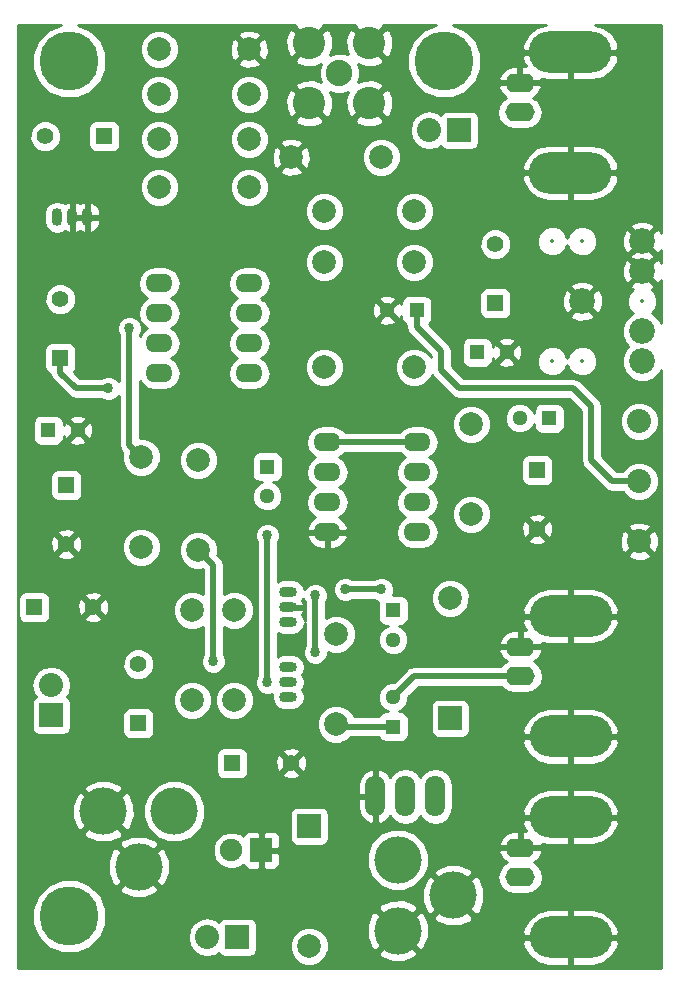
<source format=gbl>
G04 This is an RS-274x file exported by *
G04 gerbv version 2.6.0 *
G04 More information is available about gerbv at *
G04 http://gerbv.gpleda.org/ *
G04 --End of header info--*
%MOIN*%
%FSLAX34Y34*%
%IPPOS*%
G04 --Define apertures--*
%ADD10C,0.0138*%
%ADD11C,0.1575*%
%ADD12C,0.1079*%
%ADD13C,0.0882*%
%ADD14O,0.2756X0.1378*%
%ADD15O,0.0984X0.0630*%
%ADD16R,0.0551X0.0551*%
%ADD17C,0.0551*%
%ADD18R,0.0512X0.0512*%
%ADD19C,0.0512*%
%ADD20C,0.0787*%
%ADD21R,0.0787X0.0787*%
%ADD22R,0.0800X0.0800*%
%ADD23O,0.0800X0.0800*%
%ADD24O,0.0591X0.0354*%
%ADD25O,0.0354X0.0591*%
%ADD26C,0.0800*%
%ADD27O,0.0669X0.1378*%
%ADD28O,0.0906X0.0630*%
%ADD29C,0.1969*%
%ADD30C,0.0860*%
%ADD31R,0.0748X0.0787*%
%ADD32C,0.0748*%
%ADD33C,0.0340*%
%ADD34C,0.0200*%
%ADD35C,0.0100*%
%ADD36C,0.0138*%
G04 --Start main section--*
G54D11*
G01X0035950Y-043119D03*
G01X0035950Y-045481D03*
G01X0037800Y-044300D03*
G01X0028500Y-041500D03*
G01X0026138Y-041500D03*
G01X0027319Y-043350D03*
G54D12*
G01X0033000Y-017900D03*
G01X0035000Y-017900D03*
G01X0035000Y-015900D03*
G01X0033000Y-015900D03*
G54D13*
G01X0034000Y-016900D03*
G54D14*
G01X0041710Y-041693D03*
G01X0041710Y-045708D03*
G54D15*
G01X0040031Y-043700D03*
G01X0040031Y-042716D03*
G54D14*
G01X0041700Y-016200D03*
G01X0041700Y-020215D03*
G54D15*
G01X0040021Y-018207D03*
G01X0040021Y-017223D03*
G54D14*
G01X0041710Y-034993D03*
G01X0041710Y-039008D03*
G54D15*
G01X0040031Y-037000D03*
G01X0040031Y-036016D03*
G54D16*
G01X0023831Y-034700D03*
G54D17*
G01X0025800Y-034700D03*
G54D16*
G01X0026169Y-019000D03*
G54D17*
G01X0024200Y-019000D03*
G54D16*
G01X0024700Y-026400D03*
G54D17*
G01X0024700Y-024431D03*
G54D18*
G01X0031600Y-030016D03*
G54D19*
G01X0031600Y-031000D03*
G54D18*
G01X0035800Y-034800D03*
G54D19*
G01X0035800Y-035784D03*
G54D18*
G01X0041000Y-028400D03*
G54D19*
G01X0040016Y-028400D03*
G54D16*
G01X0040600Y-030131D03*
G54D17*
G01X0040600Y-032100D03*
G54D18*
G01X0024300Y-028800D03*
G54D19*
G01X0025284Y-028800D03*
G54D16*
G01X0039200Y-024569D03*
G54D17*
G01X0039200Y-022600D03*
G54D18*
G01X0038600Y-026200D03*
G54D19*
G01X0039584Y-026200D03*
G54D18*
G01X0035800Y-038684D03*
G54D19*
G01X0035800Y-037700D03*
G54D16*
G01X0024900Y-030631D03*
G54D17*
G01X0024900Y-032600D03*
G54D18*
G01X0036584Y-024800D03*
G54D19*
G01X0035600Y-024800D03*
G54D16*
G01X0027300Y-038569D03*
G54D17*
G01X0027300Y-036600D03*
G54D20*
G01X0033000Y-046000D03*
G54D21*
G01X0033000Y-042000D03*
G54D20*
G01X0037698Y-034400D03*
G54D21*
G01X0037698Y-038400D03*
G54D22*
G01X0030600Y-045700D03*
G54D23*
G01X0029600Y-045700D03*
G54D22*
G01X0024400Y-038300D03*
G54D23*
G01X0024400Y-037300D03*
G54D22*
G01X0038000Y-018800D03*
G54D23*
G01X0037000Y-018800D03*
G54D24*
G01X0032300Y-037200D03*
G01X0032300Y-036700D03*
G01X0032300Y-037700D03*
G54D25*
G01X0025100Y-021700D03*
G01X0024600Y-021700D03*
G01X0025600Y-021700D03*
G54D20*
G01X0031000Y-020700D03*
G01X0028000Y-020700D03*
G01X0033500Y-026700D03*
G01X0036500Y-026700D03*
G01X0029300Y-029800D03*
G01X0029300Y-032800D03*
G01X0028000Y-016100D03*
G01X0031000Y-016100D03*
G01X0035400Y-019700D03*
G01X0032400Y-019700D03*
G01X0033500Y-023200D03*
G01X0036500Y-023200D03*
G01X0038400Y-028600D03*
G01X0038400Y-031600D03*
G01X0036500Y-021500D03*
G01X0033500Y-021500D03*
G54D26*
G01X0044000Y-028500D03*
G01X0044000Y-030500D03*
G01X0044000Y-032500D03*
G54D20*
G01X0033900Y-038600D03*
G01X0033900Y-035600D03*
G01X0030500Y-034800D03*
G01X0030500Y-037800D03*
G01X0029100Y-034800D03*
G01X0029100Y-037800D03*
G01X0027400Y-032700D03*
G01X0027400Y-029700D03*
G54D27*
G01X0036200Y-041000D03*
G01X0035200Y-041000D03*
G01X0037200Y-041000D03*
G54D24*
G01X0032300Y-034700D03*
G01X0032300Y-034200D03*
G01X0032300Y-035200D03*
G54D28*
G01X0031000Y-026900D03*
G01X0031000Y-025900D03*
G01X0031000Y-024900D03*
G01X0031000Y-023900D03*
G01X0028000Y-023900D03*
G01X0028000Y-024900D03*
G01X0028000Y-025900D03*
G01X0028000Y-026900D03*
G01X0033600Y-029200D03*
G01X0033600Y-030200D03*
G01X0033600Y-031200D03*
G01X0033600Y-032200D03*
G01X0036600Y-032200D03*
G01X0036600Y-031200D03*
G01X0036600Y-030200D03*
G01X0036600Y-029200D03*
G54D20*
G01X0031000Y-017600D03*
G01X0028000Y-017600D03*
G54D29*
G01X0025000Y-016500D03*
G01X0025000Y-045000D03*
G01X0037500Y-016500D03*
G54D30*
G01X0044100Y-022500D03*
G01X0044100Y-023500D03*
G01X0044100Y-025500D03*
G01X0044100Y-026500D03*
G01X0042100Y-024500D03*
G54D20*
G01X0028000Y-019100D03*
G01X0031000Y-019100D03*
G54D16*
G01X0030431Y-039900D03*
G54D17*
G01X0032400Y-039900D03*
G54D31*
G01X0031400Y-042800D03*
G54D32*
G01X0030400Y-042800D03*
G54D33*
G01X0031600Y-032300D03*
G01X0031600Y-037200D03*
G01X0026300Y-027400D03*
G01X0034200Y-034100D03*
G01X0035400Y-034100D03*
G01X0027000Y-025400D03*
G01X0029800Y-036500D03*
G01X0033200Y-036200D03*
G01X0033200Y-034300D03*
G54D34*
G01X0033600Y-029200D02*
G01X0034253Y-029200D01*
G01X0034253Y-029200D02*
G01X0036600Y-029200D01*
G01X0040031Y-037000D02*
G01X0036500Y-037000D01*
G01X0036500Y-037000D02*
G01X0035800Y-037700D01*
G01X0031600Y-037200D02*
G01X0031600Y-032300D01*
G01X0026300Y-027400D02*
G01X0025224Y-027400D01*
G01X0025224Y-027400D02*
G01X0024700Y-026876D01*
G01X0024700Y-026876D02*
G01X0024700Y-026400D01*
G01X0034700Y-034100D02*
G01X0034200Y-034100D01*
G01X0035400Y-034100D02*
G01X0034700Y-034100D01*
G01X0035800Y-038684D02*
G01X0033984Y-038684D01*
G01X0033984Y-038684D02*
G01X0033900Y-038600D01*
G01X0027000Y-025400D02*
G01X0027000Y-029300D01*
G01X0027000Y-029300D02*
G01X0027400Y-029700D01*
G01X0036584Y-025356D02*
G01X0036584Y-025100D01*
G01X0036584Y-025100D02*
G01X0036584Y-024900D01*
G01X0036584Y-024800D02*
G01X0036584Y-025100D01*
G01X0037400Y-026800D02*
G01X0037400Y-026172D01*
G01X0037400Y-026172D02*
G01X0036584Y-025356D01*
G01X0038000Y-027400D02*
G01X0037400Y-026800D01*
G01X0041800Y-027400D02*
G01X0038000Y-027400D01*
G01X0042400Y-028000D02*
G01X0041800Y-027400D01*
G01X0042400Y-029800D02*
G01X0042400Y-028000D01*
G01X0043100Y-030500D02*
G01X0042400Y-029800D01*
G01X0044000Y-030500D02*
G01X0043100Y-030500D01*
G01X0029800Y-036500D02*
G01X0029800Y-033300D01*
G01X0029800Y-033300D02*
G01X0029300Y-032800D01*
G01X0033200Y-034300D02*
G01X0033200Y-036200D01*
G54D35*
G36*
G01X0024302Y-015453D02*
G01X0023954Y-015800D01*
G01X0023766Y-016253D01*
G01X0023766Y-016744D01*
G01X0023953Y-017198D01*
G01X0024300Y-017546D01*
G01X0024753Y-017734D01*
G01X0025244Y-017734D01*
G01X0025261Y-017727D01*
G01X0027356Y-017727D01*
G01X0027454Y-017964D01*
G01X0027635Y-018145D01*
G01X0027871Y-018243D01*
G01X0028127Y-018244D01*
G01X0028364Y-018146D01*
G01X0028545Y-017965D01*
G01X0028643Y-017729D01*
G01X0028643Y-017727D01*
G01X0030356Y-017727D01*
G01X0030454Y-017964D01*
G01X0030635Y-018145D01*
G01X0030871Y-018243D01*
G01X0031127Y-018244D01*
G01X0031364Y-018146D01*
G01X0031545Y-017965D01*
G01X0031630Y-017761D01*
G01X0032207Y-017761D01*
G01X0032214Y-018075D01*
G01X0032321Y-018332D01*
G01X0032441Y-018388D01*
G01X0032929Y-017900D01*
G01X0032441Y-017412D01*
G01X0032321Y-017468D01*
G01X0032207Y-017761D01*
G01X0031630Y-017761D01*
G01X0031643Y-017729D01*
G01X0031644Y-017473D01*
G01X0031546Y-017236D01*
G01X0031365Y-017055D01*
G01X0031129Y-016957D01*
G01X0030873Y-016956D01*
G01X0030636Y-017054D01*
G01X0030455Y-017235D01*
G01X0030357Y-017471D01*
G01X0030356Y-017727D01*
G01X0028643Y-017727D01*
G01X0028644Y-017473D01*
G01X0028546Y-017236D01*
G01X0028365Y-017055D01*
G01X0028129Y-016957D01*
G01X0027873Y-016956D01*
G01X0027636Y-017054D01*
G01X0027455Y-017235D01*
G01X0027357Y-017471D01*
G01X0027356Y-017727D01*
G01X0025261Y-017727D01*
G01X0025698Y-017547D01*
G01X0026046Y-017200D01*
G01X0026234Y-016747D01*
G01X0026234Y-016256D01*
G01X0026223Y-016227D01*
G01X0027356Y-016227D01*
G01X0027454Y-016464D01*
G01X0027635Y-016645D01*
G01X0027871Y-016743D01*
G01X0028127Y-016744D01*
G01X0028364Y-016646D01*
G01X0028456Y-016554D01*
G01X0030617Y-016554D01*
G01X0030656Y-016659D01*
G01X0030896Y-016748D01*
G01X0031152Y-016738D01*
G01X0031344Y-016659D01*
G01X0031383Y-016554D01*
G01X0031000Y-016171D01*
G01X0030617Y-016554D01*
G01X0028456Y-016554D01*
G01X0028545Y-016465D01*
G01X0028643Y-016229D01*
G01X0028644Y-015996D01*
G01X0030352Y-015996D01*
G01X0030362Y-016252D01*
G01X0030441Y-016444D01*
G01X0030546Y-016483D01*
G01X0030929Y-016100D01*
G01X0031071Y-016100D01*
G01X0031454Y-016483D01*
G01X0031518Y-016459D01*
G01X0032512Y-016459D01*
G01X0032568Y-016579D01*
G01X0032861Y-016693D01*
G01X0033175Y-016686D01*
G01X0033375Y-016603D01*
G01X0033309Y-016762D01*
G01X0033309Y-017037D01*
G01X0033376Y-017199D01*
G01X0033139Y-017107D01*
G01X0032825Y-017114D01*
G01X0032568Y-017221D01*
G01X0032512Y-017341D01*
G01X0033000Y-017829D01*
G01X0033006Y-017824D01*
G01X0033076Y-017894D01*
G01X0033071Y-017900D01*
G01X0033559Y-018388D01*
G01X0033679Y-018332D01*
G01X0033793Y-018039D01*
G01X0033786Y-017725D01*
G01X0033703Y-017525D01*
G01X0033862Y-017591D01*
G01X0034137Y-017591D01*
G01X0034299Y-017524D01*
G01X0034207Y-017761D01*
G01X0034214Y-018075D01*
G01X0034321Y-018332D01*
G01X0034441Y-018388D01*
G01X0034929Y-017900D01*
G01X0035071Y-017900D01*
G01X0035559Y-018388D01*
G01X0035679Y-018332D01*
G01X0035793Y-018039D01*
G01X0035786Y-017725D01*
G01X0035679Y-017468D01*
G01X0035559Y-017412D01*
G01X0035071Y-017900D01*
G01X0034929Y-017900D01*
G01X0034924Y-017894D01*
G01X0034994Y-017824D01*
G01X0035000Y-017829D01*
G01X0035488Y-017341D01*
G01X0035432Y-017221D01*
G01X0035139Y-017107D01*
G01X0034825Y-017114D01*
G01X0034625Y-017197D01*
G01X0034691Y-017038D01*
G01X0034691Y-016763D01*
G01X0034624Y-016601D01*
G01X0034861Y-016693D01*
G01X0035175Y-016686D01*
G01X0035432Y-016579D01*
G01X0035488Y-016459D01*
G01X0035000Y-015971D01*
G01X0034994Y-015976D01*
G01X0034924Y-015906D01*
G01X0034929Y-015900D01*
G01X0035071Y-015900D01*
G01X0035559Y-016388D01*
G01X0035679Y-016332D01*
G01X0035793Y-016039D01*
G01X0035786Y-015725D01*
G01X0035679Y-015468D01*
G01X0035559Y-015412D01*
G01X0035071Y-015900D01*
G01X0034929Y-015900D01*
G01X0034441Y-015412D01*
G01X0034321Y-015468D01*
G01X0034207Y-015761D01*
G01X0034214Y-016075D01*
G01X0034297Y-016275D01*
G01X0034138Y-016209D01*
G01X0033863Y-016209D01*
G01X0033701Y-016276D01*
G01X0033793Y-016039D01*
G01X0033786Y-015725D01*
G01X0033679Y-015468D01*
G01X0033559Y-015412D01*
G01X0033071Y-015900D01*
G01X0033076Y-015906D01*
G01X0033006Y-015976D01*
G01X0033000Y-015971D01*
G01X0032512Y-016459D01*
G01X0031518Y-016459D01*
G01X0031559Y-016444D01*
G01X0031648Y-016204D01*
G01X0031638Y-015948D01*
G01X0031561Y-015761D01*
G01X0032207Y-015761D01*
G01X0032214Y-016075D01*
G01X0032321Y-016332D01*
G01X0032441Y-016388D01*
G01X0032929Y-015900D01*
G01X0032441Y-015412D01*
G01X0032321Y-015468D01*
G01X0032207Y-015761D01*
G01X0031561Y-015761D01*
G01X0031559Y-015756D01*
G01X0031454Y-015717D01*
G01X0031071Y-016100D01*
G01X0030929Y-016100D01*
G01X0030546Y-015717D01*
G01X0030441Y-015756D01*
G01X0030352Y-015996D01*
G01X0028644Y-015996D01*
G01X0028644Y-015973D01*
G01X0028546Y-015736D01*
G01X0028456Y-015646D01*
G01X0030617Y-015646D01*
G01X0031000Y-016029D01*
G01X0031383Y-015646D01*
G01X0031344Y-015541D01*
G01X0031104Y-015452D01*
G01X0030848Y-015462D01*
G01X0030656Y-015541D01*
G01X0030617Y-015646D01*
G01X0028456Y-015646D01*
G01X0028365Y-015555D01*
G01X0028129Y-015457D01*
G01X0027873Y-015456D01*
G01X0027636Y-015554D01*
G01X0027455Y-015735D01*
G01X0027357Y-015971D01*
G01X0027356Y-016227D01*
G01X0026223Y-016227D01*
G01X0026047Y-015802D01*
G01X0025700Y-015454D01*
G01X0025280Y-015280D01*
G01X0032540Y-015280D01*
G01X0032512Y-015341D01*
G01X0033000Y-015829D01*
G01X0033488Y-015341D01*
G01X0033460Y-015280D01*
G01X0034540Y-015280D01*
G01X0034512Y-015341D01*
G01X0035000Y-015829D01*
G01X0035488Y-015341D01*
G01X0035460Y-015280D01*
G01X0037221Y-015280D01*
G01X0036802Y-015453D01*
G01X0036454Y-015800D01*
G01X0036266Y-016253D01*
G01X0036266Y-016744D01*
G01X0036453Y-017198D01*
G01X0036800Y-017546D01*
G01X0037253Y-017734D01*
G01X0037744Y-017734D01*
G01X0038198Y-017547D01*
G01X0038546Y-017200D01*
G01X0038593Y-017086D01*
G01X0039296Y-017086D01*
G01X0039344Y-017173D01*
G01X0039971Y-017173D01*
G01X0039971Y-016658D01*
G01X0040071Y-016658D01*
G01X0040071Y-017173D01*
G01X0040698Y-017173D01*
G01X0040746Y-017086D01*
G01X0040746Y-017084D01*
G01X0040961Y-017139D01*
G01X0041650Y-017139D01*
G01X0041650Y-016250D01*
G01X0041750Y-016250D01*
G01X0041750Y-017139D01*
G01X0042439Y-017139D01*
G01X0042795Y-017048D01*
G01X0043088Y-016829D01*
G01X0043276Y-016513D01*
G01X0043307Y-016396D01*
G01X0043264Y-016250D01*
G01X0041750Y-016250D01*
G01X0041650Y-016250D01*
G01X0040136Y-016250D01*
G01X0040093Y-016396D01*
G01X0040124Y-016513D01*
G01X0040210Y-016658D01*
G01X0040071Y-016658D01*
G01X0039971Y-016658D01*
G01X0039794Y-016658D01*
G01X0039582Y-016720D01*
G01X0039409Y-016859D01*
G01X0039303Y-017053D01*
G01X0039296Y-017086D01*
G01X0038593Y-017086D01*
G01X0038734Y-016747D01*
G01X0038734Y-016256D01*
G01X0038547Y-015802D01*
G01X0038200Y-015454D01*
G01X0037780Y-015280D01*
G01X0040886Y-015280D01*
G01X0040605Y-015352D01*
G01X0040312Y-015571D01*
G01X0040124Y-015887D01*
G01X0040093Y-016004D01*
G01X0040136Y-016150D01*
G01X0041650Y-016150D01*
G01X0041650Y-016142D01*
G01X0041750Y-016142D01*
G01X0041750Y-016150D01*
G01X0043264Y-016150D01*
G01X0043307Y-016004D01*
G01X0043276Y-015887D01*
G01X0043088Y-015571D01*
G01X0042795Y-015352D01*
G01X0042514Y-015280D01*
G01X0044720Y-015280D01*
G01X0044720Y-022209D01*
G01X0044689Y-022134D01*
G01X0044580Y-022091D01*
G01X0044171Y-022500D01*
G01X0044580Y-022909D01*
G01X0044689Y-022866D01*
G01X0044720Y-022783D01*
G01X0044720Y-023209D01*
G01X0044689Y-023134D01*
G01X0044580Y-023091D01*
G01X0044171Y-023500D01*
G01X0044580Y-023909D01*
G01X0044689Y-023866D01*
G01X0044720Y-023783D01*
G01X0044720Y-025220D01*
G01X0044677Y-025115D01*
G01X0044486Y-024924D01*
G01X0044418Y-024896D01*
G01X0044528Y-024786D01*
G01X0044605Y-024601D01*
G01X0044605Y-024400D01*
G01X0044528Y-024214D01*
G01X0044422Y-024107D01*
G01X0044466Y-024089D01*
G01X0044509Y-023980D01*
G01X0044100Y-023571D01*
G01X0043691Y-023980D01*
G01X0043734Y-024089D01*
G01X0043780Y-024106D01*
G01X0043672Y-024214D01*
G01X0043595Y-024399D01*
G01X0043595Y-024600D01*
G01X0043672Y-024786D01*
G01X0043782Y-024896D01*
G01X0043715Y-024923D01*
G01X0043524Y-025114D01*
G01X0043420Y-025364D01*
G01X0043420Y-025635D01*
G01X0043523Y-025885D01*
G01X0043638Y-026000D01*
G01X0043524Y-026114D01*
G01X0043420Y-026364D01*
G01X0043420Y-026635D01*
G01X0043523Y-026885D01*
G01X0043714Y-027076D01*
G01X0043964Y-027180D01*
G01X0044235Y-027180D01*
G01X0044485Y-027077D01*
G01X0044676Y-026886D01*
G01X0044720Y-026780D01*
G01X0044720Y-046720D01*
G01X0023280Y-046720D01*
G01X0023280Y-045244D01*
G01X0023766Y-045244D01*
G01X0023953Y-045698D01*
G01X0024300Y-046046D01*
G01X0024753Y-046234D01*
G01X0025244Y-046234D01*
G01X0025698Y-046047D01*
G01X0026046Y-045700D01*
G01X0026051Y-045687D01*
G01X0028950Y-045687D01*
G01X0028950Y-045713D01*
G01X0028999Y-045961D01*
G01X0029140Y-046172D01*
G01X0029351Y-046313D01*
G01X0029600Y-046363D01*
G01X0029849Y-046313D01*
G01X0029983Y-046224D01*
G01X0030017Y-046278D01*
G01X0030101Y-046335D01*
G01X0030200Y-046355D01*
G01X0031000Y-046355D01*
G01X0031093Y-046337D01*
G01X0031178Y-046283D01*
G01X0031235Y-046199D01*
G01X0031249Y-046127D01*
G01X0032356Y-046127D01*
G01X0032454Y-046364D01*
G01X0032635Y-046545D01*
G01X0032871Y-046643D01*
G01X0033127Y-046644D01*
G01X0033364Y-046546D01*
G01X0033545Y-046365D01*
G01X0033606Y-046219D01*
G01X0035283Y-046219D01*
G01X0035369Y-046365D01*
G01X0035752Y-046520D01*
G01X0036165Y-046517D01*
G01X0036531Y-046365D01*
G01X0036617Y-046219D01*
G01X0035950Y-045552D01*
G01X0035283Y-046219D01*
G01X0033606Y-046219D01*
G01X0033643Y-046129D01*
G01X0033644Y-045873D01*
G01X0033546Y-045636D01*
G01X0033365Y-045455D01*
G01X0033129Y-045357D01*
G01X0032873Y-045356D01*
G01X0032636Y-045454D01*
G01X0032455Y-045635D01*
G01X0032357Y-045871D01*
G01X0032356Y-046127D01*
G01X0031249Y-046127D01*
G01X0031255Y-046100D01*
G01X0031255Y-045300D01*
G01X0031252Y-045283D01*
G01X0034911Y-045283D01*
G01X0034914Y-045696D01*
G01X0035066Y-046062D01*
G01X0035212Y-046148D01*
G01X0035879Y-045481D01*
G01X0036021Y-045481D01*
G01X0036688Y-046148D01*
G01X0036834Y-046062D01*
G01X0036898Y-045904D01*
G01X0040103Y-045904D01*
G01X0040134Y-046021D01*
G01X0040322Y-046337D01*
G01X0040615Y-046556D01*
G01X0040971Y-046647D01*
G01X0041660Y-046647D01*
G01X0041660Y-045758D01*
G01X0041760Y-045758D01*
G01X0041760Y-046647D01*
G01X0042449Y-046647D01*
G01X0042805Y-046556D01*
G01X0043098Y-046337D01*
G01X0043286Y-046021D01*
G01X0043317Y-045904D01*
G01X0043274Y-045758D01*
G01X0041760Y-045758D01*
G01X0041660Y-045758D01*
G01X0040146Y-045758D01*
G01X0040103Y-045904D01*
G01X0036898Y-045904D01*
G01X0036989Y-045679D01*
G01X0036988Y-045512D01*
G01X0040103Y-045512D01*
G01X0040146Y-045658D01*
G01X0041660Y-045658D01*
G01X0041660Y-044769D01*
G01X0041760Y-044769D01*
G01X0041760Y-045658D01*
G01X0043274Y-045658D01*
G01X0043317Y-045512D01*
G01X0043286Y-045395D01*
G01X0043098Y-045079D01*
G01X0042805Y-044860D01*
G01X0042449Y-044769D01*
G01X0041760Y-044769D01*
G01X0041660Y-044769D01*
G01X0040971Y-044769D01*
G01X0040615Y-044860D01*
G01X0040322Y-045079D01*
G01X0040134Y-045395D01*
G01X0040103Y-045512D01*
G01X0036988Y-045512D01*
G01X0036986Y-045266D01*
G01X0036891Y-045038D01*
G01X0037133Y-045038D01*
G01X0037219Y-045184D01*
G01X0037602Y-045339D01*
G01X0038015Y-045336D01*
G01X0038381Y-045184D01*
G01X0038467Y-045038D01*
G01X0037800Y-044371D01*
G01X0037133Y-045038D01*
G01X0036891Y-045038D01*
G01X0036834Y-044900D01*
G01X0036688Y-044814D01*
G01X0036021Y-045481D01*
G01X0035879Y-045481D01*
G01X0035212Y-044814D01*
G01X0035066Y-044900D01*
G01X0034911Y-045283D01*
G01X0031252Y-045283D01*
G01X0031237Y-045207D01*
G01X0031183Y-045122D01*
G01X0031099Y-045065D01*
G01X0031000Y-045045D01*
G01X0030200Y-045045D01*
G01X0030107Y-045063D01*
G01X0030022Y-045117D01*
G01X0029982Y-045176D01*
G01X0029849Y-045087D01*
G01X0029600Y-045037D01*
G01X0029351Y-045087D01*
G01X0029140Y-045228D01*
G01X0028999Y-045439D01*
G01X0028950Y-045687D01*
G01X0026051Y-045687D01*
G01X0026234Y-045247D01*
G01X0026234Y-044756D01*
G01X0026229Y-044743D01*
G01X0035283Y-044743D01*
G01X0035950Y-045410D01*
G01X0036617Y-044743D01*
G01X0036531Y-044597D01*
G01X0036148Y-044442D01*
G01X0035735Y-044445D01*
G01X0035369Y-044597D01*
G01X0035283Y-044743D01*
G01X0026229Y-044743D01*
G01X0026047Y-044302D01*
G01X0025834Y-044088D01*
G01X0026652Y-044088D01*
G01X0026738Y-044234D01*
G01X0027121Y-044389D01*
G01X0027534Y-044386D01*
G01X0027900Y-044234D01*
G01X0027986Y-044088D01*
G01X0027319Y-043421D01*
G01X0026652Y-044088D01*
G01X0025834Y-044088D01*
G01X0025700Y-043954D01*
G01X0025247Y-043766D01*
G01X0024756Y-043766D01*
G01X0024302Y-043953D01*
G01X0023954Y-044300D01*
G01X0023766Y-044753D01*
G01X0023766Y-045244D01*
G01X0023280Y-045244D01*
G01X0023280Y-043152D01*
G01X0026280Y-043152D01*
G01X0026283Y-043565D01*
G01X0026435Y-043931D01*
G01X0026581Y-044017D01*
G01X0027248Y-043350D01*
G01X0027390Y-043350D01*
G01X0028057Y-044017D01*
G01X0028203Y-043931D01*
G01X0028358Y-043548D01*
G01X0028355Y-043135D01*
G01X0028267Y-042924D01*
G01X0029776Y-042924D01*
G01X0029871Y-043153D01*
G01X0030046Y-043329D01*
G01X0030275Y-043424D01*
G01X0030524Y-043424D01*
G01X0030753Y-043329D01*
G01X0030794Y-043288D01*
G01X0030814Y-043335D01*
G01X0030884Y-043406D01*
G01X0030976Y-043444D01*
G01X0031288Y-043444D01*
G01X0031350Y-043381D01*
G01X0031350Y-042850D01*
G01X0031450Y-042850D01*
G01X0031450Y-043381D01*
G01X0031513Y-043444D01*
G01X0031824Y-043444D01*
G01X0031916Y-043406D01*
G01X0031986Y-043335D01*
G01X0031990Y-043324D01*
G01X0034912Y-043324D01*
G01X0035070Y-043706D01*
G01X0035362Y-043998D01*
G01X0035743Y-044156D01*
G01X0036155Y-044157D01*
G01X0036288Y-044102D01*
G01X0036761Y-044102D01*
G01X0036764Y-044515D01*
G01X0036916Y-044881D01*
G01X0037062Y-044967D01*
G01X0037729Y-044300D01*
G01X0037871Y-044300D01*
G01X0038538Y-044967D01*
G01X0038684Y-044881D01*
G01X0038839Y-044498D01*
G01X0038836Y-044085D01*
G01X0038684Y-043719D01*
G01X0038652Y-043700D01*
G01X0039274Y-043700D01*
G01X0039317Y-043916D01*
G01X0039440Y-044100D01*
G01X0039623Y-044222D01*
G01X0039839Y-044265D01*
G01X0040223Y-044265D01*
G01X0040439Y-044222D01*
G01X0040622Y-044100D01*
G01X0040745Y-043916D01*
G01X0040788Y-043700D01*
G01X0040745Y-043484D01*
G01X0040622Y-043300D01*
G01X0040484Y-043208D01*
G01X0040643Y-043080D01*
G01X0040749Y-042886D01*
G01X0040756Y-042853D01*
G01X0040708Y-042766D01*
G01X0040081Y-042766D01*
G01X0040081Y-042774D01*
G01X0039981Y-042774D01*
G01X0039981Y-042766D01*
G01X0039354Y-042766D01*
G01X0039306Y-042853D01*
G01X0039313Y-042886D01*
G01X0039419Y-043080D01*
G01X0039578Y-043208D01*
G01X0039440Y-043300D01*
G01X0039317Y-043484D01*
G01X0039274Y-043700D01*
G01X0038652Y-043700D01*
G01X0038538Y-043633D01*
G01X0037871Y-044300D01*
G01X0037729Y-044300D01*
G01X0037062Y-043633D01*
G01X0036916Y-043719D01*
G01X0036761Y-044102D01*
G01X0036288Y-044102D01*
G01X0036537Y-043999D01*
G01X0036829Y-043707D01*
G01X0036889Y-043562D01*
G01X0037133Y-043562D01*
G01X0037800Y-044229D01*
G01X0038467Y-043562D01*
G01X0038381Y-043416D01*
G01X0037998Y-043261D01*
G01X0037585Y-043264D01*
G01X0037219Y-043416D01*
G01X0037133Y-043562D01*
G01X0036889Y-043562D01*
G01X0036987Y-043326D01*
G01X0036988Y-042914D01*
G01X0036849Y-042579D01*
G01X0039306Y-042579D01*
G01X0039354Y-042666D01*
G01X0039981Y-042666D01*
G01X0039981Y-042151D01*
G01X0040081Y-042151D01*
G01X0040081Y-042666D01*
G01X0040708Y-042666D01*
G01X0040756Y-042579D01*
G01X0040756Y-042577D01*
G01X0040971Y-042632D01*
G01X0041660Y-042632D01*
G01X0041660Y-041743D01*
G01X0041760Y-041743D01*
G01X0041760Y-042632D01*
G01X0042449Y-042632D01*
G01X0042805Y-042541D01*
G01X0043098Y-042322D01*
G01X0043286Y-042006D01*
G01X0043317Y-041889D01*
G01X0043274Y-041743D01*
G01X0041760Y-041743D01*
G01X0041660Y-041743D01*
G01X0040146Y-041743D01*
G01X0040103Y-041889D01*
G01X0040134Y-042006D01*
G01X0040220Y-042151D01*
G01X0040081Y-042151D01*
G01X0039981Y-042151D01*
G01X0039804Y-042151D01*
G01X0039592Y-042213D01*
G01X0039419Y-042352D01*
G01X0039313Y-042546D01*
G01X0039306Y-042579D01*
G01X0036849Y-042579D01*
G01X0036830Y-042532D01*
G01X0036538Y-042240D01*
G01X0036157Y-042082D01*
G01X0035745Y-042081D01*
G01X0035363Y-042239D01*
G01X0035071Y-042531D01*
G01X0034913Y-042912D01*
G01X0034912Y-043324D01*
G01X0031990Y-043324D01*
G01X0032024Y-043243D01*
G01X0032024Y-042912D01*
G01X0031962Y-042850D01*
G01X0031450Y-042850D01*
G01X0031350Y-042850D01*
G01X0031342Y-042850D01*
G01X0031342Y-042750D01*
G01X0031350Y-042750D01*
G01X0031350Y-042219D01*
G01X0031450Y-042219D01*
G01X0031450Y-042750D01*
G01X0031962Y-042750D01*
G01X0032024Y-042687D01*
G01X0032024Y-042357D01*
G01X0031986Y-042265D01*
G01X0031916Y-042194D01*
G01X0031824Y-042156D01*
G01X0031513Y-042156D01*
G01X0031450Y-042219D01*
G01X0031350Y-042219D01*
G01X0031288Y-042156D01*
G01X0030976Y-042156D01*
G01X0030884Y-042194D01*
G01X0030814Y-042265D01*
G01X0030794Y-042312D01*
G01X0030754Y-042271D01*
G01X0030525Y-042176D01*
G01X0030276Y-042176D01*
G01X0030047Y-042271D01*
G01X0029871Y-042446D01*
G01X0029776Y-042675D01*
G01X0029776Y-042924D01*
G01X0028267Y-042924D01*
G01X0028203Y-042769D01*
G01X0028057Y-042683D01*
G01X0027390Y-043350D01*
G01X0027248Y-043350D01*
G01X0026581Y-042683D01*
G01X0026435Y-042769D01*
G01X0026280Y-043152D01*
G01X0023280Y-043152D01*
G01X0023280Y-042612D01*
G01X0026652Y-042612D01*
G01X0027319Y-043279D01*
G01X0027986Y-042612D01*
G01X0027900Y-042466D01*
G01X0027517Y-042311D01*
G01X0027104Y-042314D01*
G01X0026738Y-042466D01*
G01X0026652Y-042612D01*
G01X0023280Y-042612D01*
G01X0023280Y-042238D01*
G01X0025471Y-042238D01*
G01X0025557Y-042384D01*
G01X0025940Y-042539D01*
G01X0026353Y-042536D01*
G01X0026719Y-042384D01*
G01X0026805Y-042238D01*
G01X0026138Y-041571D01*
G01X0025471Y-042238D01*
G01X0023280Y-042238D01*
G01X0023280Y-041302D01*
G01X0025099Y-041302D01*
G01X0025102Y-041715D01*
G01X0025254Y-042081D01*
G01X0025400Y-042167D01*
G01X0026067Y-041500D01*
G01X0026209Y-041500D01*
G01X0026876Y-042167D01*
G01X0027022Y-042081D01*
G01X0027174Y-041705D01*
G01X0027462Y-041705D01*
G01X0027620Y-042087D01*
G01X0027912Y-042379D01*
G01X0028293Y-042537D01*
G01X0028705Y-042538D01*
G01X0029087Y-042380D01*
G01X0029379Y-042088D01*
G01X0029537Y-041707D01*
G01X0029537Y-041607D01*
G01X0032352Y-041607D01*
G01X0032352Y-042393D01*
G01X0032369Y-042486D01*
G01X0032424Y-042571D01*
G01X0032507Y-042628D01*
G01X0032607Y-042648D01*
G01X0033394Y-042648D01*
G01X0033486Y-042631D01*
G01X0033571Y-042576D01*
G01X0033628Y-042493D01*
G01X0033648Y-042393D01*
G01X0033648Y-041607D01*
G01X0033631Y-041514D01*
G01X0033576Y-041429D01*
G01X0033493Y-041372D01*
G01X0033394Y-041352D01*
G01X0032607Y-041352D01*
G01X0032514Y-041369D01*
G01X0032429Y-041424D01*
G01X0032372Y-041507D01*
G01X0032352Y-041607D01*
G01X0029537Y-041607D01*
G01X0029538Y-041295D01*
G01X0029437Y-041050D01*
G01X0034616Y-041050D01*
G01X0034616Y-041405D01*
G01X0034679Y-041624D01*
G01X0034822Y-041803D01*
G01X0035023Y-041914D01*
G01X0035060Y-041922D01*
G01X0035150Y-041874D01*
G01X0035150Y-041050D01*
G01X0034616Y-041050D01*
G01X0029437Y-041050D01*
G01X0029380Y-040913D01*
G01X0029088Y-040621D01*
G01X0029027Y-040595D01*
G01X0034616Y-040595D01*
G01X0034616Y-040950D01*
G01X0035150Y-040950D01*
G01X0035150Y-040126D01*
G01X0035250Y-040126D01*
G01X0035250Y-040950D01*
G01X0035258Y-040950D01*
G01X0035258Y-041050D01*
G01X0035250Y-041050D01*
G01X0035250Y-041874D01*
G01X0035340Y-041922D01*
G01X0035377Y-041914D01*
G01X0035578Y-041803D01*
G01X0035698Y-041653D01*
G01X0035787Y-041786D01*
G01X0035976Y-041913D01*
G01X0036200Y-041957D01*
G01X0036424Y-041913D01*
G01X0036613Y-041786D01*
G01X0036700Y-041656D01*
G01X0036787Y-041786D01*
G01X0036976Y-041913D01*
G01X0037200Y-041957D01*
G01X0037424Y-041913D01*
G01X0037613Y-041786D01*
G01X0037740Y-041597D01*
G01X0037760Y-041497D01*
G01X0040103Y-041497D01*
G01X0040146Y-041643D01*
G01X0041660Y-041643D01*
G01X0041660Y-040754D01*
G01X0041760Y-040754D01*
G01X0041760Y-041643D01*
G01X0043274Y-041643D01*
G01X0043317Y-041497D01*
G01X0043286Y-041380D01*
G01X0043098Y-041064D01*
G01X0042805Y-040845D01*
G01X0042449Y-040754D01*
G01X0041760Y-040754D01*
G01X0041660Y-040754D01*
G01X0040971Y-040754D01*
G01X0040615Y-040845D01*
G01X0040322Y-041064D01*
G01X0040134Y-041380D01*
G01X0040103Y-041497D01*
G01X0037760Y-041497D01*
G01X0037785Y-041373D01*
G01X0037785Y-040627D01*
G01X0037740Y-040403D01*
G01X0037613Y-040214D01*
G01X0037424Y-040087D01*
G01X0037200Y-040043D01*
G01X0036976Y-040087D01*
G01X0036787Y-040214D01*
G01X0036700Y-040344D01*
G01X0036613Y-040214D01*
G01X0036424Y-040087D01*
G01X0036200Y-040043D01*
G01X0035976Y-040087D01*
G01X0035787Y-040214D01*
G01X0035698Y-040347D01*
G01X0035578Y-040197D01*
G01X0035377Y-040086D01*
G01X0035340Y-040078D01*
G01X0035250Y-040126D01*
G01X0035150Y-040126D01*
G01X0035060Y-040078D01*
G01X0035023Y-040086D01*
G01X0034822Y-040197D01*
G01X0034679Y-040376D01*
G01X0034616Y-040595D01*
G01X0029027Y-040595D01*
G01X0028707Y-040463D01*
G01X0028295Y-040462D01*
G01X0027913Y-040620D01*
G01X0027621Y-040912D01*
G01X0027463Y-041293D01*
G01X0027462Y-041705D01*
G01X0027174Y-041705D01*
G01X0027177Y-041698D01*
G01X0027174Y-041285D01*
G01X0027022Y-040919D01*
G01X0026876Y-040833D01*
G01X0026209Y-041500D01*
G01X0026067Y-041500D01*
G01X0025400Y-040833D01*
G01X0025254Y-040919D01*
G01X0025099Y-041302D01*
G01X0023280Y-041302D01*
G01X0023280Y-040762D01*
G01X0025471Y-040762D01*
G01X0026138Y-041429D01*
G01X0026805Y-040762D01*
G01X0026719Y-040616D01*
G01X0026336Y-040461D01*
G01X0025923Y-040464D01*
G01X0025557Y-040616D01*
G01X0025471Y-040762D01*
G01X0023280Y-040762D01*
G01X0023280Y-039624D01*
G01X0029901Y-039624D01*
G01X0029901Y-040176D01*
G01X0029918Y-040268D01*
G01X0029973Y-040353D01*
G01X0030057Y-040410D01*
G01X0030156Y-040430D01*
G01X0030707Y-040430D01*
G01X0030800Y-040413D01*
G01X0030885Y-040358D01*
G01X0030942Y-040275D01*
G01X0030943Y-040268D01*
G01X0032102Y-040268D01*
G01X0032127Y-040361D01*
G01X0032324Y-040430D01*
G01X0032533Y-040419D01*
G01X0032673Y-040361D01*
G01X0032698Y-040268D01*
G01X0032400Y-039971D01*
G01X0032102Y-040268D01*
G01X0030943Y-040268D01*
G01X0030962Y-040176D01*
G01X0030962Y-039824D01*
G01X0031870Y-039824D01*
G01X0031881Y-040033D01*
G01X0031939Y-040173D01*
G01X0032032Y-040198D01*
G01X0032329Y-039900D01*
G01X0032471Y-039900D01*
G01X0032768Y-040198D01*
G01X0032861Y-040173D01*
G01X0032930Y-039976D01*
G01X0032919Y-039767D01*
G01X0032861Y-039627D01*
G01X0032768Y-039602D01*
G01X0032471Y-039900D01*
G01X0032329Y-039900D01*
G01X0032032Y-039602D01*
G01X0031939Y-039627D01*
G01X0031870Y-039824D01*
G01X0030962Y-039824D01*
G01X0030962Y-039624D01*
G01X0030945Y-039532D01*
G01X0032102Y-039532D01*
G01X0032400Y-039829D01*
G01X0032698Y-039532D01*
G01X0032673Y-039439D01*
G01X0032476Y-039370D01*
G01X0032267Y-039381D01*
G01X0032127Y-039439D01*
G01X0032102Y-039532D01*
G01X0030945Y-039532D01*
G01X0030945Y-039532D01*
G01X0030890Y-039447D01*
G01X0030806Y-039390D01*
G01X0030707Y-039370D01*
G01X0030156Y-039370D01*
G01X0030063Y-039387D01*
G01X0029978Y-039442D01*
G01X0029921Y-039525D01*
G01X0029901Y-039624D01*
G01X0023280Y-039624D01*
G01X0023280Y-037300D01*
G01X0023737Y-037300D01*
G01X0023787Y-037549D01*
G01X0023876Y-037683D01*
G01X0023822Y-037717D01*
G01X0023765Y-037801D01*
G01X0023745Y-037900D01*
G01X0023745Y-038700D01*
G01X0023763Y-038793D01*
G01X0023817Y-038878D01*
G01X0023901Y-038935D01*
G01X0024000Y-038955D01*
G01X0024800Y-038955D01*
G01X0024893Y-038937D01*
G01X0024978Y-038883D01*
G01X0025035Y-038799D01*
G01X0025055Y-038700D01*
G01X0025055Y-038293D01*
G01X0026770Y-038293D01*
G01X0026770Y-038844D01*
G01X0026787Y-038937D01*
G01X0026842Y-039022D01*
G01X0026925Y-039079D01*
G01X0027024Y-039099D01*
G01X0027576Y-039099D01*
G01X0027668Y-039082D01*
G01X0027753Y-039027D01*
G01X0027810Y-038943D01*
G01X0027830Y-038844D01*
G01X0027830Y-038727D01*
G01X0033256Y-038727D01*
G01X0033354Y-038964D01*
G01X0033535Y-039145D01*
G01X0033771Y-039243D01*
G01X0034027Y-039244D01*
G01X0034123Y-039204D01*
G01X0040103Y-039204D01*
G01X0040134Y-039321D01*
G01X0040322Y-039637D01*
G01X0040615Y-039856D01*
G01X0040971Y-039947D01*
G01X0041660Y-039947D01*
G01X0041660Y-039058D01*
G01X0041760Y-039058D01*
G01X0041760Y-039947D01*
G01X0042449Y-039947D01*
G01X0042805Y-039856D01*
G01X0043098Y-039637D01*
G01X0043286Y-039321D01*
G01X0043317Y-039204D01*
G01X0043274Y-039058D01*
G01X0041760Y-039058D01*
G01X0041660Y-039058D01*
G01X0040146Y-039058D01*
G01X0040103Y-039204D01*
G01X0034123Y-039204D01*
G01X0034264Y-039146D01*
G01X0034376Y-039034D01*
G01X0035308Y-039034D01*
G01X0035361Y-039118D01*
G01X0035445Y-039175D01*
G01X0035544Y-039195D01*
G01X0036056Y-039195D01*
G01X0036149Y-039178D01*
G01X0036234Y-039123D01*
G01X0036291Y-039039D01*
G01X0036311Y-038940D01*
G01X0036311Y-038428D01*
G01X0036293Y-038336D01*
G01X0036239Y-038251D01*
G01X0036155Y-038194D01*
G01X0036056Y-038173D01*
G01X0035979Y-038173D01*
G01X0036086Y-038129D01*
G01X0036209Y-038006D01*
G01X0037050Y-038006D01*
G01X0037050Y-038793D01*
G01X0037067Y-038886D01*
G01X0037122Y-038971D01*
G01X0037205Y-039028D01*
G01X0037305Y-039048D01*
G01X0038092Y-039048D01*
G01X0038184Y-039031D01*
G01X0038269Y-038976D01*
G01X0038326Y-038893D01*
G01X0038343Y-038812D01*
G01X0040103Y-038812D01*
G01X0040146Y-038958D01*
G01X0041660Y-038958D01*
G01X0041660Y-038069D01*
G01X0041760Y-038069D01*
G01X0041760Y-038958D01*
G01X0043274Y-038958D01*
G01X0043317Y-038812D01*
G01X0043286Y-038695D01*
G01X0043098Y-038379D01*
G01X0042805Y-038160D01*
G01X0042449Y-038069D01*
G01X0041760Y-038069D01*
G01X0041660Y-038069D01*
G01X0040971Y-038069D01*
G01X0040615Y-038160D01*
G01X0040322Y-038379D01*
G01X0040134Y-038695D01*
G01X0040103Y-038812D01*
G01X0038343Y-038812D01*
G01X0038346Y-038793D01*
G01X0038346Y-038006D01*
G01X0038329Y-037914D01*
G01X0038274Y-037829D01*
G01X0038191Y-037772D01*
G01X0038092Y-037752D01*
G01X0037305Y-037752D01*
G01X0037212Y-037769D01*
G01X0037127Y-037824D01*
G01X0037070Y-037907D01*
G01X0037050Y-038006D01*
G01X0036209Y-038006D01*
G01X0036229Y-037987D01*
G01X0036306Y-037801D01*
G01X0036306Y-037689D01*
G01X0036645Y-037350D01*
G01X0039407Y-037350D01*
G01X0039440Y-037400D01*
G01X0039623Y-037522D01*
G01X0039839Y-037565D01*
G01X0040223Y-037565D01*
G01X0040439Y-037522D01*
G01X0040622Y-037400D01*
G01X0040745Y-037216D01*
G01X0040788Y-037000D01*
G01X0040745Y-036784D01*
G01X0040622Y-036600D01*
G01X0040484Y-036508D01*
G01X0040643Y-036380D01*
G01X0040749Y-036186D01*
G01X0040756Y-036153D01*
G01X0040708Y-036066D01*
G01X0040081Y-036066D01*
G01X0040081Y-036074D01*
G01X0039981Y-036074D01*
G01X0039981Y-036066D01*
G01X0039354Y-036066D01*
G01X0039306Y-036153D01*
G01X0039313Y-036186D01*
G01X0039419Y-036380D01*
G01X0039578Y-036508D01*
G01X0039440Y-036600D01*
G01X0039407Y-036650D01*
G01X0036500Y-036650D01*
G01X0036366Y-036677D01*
G01X0036274Y-036738D01*
G01X0036253Y-036753D01*
G01X0035811Y-037194D01*
G01X0035700Y-037194D01*
G01X0035514Y-037271D01*
G01X0035371Y-037413D01*
G01X0035294Y-037599D01*
G01X0035294Y-037800D01*
G01X0035371Y-037986D01*
G01X0035513Y-038129D01*
G01X0035621Y-038173D01*
G01X0035544Y-038173D01*
G01X0035451Y-038191D01*
G01X0035366Y-038246D01*
G01X0035309Y-038329D01*
G01X0035308Y-038334D01*
G01X0034486Y-038334D01*
G01X0034446Y-038236D01*
G01X0034265Y-038055D01*
G01X0034029Y-037957D01*
G01X0033773Y-037956D01*
G01X0033536Y-038054D01*
G01X0033355Y-038235D01*
G01X0033257Y-038471D01*
G01X0033256Y-038727D01*
G01X0027830Y-038727D01*
G01X0027830Y-038293D01*
G01X0027813Y-038200D01*
G01X0027758Y-038115D01*
G01X0027675Y-038058D01*
G01X0027576Y-038038D01*
G01X0027024Y-038038D01*
G01X0026932Y-038055D01*
G01X0026847Y-038110D01*
G01X0026790Y-038194D01*
G01X0026770Y-038293D01*
G01X0025055Y-038293D01*
G01X0025055Y-037927D01*
G01X0028456Y-037927D01*
G01X0028554Y-038164D01*
G01X0028735Y-038345D01*
G01X0028971Y-038443D01*
G01X0029227Y-038444D01*
G01X0029464Y-038346D01*
G01X0029645Y-038165D01*
G01X0029743Y-037929D01*
G01X0029743Y-037927D01*
G01X0029856Y-037927D01*
G01X0029954Y-038164D01*
G01X0030135Y-038345D01*
G01X0030371Y-038443D01*
G01X0030627Y-038444D01*
G01X0030864Y-038346D01*
G01X0031045Y-038165D01*
G01X0031143Y-037929D01*
G01X0031144Y-037673D01*
G01X0031046Y-037436D01*
G01X0030865Y-037255D01*
G01X0030629Y-037157D01*
G01X0030373Y-037156D01*
G01X0030136Y-037254D01*
G01X0029955Y-037435D01*
G01X0029857Y-037671D01*
G01X0029856Y-037927D01*
G01X0029743Y-037927D01*
G01X0029744Y-037673D01*
G01X0029646Y-037436D01*
G01X0029465Y-037255D01*
G01X0029229Y-037157D01*
G01X0028973Y-037156D01*
G01X0028736Y-037254D01*
G01X0028555Y-037435D01*
G01X0028457Y-037671D01*
G01X0028456Y-037927D01*
G01X0025055Y-037927D01*
G01X0025055Y-037900D01*
G01X0025037Y-037807D01*
G01X0024983Y-037722D01*
G01X0024924Y-037682D01*
G01X0025013Y-037549D01*
G01X0025063Y-037300D01*
G01X0025013Y-037051D01*
G01X0024872Y-036840D01*
G01X0024668Y-036704D01*
G01X0026774Y-036704D01*
G01X0026854Y-036897D01*
G01X0027002Y-037045D01*
G01X0027195Y-037125D01*
G01X0027404Y-037126D01*
G01X0027597Y-037046D01*
G01X0027745Y-036898D01*
G01X0027825Y-036705D01*
G01X0027826Y-036496D01*
G01X0027746Y-036303D01*
G01X0027598Y-036155D01*
G01X0027405Y-036075D01*
G01X0027196Y-036074D01*
G01X0027003Y-036154D01*
G01X0026855Y-036302D01*
G01X0026775Y-036495D01*
G01X0026774Y-036704D01*
G01X0024668Y-036704D01*
G01X0024661Y-036699D01*
G01X0024413Y-036650D01*
G01X0024387Y-036650D01*
G01X0024139Y-036699D01*
G01X0023928Y-036840D01*
G01X0023787Y-037051D01*
G01X0023737Y-037300D01*
G01X0023280Y-037300D01*
G01X0023280Y-034424D01*
G01X0023301Y-034424D01*
G01X0023301Y-034976D01*
G01X0023318Y-035068D01*
G01X0023373Y-035153D01*
G01X0023457Y-035210D01*
G01X0023556Y-035230D01*
G01X0024107Y-035230D01*
G01X0024200Y-035213D01*
G01X0024285Y-035158D01*
G01X0024342Y-035075D01*
G01X0024343Y-035068D01*
G01X0025502Y-035068D01*
G01X0025527Y-035161D01*
G01X0025724Y-035230D01*
G01X0025933Y-035219D01*
G01X0026073Y-035161D01*
G01X0026098Y-035068D01*
G01X0025800Y-034771D01*
G01X0025502Y-035068D01*
G01X0024343Y-035068D01*
G01X0024362Y-034976D01*
G01X0024362Y-034624D01*
G01X0025270Y-034624D01*
G01X0025281Y-034833D01*
G01X0025339Y-034973D01*
G01X0025432Y-034998D01*
G01X0025729Y-034700D01*
G01X0025871Y-034700D01*
G01X0026168Y-034998D01*
G01X0026261Y-034973D01*
G01X0026277Y-034927D01*
G01X0028456Y-034927D01*
G01X0028554Y-035164D01*
G01X0028735Y-035345D01*
G01X0028971Y-035443D01*
G01X0029227Y-035444D01*
G01X0029450Y-035352D01*
G01X0029450Y-036256D01*
G01X0029444Y-036262D01*
G01X0029380Y-036416D01*
G01X0029380Y-036583D01*
G01X0029444Y-036738D01*
G01X0029562Y-036856D01*
G01X0029716Y-036920D01*
G01X0029883Y-036920D01*
G01X0030038Y-036856D01*
G01X0030156Y-036738D01*
G01X0030220Y-036584D01*
G01X0030220Y-036417D01*
G01X0030156Y-036262D01*
G01X0030150Y-036256D01*
G01X0030150Y-035351D01*
G01X0030371Y-035443D01*
G01X0030627Y-035444D01*
G01X0030864Y-035346D01*
G01X0031045Y-035165D01*
G01X0031143Y-034929D01*
G01X0031144Y-034673D01*
G01X0031046Y-034436D01*
G01X0030865Y-034255D01*
G01X0030629Y-034157D01*
G01X0030373Y-034156D01*
G01X0030150Y-034248D01*
G01X0030150Y-033300D01*
G01X0030123Y-033166D01*
G01X0030047Y-033053D01*
G01X0029938Y-032943D01*
G01X0029943Y-032929D01*
G01X0029944Y-032673D01*
G01X0029846Y-032436D01*
G01X0029793Y-032383D01*
G01X0031180Y-032383D01*
G01X0031244Y-032538D01*
G01X0031250Y-032544D01*
G01X0031250Y-036956D01*
G01X0031244Y-036962D01*
G01X0031180Y-037116D01*
G01X0031180Y-037283D01*
G01X0031244Y-037438D01*
G01X0031362Y-037556D01*
G01X0031516Y-037620D01*
G01X0031683Y-037620D01*
G01X0031767Y-037586D01*
G01X0031744Y-037700D01*
G01X0031776Y-037863D01*
G01X0031869Y-038002D01*
G01X0032007Y-038094D01*
G01X0032171Y-038127D01*
G01X0032429Y-038127D01*
G01X0032593Y-038094D01*
G01X0032731Y-038002D01*
G01X0032824Y-037863D01*
G01X0032856Y-037700D01*
G01X0032824Y-037537D01*
G01X0032766Y-037450D01*
G01X0032824Y-037363D01*
G01X0032856Y-037200D01*
G01X0032824Y-037037D01*
G01X0032766Y-036950D01*
G01X0032824Y-036863D01*
G01X0032856Y-036700D01*
G01X0032824Y-036537D01*
G01X0032731Y-036398D01*
G01X0032593Y-036306D01*
G01X0032429Y-036273D01*
G01X0032171Y-036273D01*
G01X0032007Y-036306D01*
G01X0031950Y-036344D01*
G01X0031950Y-035556D01*
G01X0032007Y-035594D01*
G01X0032171Y-035627D01*
G01X0032429Y-035627D01*
G01X0032593Y-035594D01*
G01X0032731Y-035502D01*
G01X0032824Y-035363D01*
G01X0032850Y-035231D01*
G01X0032850Y-035956D01*
G01X0032844Y-035962D01*
G01X0032780Y-036116D01*
G01X0032780Y-036283D01*
G01X0032844Y-036438D01*
G01X0032962Y-036556D01*
G01X0033116Y-036620D01*
G01X0033283Y-036620D01*
G01X0033438Y-036556D01*
G01X0033556Y-036438D01*
G01X0033620Y-036284D01*
G01X0033620Y-036181D01*
G01X0033771Y-036243D01*
G01X0034027Y-036244D01*
G01X0034264Y-036146D01*
G01X0034445Y-035965D01*
G01X0034543Y-035729D01*
G01X0034544Y-035473D01*
G01X0034446Y-035236D01*
G01X0034265Y-035055D01*
G01X0034029Y-034957D01*
G01X0033773Y-034956D01*
G01X0033550Y-035048D01*
G01X0033550Y-034544D01*
G01X0033556Y-034538D01*
G01X0033620Y-034384D01*
G01X0033620Y-034217D01*
G01X0033606Y-034183D01*
G01X0033780Y-034183D01*
G01X0033844Y-034338D01*
G01X0033962Y-034456D01*
G01X0034116Y-034520D01*
G01X0034283Y-034520D01*
G01X0034438Y-034456D01*
G01X0034444Y-034450D01*
G01X0035156Y-034450D01*
G01X0035162Y-034456D01*
G01X0035296Y-034512D01*
G01X0035289Y-034544D01*
G01X0035289Y-035056D01*
G01X0035307Y-035149D01*
G01X0035361Y-035234D01*
G01X0035445Y-035291D01*
G01X0035544Y-035311D01*
G01X0035621Y-035311D01*
G01X0035514Y-035355D01*
G01X0035371Y-035497D01*
G01X0035294Y-035683D01*
G01X0035294Y-035884D01*
G01X0035371Y-036070D01*
G01X0035513Y-036213D01*
G01X0035699Y-036290D01*
G01X0035900Y-036290D01*
G01X0036086Y-036213D01*
G01X0036229Y-036071D01*
G01X0036306Y-035885D01*
G01X0036306Y-035879D01*
G01X0039306Y-035879D01*
G01X0039354Y-035966D01*
G01X0039981Y-035966D01*
G01X0039981Y-035451D01*
G01X0040081Y-035451D01*
G01X0040081Y-035966D01*
G01X0040708Y-035966D01*
G01X0040756Y-035879D01*
G01X0040756Y-035877D01*
G01X0040971Y-035932D01*
G01X0041660Y-035932D01*
G01X0041660Y-035043D01*
G01X0041760Y-035043D01*
G01X0041760Y-035932D01*
G01X0042449Y-035932D01*
G01X0042805Y-035841D01*
G01X0043098Y-035622D01*
G01X0043286Y-035306D01*
G01X0043317Y-035189D01*
G01X0043274Y-035043D01*
G01X0041760Y-035043D01*
G01X0041660Y-035043D01*
G01X0040146Y-035043D01*
G01X0040103Y-035189D01*
G01X0040134Y-035306D01*
G01X0040220Y-035451D01*
G01X0040081Y-035451D01*
G01X0039981Y-035451D01*
G01X0039804Y-035451D01*
G01X0039592Y-035513D01*
G01X0039419Y-035652D01*
G01X0039313Y-035846D01*
G01X0039306Y-035879D01*
G01X0036306Y-035879D01*
G01X0036306Y-035684D01*
G01X0036229Y-035498D01*
G01X0036087Y-035356D01*
G01X0035979Y-035311D01*
G01X0036056Y-035311D01*
G01X0036149Y-035293D01*
G01X0036234Y-035239D01*
G01X0036291Y-035155D01*
G01X0036311Y-035056D01*
G01X0036311Y-034544D01*
G01X0036308Y-034527D01*
G01X0037054Y-034527D01*
G01X0037152Y-034764D01*
G01X0037333Y-034945D01*
G01X0037569Y-035043D01*
G01X0037825Y-035044D01*
G01X0038062Y-034946D01*
G01X0038211Y-034797D01*
G01X0040103Y-034797D01*
G01X0040146Y-034943D01*
G01X0041660Y-034943D01*
G01X0041660Y-034054D01*
G01X0041760Y-034054D01*
G01X0041760Y-034943D01*
G01X0043274Y-034943D01*
G01X0043317Y-034797D01*
G01X0043286Y-034680D01*
G01X0043098Y-034364D01*
G01X0042805Y-034145D01*
G01X0042449Y-034054D01*
G01X0041760Y-034054D01*
G01X0041660Y-034054D01*
G01X0040971Y-034054D01*
G01X0040615Y-034145D01*
G01X0040322Y-034364D01*
G01X0040134Y-034680D01*
G01X0040103Y-034797D01*
G01X0038211Y-034797D01*
G01X0038243Y-034765D01*
G01X0038341Y-034529D01*
G01X0038342Y-034273D01*
G01X0038244Y-034036D01*
G01X0038063Y-033855D01*
G01X0037827Y-033757D01*
G01X0037571Y-033756D01*
G01X0037334Y-033854D01*
G01X0037153Y-034035D01*
G01X0037055Y-034271D01*
G01X0037054Y-034527D01*
G01X0036308Y-034527D01*
G01X0036293Y-034451D01*
G01X0036239Y-034366D01*
G01X0036155Y-034309D01*
G01X0036056Y-034289D01*
G01X0035776Y-034289D01*
G01X0035820Y-034184D01*
G01X0035820Y-034017D01*
G01X0035756Y-033862D01*
G01X0035638Y-033744D01*
G01X0035484Y-033680D01*
G01X0035317Y-033680D01*
G01X0035162Y-033744D01*
G01X0035156Y-033750D01*
G01X0034444Y-033750D01*
G01X0034438Y-033744D01*
G01X0034284Y-033680D01*
G01X0034117Y-033680D01*
G01X0033962Y-033744D01*
G01X0033844Y-033862D01*
G01X0033780Y-034016D01*
G01X0033780Y-034183D01*
G01X0033606Y-034183D01*
G01X0033556Y-034062D01*
G01X0033438Y-033944D01*
G01X0033284Y-033880D01*
G01X0033117Y-033880D01*
G01X0032962Y-033944D01*
G01X0032844Y-034062D01*
G01X0032834Y-034087D01*
G01X0032824Y-034037D01*
G01X0032731Y-033898D01*
G01X0032593Y-033806D01*
G01X0032429Y-033773D01*
G01X0032171Y-033773D01*
G01X0032007Y-033806D01*
G01X0031950Y-033844D01*
G01X0031950Y-032958D01*
G01X0043612Y-032958D01*
G01X0043652Y-033064D01*
G01X0043894Y-033154D01*
G01X0044153Y-033145D01*
G01X0044348Y-033064D01*
G01X0044388Y-032958D01*
G01X0044000Y-032571D01*
G01X0043612Y-032958D01*
G01X0031950Y-032958D01*
G01X0031950Y-032544D01*
G01X0031956Y-032538D01*
G01X0032020Y-032384D01*
G01X0032020Y-032337D01*
G01X0032914Y-032337D01*
G01X0032921Y-032370D01*
G01X0033027Y-032564D01*
G01X0033200Y-032703D01*
G01X0033412Y-032765D01*
G01X0033550Y-032765D01*
G01X0033550Y-032250D01*
G01X0033650Y-032250D01*
G01X0033650Y-032765D01*
G01X0033788Y-032765D01*
G01X0034000Y-032703D01*
G01X0034173Y-032564D01*
G01X0034279Y-032370D01*
G01X0034286Y-032337D01*
G01X0034238Y-032250D01*
G01X0033650Y-032250D01*
G01X0033550Y-032250D01*
G01X0032962Y-032250D01*
G01X0032914Y-032337D01*
G01X0032020Y-032337D01*
G01X0032020Y-032217D01*
G01X0031956Y-032062D01*
G01X0031838Y-031944D01*
G01X0031684Y-031880D01*
G01X0031517Y-031880D01*
G01X0031362Y-031944D01*
G01X0031244Y-032062D01*
G01X0031180Y-032216D01*
G01X0031180Y-032383D01*
G01X0029793Y-032383D01*
G01X0029665Y-032255D01*
G01X0029429Y-032157D01*
G01X0029173Y-032156D01*
G01X0028936Y-032254D01*
G01X0028755Y-032435D01*
G01X0028657Y-032671D01*
G01X0028656Y-032927D01*
G01X0028754Y-033164D01*
G01X0028935Y-033345D01*
G01X0029171Y-033443D01*
G01X0029427Y-033444D01*
G01X0029442Y-033437D01*
G01X0029450Y-033445D01*
G01X0029450Y-034249D01*
G01X0029229Y-034157D01*
G01X0028973Y-034156D01*
G01X0028736Y-034254D01*
G01X0028555Y-034435D01*
G01X0028457Y-034671D01*
G01X0028456Y-034927D01*
G01X0026277Y-034927D01*
G01X0026330Y-034776D01*
G01X0026319Y-034567D01*
G01X0026261Y-034427D01*
G01X0026168Y-034402D01*
G01X0025871Y-034700D01*
G01X0025729Y-034700D01*
G01X0025432Y-034402D01*
G01X0025339Y-034427D01*
G01X0025270Y-034624D01*
G01X0024362Y-034624D01*
G01X0024362Y-034424D01*
G01X0024345Y-034332D01*
G01X0025502Y-034332D01*
G01X0025800Y-034629D01*
G01X0026098Y-034332D01*
G01X0026073Y-034239D01*
G01X0025876Y-034170D01*
G01X0025667Y-034181D01*
G01X0025527Y-034239D01*
G01X0025502Y-034332D01*
G01X0024345Y-034332D01*
G01X0024345Y-034332D01*
G01X0024290Y-034247D01*
G01X0024206Y-034190D01*
G01X0024107Y-034170D01*
G01X0023556Y-034170D01*
G01X0023463Y-034187D01*
G01X0023378Y-034242D01*
G01X0023321Y-034325D01*
G01X0023301Y-034424D01*
G01X0023280Y-034424D01*
G01X0023280Y-032968D01*
G01X0024602Y-032968D01*
G01X0024627Y-033061D01*
G01X0024824Y-033130D01*
G01X0025033Y-033119D01*
G01X0025173Y-033061D01*
G01X0025198Y-032968D01*
G01X0024900Y-032671D01*
G01X0024602Y-032968D01*
G01X0023280Y-032968D01*
G01X0023280Y-032524D01*
G01X0024370Y-032524D01*
G01X0024381Y-032733D01*
G01X0024439Y-032873D01*
G01X0024532Y-032898D01*
G01X0024829Y-032600D01*
G01X0024971Y-032600D01*
G01X0025268Y-032898D01*
G01X0025361Y-032873D01*
G01X0025377Y-032827D01*
G01X0026756Y-032827D01*
G01X0026854Y-033064D01*
G01X0027035Y-033245D01*
G01X0027271Y-033343D01*
G01X0027527Y-033344D01*
G01X0027764Y-033246D01*
G01X0027945Y-033065D01*
G01X0028043Y-032829D01*
G01X0028044Y-032573D01*
G01X0027946Y-032336D01*
G01X0027765Y-032155D01*
G01X0027529Y-032057D01*
G01X0027273Y-032056D01*
G01X0027036Y-032154D01*
G01X0026855Y-032335D01*
G01X0026757Y-032571D01*
G01X0026756Y-032827D01*
G01X0025377Y-032827D01*
G01X0025430Y-032676D01*
G01X0025419Y-032467D01*
G01X0025361Y-032327D01*
G01X0025268Y-032302D01*
G01X0024971Y-032600D01*
G01X0024829Y-032600D01*
G01X0024532Y-032302D01*
G01X0024439Y-032327D01*
G01X0024370Y-032524D01*
G01X0023280Y-032524D01*
G01X0023280Y-032232D01*
G01X0024602Y-032232D01*
G01X0024900Y-032529D01*
G01X0025198Y-032232D01*
G01X0025173Y-032139D01*
G01X0024976Y-032070D01*
G01X0024767Y-032081D01*
G01X0024627Y-032139D01*
G01X0024602Y-032232D01*
G01X0023280Y-032232D01*
G01X0023280Y-030356D01*
G01X0024370Y-030356D01*
G01X0024370Y-030907D01*
G01X0024387Y-031000D01*
G01X0024442Y-031085D01*
G01X0024525Y-031142D01*
G01X0024624Y-031162D01*
G01X0025176Y-031162D01*
G01X0025268Y-031145D01*
G01X0025353Y-031090D01*
G01X0025410Y-031006D01*
G01X0025430Y-030907D01*
G01X0025430Y-030356D01*
G01X0025413Y-030263D01*
G01X0025358Y-030178D01*
G01X0025275Y-030121D01*
G01X0025176Y-030101D01*
G01X0024624Y-030101D01*
G01X0024532Y-030118D01*
G01X0024447Y-030173D01*
G01X0024390Y-030257D01*
G01X0024370Y-030356D01*
G01X0023280Y-030356D01*
G01X0023280Y-028544D01*
G01X0023789Y-028544D01*
G01X0023789Y-029056D01*
G01X0023807Y-029149D01*
G01X0023861Y-029234D01*
G01X0023945Y-029291D01*
G01X0024044Y-029311D01*
G01X0024556Y-029311D01*
G01X0024649Y-029293D01*
G01X0024734Y-029239D01*
G01X0024791Y-029155D01*
G01X0024791Y-029154D01*
G01X0025001Y-029154D01*
G01X0025023Y-029245D01*
G01X0025213Y-029311D01*
G01X0025414Y-029299D01*
G01X0025546Y-029245D01*
G01X0025567Y-029154D01*
G01X0025284Y-028871D01*
G01X0025001Y-029154D01*
G01X0024791Y-029154D01*
G01X0024811Y-029056D01*
G01X0024811Y-028992D01*
G01X0024840Y-029061D01*
G01X0024930Y-029083D01*
G01X0025214Y-028800D01*
G01X0025355Y-028800D01*
G01X0025638Y-029083D01*
G01X0025729Y-029061D01*
G01X0025795Y-028871D01*
G01X0025783Y-028670D01*
G01X0025729Y-028539D01*
G01X0025638Y-028517D01*
G01X0025355Y-028800D01*
G01X0025214Y-028800D01*
G01X0024930Y-028517D01*
G01X0024840Y-028539D01*
G01X0024811Y-028621D01*
G01X0024811Y-028544D01*
G01X0024793Y-028451D01*
G01X0024790Y-028446D01*
G01X0025001Y-028446D01*
G01X0025284Y-028729D01*
G01X0025567Y-028446D01*
G01X0025546Y-028355D01*
G01X0025355Y-028289D01*
G01X0025155Y-028301D01*
G01X0025023Y-028355D01*
G01X0025001Y-028446D01*
G01X0024790Y-028446D01*
G01X0024739Y-028366D01*
G01X0024655Y-028309D01*
G01X0024556Y-028289D01*
G01X0024044Y-028289D01*
G01X0023951Y-028307D01*
G01X0023866Y-028361D01*
G01X0023809Y-028445D01*
G01X0023789Y-028544D01*
G01X0023280Y-028544D01*
G01X0023280Y-026124D01*
G01X0024170Y-026124D01*
G01X0024170Y-026676D01*
G01X0024187Y-026768D01*
G01X0024242Y-026853D01*
G01X0024325Y-026910D01*
G01X0024358Y-026917D01*
G01X0024377Y-027010D01*
G01X0024422Y-027077D01*
G01X0024453Y-027123D01*
G01X0024977Y-027647D01*
G01X0025090Y-027723D01*
G01X0025224Y-027750D01*
G01X0026056Y-027750D01*
G01X0026062Y-027756D01*
G01X0026216Y-027820D01*
G01X0026383Y-027820D01*
G01X0026538Y-027756D01*
G01X0026650Y-027644D01*
G01X0026650Y-029300D01*
G01X0026677Y-029434D01*
G01X0026724Y-029505D01*
G01X0026753Y-029547D01*
G01X0026762Y-029557D01*
G01X0026757Y-029571D01*
G01X0026756Y-029827D01*
G01X0026854Y-030064D01*
G01X0027035Y-030245D01*
G01X0027271Y-030343D01*
G01X0027527Y-030344D01*
G01X0027764Y-030246D01*
G01X0027945Y-030065D01*
G01X0028002Y-029927D01*
G01X0028656Y-029927D01*
G01X0028754Y-030164D01*
G01X0028935Y-030345D01*
G01X0029171Y-030443D01*
G01X0029427Y-030444D01*
G01X0029664Y-030346D01*
G01X0029845Y-030165D01*
G01X0029943Y-029929D01*
G01X0029944Y-029760D01*
G01X0031089Y-029760D01*
G01X0031089Y-030272D01*
G01X0031107Y-030364D01*
G01X0031161Y-030449D01*
G01X0031245Y-030506D01*
G01X0031344Y-030527D01*
G01X0031421Y-030527D01*
G01X0031314Y-030571D01*
G01X0031171Y-030713D01*
G01X0031094Y-030899D01*
G01X0031094Y-031100D01*
G01X0031171Y-031286D01*
G01X0031313Y-031429D01*
G01X0031499Y-031506D01*
G01X0031700Y-031506D01*
G01X0031886Y-031429D01*
G01X0032029Y-031287D01*
G01X0032106Y-031101D01*
G01X0032106Y-030900D01*
G01X0032029Y-030714D01*
G01X0031887Y-030571D01*
G01X0031779Y-030527D01*
G01X0031856Y-030527D01*
G01X0031949Y-030509D01*
G01X0032034Y-030454D01*
G01X0032091Y-030371D01*
G01X0032111Y-030272D01*
G01X0032111Y-029760D01*
G01X0032093Y-029667D01*
G01X0032039Y-029582D01*
G01X0031955Y-029525D01*
G01X0031856Y-029505D01*
G01X0031344Y-029505D01*
G01X0031251Y-029522D01*
G01X0031166Y-029577D01*
G01X0031109Y-029661D01*
G01X0031089Y-029760D01*
G01X0029944Y-029760D01*
G01X0029944Y-029673D01*
G01X0029846Y-029436D01*
G01X0029665Y-029255D01*
G01X0029533Y-029200D01*
G01X0032883Y-029200D01*
G01X0032926Y-029416D01*
G01X0033049Y-029599D01*
G01X0033199Y-029700D01*
G01X0033049Y-029801D01*
G01X0032926Y-029984D01*
G01X0032883Y-030200D01*
G01X0032926Y-030416D01*
G01X0033049Y-030599D01*
G01X0033199Y-030700D01*
G01X0033049Y-030801D01*
G01X0032926Y-030984D01*
G01X0032883Y-031200D01*
G01X0032926Y-031416D01*
G01X0033049Y-031599D01*
G01X0033198Y-031699D01*
G01X0033027Y-031836D01*
G01X0032921Y-032030D01*
G01X0032914Y-032063D01*
G01X0032962Y-032150D01*
G01X0033550Y-032150D01*
G01X0033550Y-032142D01*
G01X0033650Y-032142D01*
G01X0033650Y-032150D01*
G01X0034238Y-032150D01*
G01X0034286Y-032063D01*
G01X0034279Y-032030D01*
G01X0034173Y-031836D01*
G01X0034002Y-031699D01*
G01X0034151Y-031599D01*
G01X0034274Y-031416D01*
G01X0034317Y-031200D01*
G01X0034274Y-030984D01*
G01X0034151Y-030801D01*
G01X0034001Y-030700D01*
G01X0034151Y-030599D01*
G01X0034274Y-030416D01*
G01X0034317Y-030200D01*
G01X0034274Y-029984D01*
G01X0034151Y-029801D01*
G01X0034001Y-029700D01*
G01X0034151Y-029599D01*
G01X0034184Y-029550D01*
G01X0036016Y-029550D01*
G01X0036049Y-029599D01*
G01X0036199Y-029700D01*
G01X0036049Y-029801D01*
G01X0035926Y-029984D01*
G01X0035883Y-030200D01*
G01X0035926Y-030416D01*
G01X0036049Y-030599D01*
G01X0036199Y-030700D01*
G01X0036049Y-030801D01*
G01X0035926Y-030984D01*
G01X0035883Y-031200D01*
G01X0035926Y-031416D01*
G01X0036049Y-031599D01*
G01X0036199Y-031700D01*
G01X0036049Y-031801D01*
G01X0035926Y-031984D01*
G01X0035883Y-032200D01*
G01X0035926Y-032416D01*
G01X0036049Y-032599D01*
G01X0036232Y-032722D01*
G01X0036448Y-032765D01*
G01X0036752Y-032765D01*
G01X0036968Y-032722D01*
G01X0037151Y-032599D01*
G01X0037239Y-032468D01*
G01X0040302Y-032468D01*
G01X0040327Y-032561D01*
G01X0040524Y-032630D01*
G01X0040733Y-032619D01*
G01X0040873Y-032561D01*
G01X0040898Y-032468D01*
G01X0040600Y-032171D01*
G01X0040302Y-032468D01*
G01X0037239Y-032468D01*
G01X0037274Y-032416D01*
G01X0037317Y-032200D01*
G01X0037274Y-031984D01*
G01X0037151Y-031801D01*
G01X0037042Y-031727D01*
G01X0037756Y-031727D01*
G01X0037854Y-031964D01*
G01X0038035Y-032145D01*
G01X0038271Y-032243D01*
G01X0038527Y-032244D01*
G01X0038764Y-032146D01*
G01X0038886Y-032024D01*
G01X0040070Y-032024D01*
G01X0040081Y-032233D01*
G01X0040139Y-032373D01*
G01X0040232Y-032398D01*
G01X0040529Y-032100D01*
G01X0040671Y-032100D01*
G01X0040968Y-032398D01*
G01X0040980Y-032394D01*
G01X0043346Y-032394D01*
G01X0043355Y-032653D01*
G01X0043436Y-032848D01*
G01X0043542Y-032888D01*
G01X0043929Y-032500D01*
G01X0044071Y-032500D01*
G01X0044458Y-032888D01*
G01X0044564Y-032848D01*
G01X0044654Y-032606D01*
G01X0044645Y-032347D01*
G01X0044564Y-032152D01*
G01X0044458Y-032112D01*
G01X0044071Y-032500D01*
G01X0043929Y-032500D01*
G01X0043542Y-032112D01*
G01X0043436Y-032152D01*
G01X0043346Y-032394D01*
G01X0040980Y-032394D01*
G01X0041061Y-032373D01*
G01X0041130Y-032176D01*
G01X0041123Y-032042D01*
G01X0043612Y-032042D01*
G01X0044000Y-032429D01*
G01X0044388Y-032042D01*
G01X0044348Y-031936D01*
G01X0044106Y-031846D01*
G01X0043847Y-031855D01*
G01X0043652Y-031936D01*
G01X0043612Y-032042D01*
G01X0041123Y-032042D01*
G01X0041119Y-031967D01*
G01X0041061Y-031827D01*
G01X0040968Y-031802D01*
G01X0040671Y-032100D01*
G01X0040529Y-032100D01*
G01X0040232Y-031802D01*
G01X0040139Y-031827D01*
G01X0040070Y-032024D01*
G01X0038886Y-032024D01*
G01X0038945Y-031965D01*
G01X0039042Y-031732D01*
G01X0040302Y-031732D01*
G01X0040600Y-032029D01*
G01X0040898Y-031732D01*
G01X0040873Y-031639D01*
G01X0040676Y-031570D01*
G01X0040467Y-031581D01*
G01X0040327Y-031639D01*
G01X0040302Y-031732D01*
G01X0039042Y-031732D01*
G01X0039043Y-031729D01*
G01X0039044Y-031473D01*
G01X0038946Y-031236D01*
G01X0038765Y-031055D01*
G01X0038529Y-030957D01*
G01X0038273Y-030956D01*
G01X0038036Y-031054D01*
G01X0037855Y-031235D01*
G01X0037757Y-031471D01*
G01X0037756Y-031727D01*
G01X0037042Y-031727D01*
G01X0037001Y-031700D01*
G01X0037151Y-031599D01*
G01X0037274Y-031416D01*
G01X0037317Y-031200D01*
G01X0037274Y-030984D01*
G01X0037151Y-030801D01*
G01X0037001Y-030700D01*
G01X0037151Y-030599D01*
G01X0037274Y-030416D01*
G01X0037317Y-030200D01*
G01X0037274Y-029984D01*
G01X0037188Y-029856D01*
G01X0040070Y-029856D01*
G01X0040070Y-030407D01*
G01X0040087Y-030500D01*
G01X0040142Y-030585D01*
G01X0040225Y-030642D01*
G01X0040324Y-030662D01*
G01X0040876Y-030662D01*
G01X0040968Y-030645D01*
G01X0041053Y-030590D01*
G01X0041110Y-030506D01*
G01X0041130Y-030407D01*
G01X0041130Y-029856D01*
G01X0041113Y-029763D01*
G01X0041058Y-029678D01*
G01X0040975Y-029621D01*
G01X0040876Y-029601D01*
G01X0040324Y-029601D01*
G01X0040232Y-029618D01*
G01X0040147Y-029673D01*
G01X0040090Y-029757D01*
G01X0040070Y-029856D01*
G01X0037188Y-029856D01*
G01X0037151Y-029801D01*
G01X0037001Y-029700D01*
G01X0037151Y-029599D01*
G01X0037274Y-029416D01*
G01X0037317Y-029200D01*
G01X0037274Y-028984D01*
G01X0037151Y-028801D01*
G01X0037042Y-028727D01*
G01X0037756Y-028727D01*
G01X0037854Y-028964D01*
G01X0038035Y-029145D01*
G01X0038271Y-029243D01*
G01X0038527Y-029244D01*
G01X0038764Y-029146D01*
G01X0038945Y-028965D01*
G01X0039043Y-028729D01*
G01X0039044Y-028500D01*
G01X0039510Y-028500D01*
G01X0039587Y-028686D01*
G01X0039729Y-028829D01*
G01X0039915Y-028906D01*
G01X0040116Y-028906D01*
G01X0040302Y-028829D01*
G01X0040444Y-028687D01*
G01X0040489Y-028579D01*
G01X0040489Y-028656D01*
G01X0040507Y-028749D01*
G01X0040561Y-028834D01*
G01X0040645Y-028891D01*
G01X0040744Y-028911D01*
G01X0041256Y-028911D01*
G01X0041349Y-028893D01*
G01X0041434Y-028839D01*
G01X0041491Y-028755D01*
G01X0041511Y-028656D01*
G01X0041511Y-028144D01*
G01X0041493Y-028051D01*
G01X0041439Y-027966D01*
G01X0041355Y-027909D01*
G01X0041256Y-027889D01*
G01X0040744Y-027889D01*
G01X0040651Y-027907D01*
G01X0040566Y-027961D01*
G01X0040509Y-028045D01*
G01X0040489Y-028144D01*
G01X0040489Y-028221D01*
G01X0040445Y-028114D01*
G01X0040303Y-027971D01*
G01X0040117Y-027894D01*
G01X0039916Y-027894D01*
G01X0039730Y-027971D01*
G01X0039587Y-028113D01*
G01X0039510Y-028299D01*
G01X0039510Y-028500D01*
G01X0039044Y-028500D01*
G01X0039044Y-028473D01*
G01X0038946Y-028236D01*
G01X0038765Y-028055D01*
G01X0038529Y-027957D01*
G01X0038273Y-027956D01*
G01X0038036Y-028054D01*
G01X0037855Y-028235D01*
G01X0037757Y-028471D01*
G01X0037756Y-028727D01*
G01X0037042Y-028727D01*
G01X0036968Y-028678D01*
G01X0036752Y-028635D01*
G01X0036448Y-028635D01*
G01X0036232Y-028678D01*
G01X0036049Y-028801D01*
G01X0036016Y-028850D01*
G01X0034184Y-028850D01*
G01X0034151Y-028801D01*
G01X0033968Y-028678D01*
G01X0033752Y-028635D01*
G01X0033448Y-028635D01*
G01X0033232Y-028678D01*
G01X0033049Y-028801D01*
G01X0032926Y-028984D01*
G01X0032883Y-029200D01*
G01X0029533Y-029200D01*
G01X0029429Y-029157D01*
G01X0029173Y-029156D01*
G01X0028936Y-029254D01*
G01X0028755Y-029435D01*
G01X0028657Y-029671D01*
G01X0028656Y-029927D01*
G01X0028002Y-029927D01*
G01X0028043Y-029829D01*
G01X0028044Y-029573D01*
G01X0027946Y-029336D01*
G01X0027765Y-029155D01*
G01X0027529Y-029057D01*
G01X0027350Y-029056D01*
G01X0027350Y-027151D01*
G01X0027449Y-027299D01*
G01X0027632Y-027422D01*
G01X0027848Y-027465D01*
G01X0028152Y-027465D01*
G01X0028368Y-027422D01*
G01X0028551Y-027299D01*
G01X0028674Y-027116D01*
G01X0028717Y-026900D01*
G01X0028674Y-026684D01*
G01X0028551Y-026501D01*
G01X0028401Y-026400D01*
G01X0028551Y-026299D01*
G01X0028674Y-026116D01*
G01X0028717Y-025900D01*
G01X0028674Y-025684D01*
G01X0028551Y-025501D01*
G01X0028401Y-025400D01*
G01X0028551Y-025299D01*
G01X0028674Y-025116D01*
G01X0028717Y-024900D01*
G01X0028674Y-024684D01*
G01X0028551Y-024501D01*
G01X0028401Y-024400D01*
G01X0028551Y-024299D01*
G01X0028674Y-024116D01*
G01X0028717Y-023900D01*
G01X0030283Y-023900D01*
G01X0030326Y-024116D01*
G01X0030449Y-024299D01*
G01X0030599Y-024400D01*
G01X0030449Y-024501D01*
G01X0030326Y-024684D01*
G01X0030283Y-024900D01*
G01X0030326Y-025116D01*
G01X0030449Y-025299D01*
G01X0030599Y-025400D01*
G01X0030449Y-025501D01*
G01X0030326Y-025684D01*
G01X0030283Y-025900D01*
G01X0030326Y-026116D01*
G01X0030449Y-026299D01*
G01X0030599Y-026400D01*
G01X0030449Y-026501D01*
G01X0030326Y-026684D01*
G01X0030283Y-026900D01*
G01X0030326Y-027116D01*
G01X0030449Y-027299D01*
G01X0030632Y-027422D01*
G01X0030848Y-027465D01*
G01X0031152Y-027465D01*
G01X0031368Y-027422D01*
G01X0031551Y-027299D01*
G01X0031674Y-027116D01*
G01X0031717Y-026900D01*
G01X0031702Y-026827D01*
G01X0032856Y-026827D01*
G01X0032954Y-027064D01*
G01X0033135Y-027245D01*
G01X0033371Y-027343D01*
G01X0033627Y-027344D01*
G01X0033864Y-027246D01*
G01X0034045Y-027065D01*
G01X0034143Y-026829D01*
G01X0034144Y-026573D01*
G01X0034046Y-026336D01*
G01X0033865Y-026155D01*
G01X0033629Y-026057D01*
G01X0033373Y-026056D01*
G01X0033136Y-026154D01*
G01X0032955Y-026335D01*
G01X0032857Y-026571D01*
G01X0032856Y-026827D01*
G01X0031702Y-026827D01*
G01X0031674Y-026684D01*
G01X0031551Y-026501D01*
G01X0031401Y-026400D01*
G01X0031551Y-026299D01*
G01X0031674Y-026116D01*
G01X0031717Y-025900D01*
G01X0031674Y-025684D01*
G01X0031551Y-025501D01*
G01X0031401Y-025400D01*
G01X0031551Y-025299D01*
G01X0031648Y-025154D01*
G01X0035317Y-025154D01*
G01X0035339Y-025245D01*
G01X0035529Y-025311D01*
G01X0035730Y-025299D01*
G01X0035861Y-025245D01*
G01X0035883Y-025154D01*
G01X0035600Y-024871D01*
G01X0035317Y-025154D01*
G01X0031648Y-025154D01*
G01X0031674Y-025116D01*
G01X0031717Y-024900D01*
G01X0031682Y-024729D01*
G01X0035089Y-024729D01*
G01X0035101Y-024930D01*
G01X0035155Y-025061D01*
G01X0035246Y-025083D01*
G01X0035529Y-024800D01*
G01X0035671Y-024800D01*
G01X0035954Y-025083D01*
G01X0036045Y-025061D01*
G01X0036073Y-024979D01*
G01X0036073Y-025056D01*
G01X0036091Y-025149D01*
G01X0036146Y-025234D01*
G01X0036229Y-025291D01*
G01X0036234Y-025292D01*
G01X0036234Y-025356D01*
G01X0036261Y-025490D01*
G01X0036337Y-025603D01*
G01X0037050Y-026317D01*
G01X0037050Y-026346D01*
G01X0037046Y-026336D01*
G01X0036865Y-026155D01*
G01X0036629Y-026057D01*
G01X0036373Y-026056D01*
G01X0036136Y-026154D01*
G01X0035955Y-026335D01*
G01X0035857Y-026571D01*
G01X0035856Y-026827D01*
G01X0035954Y-027064D01*
G01X0036135Y-027245D01*
G01X0036371Y-027343D01*
G01X0036627Y-027344D01*
G01X0036864Y-027246D01*
G01X0037045Y-027065D01*
G01X0037091Y-026955D01*
G01X0037150Y-027044D01*
G01X0037153Y-027047D01*
G01X0037753Y-027647D01*
G01X0037866Y-027723D01*
G01X0038000Y-027750D01*
G01X0041655Y-027750D01*
G01X0042050Y-028145D01*
G01X0042050Y-029800D01*
G01X0042077Y-029934D01*
G01X0042136Y-030023D01*
G01X0042153Y-030047D01*
G01X0042853Y-030747D01*
G01X0042966Y-030823D01*
G01X0043100Y-030850D01*
G01X0043441Y-030850D01*
G01X0043449Y-030868D01*
G01X0043631Y-031051D01*
G01X0043870Y-031150D01*
G01X0044129Y-031150D01*
G01X0044368Y-031051D01*
G01X0044551Y-030869D01*
G01X0044650Y-030630D01*
G01X0044650Y-030371D01*
G01X0044551Y-030132D01*
G01X0044369Y-029949D01*
G01X0044130Y-029850D01*
G01X0043871Y-029850D01*
G01X0043632Y-029949D01*
G01X0043449Y-030131D01*
G01X0043442Y-030150D01*
G01X0043245Y-030150D01*
G01X0042750Y-029655D01*
G01X0042750Y-028629D01*
G01X0043350Y-028629D01*
G01X0043449Y-028868D01*
G01X0043631Y-029051D01*
G01X0043870Y-029150D01*
G01X0044129Y-029150D01*
G01X0044368Y-029051D01*
G01X0044551Y-028869D01*
G01X0044650Y-028630D01*
G01X0044650Y-028371D01*
G01X0044551Y-028132D01*
G01X0044369Y-027949D01*
G01X0044130Y-027850D01*
G01X0043871Y-027850D01*
G01X0043632Y-027949D01*
G01X0043449Y-028131D01*
G01X0043350Y-028370D01*
G01X0043350Y-028629D01*
G01X0042750Y-028629D01*
G01X0042750Y-028000D01*
G01X0042723Y-027866D01*
G01X0042647Y-027753D01*
G01X0042047Y-027153D01*
G01X0042003Y-027123D01*
G01X0041934Y-027077D01*
G01X0041800Y-027050D01*
G01X0038145Y-027050D01*
G01X0037750Y-026655D01*
G01X0037750Y-026172D01*
G01X0037723Y-026038D01*
G01X0037661Y-025944D01*
G01X0038089Y-025944D01*
G01X0038089Y-026456D01*
G01X0038107Y-026549D01*
G01X0038161Y-026634D01*
G01X0038245Y-026691D01*
G01X0038344Y-026711D01*
G01X0038856Y-026711D01*
G01X0038949Y-026693D01*
G01X0039034Y-026639D01*
G01X0039091Y-026555D01*
G01X0039091Y-026554D01*
G01X0039301Y-026554D01*
G01X0039323Y-026645D01*
G01X0039513Y-026711D01*
G01X0039714Y-026699D01*
G01X0039846Y-026645D01*
G01X0039856Y-026600D01*
G01X0040595Y-026600D01*
G01X0040672Y-026786D01*
G01X0040814Y-026928D01*
G01X0040999Y-027005D01*
G01X0041200Y-027005D01*
G01X0041386Y-026928D01*
G01X0041528Y-026786D01*
G01X0041600Y-026613D01*
G01X0041672Y-026786D01*
G01X0041814Y-026928D01*
G01X0041999Y-027005D01*
G01X0042200Y-027005D01*
G01X0042386Y-026928D01*
G01X0042528Y-026786D01*
G01X0042605Y-026601D01*
G01X0042605Y-026400D01*
G01X0042528Y-026214D01*
G01X0042386Y-026072D01*
G01X0042201Y-025995D01*
G01X0042000Y-025995D01*
G01X0041814Y-026072D01*
G01X0041672Y-026214D01*
G01X0041600Y-026387D01*
G01X0041528Y-026214D01*
G01X0041386Y-026072D01*
G01X0041201Y-025995D01*
G01X0041000Y-025995D01*
G01X0040814Y-026072D01*
G01X0040672Y-026214D01*
G01X0040595Y-026399D01*
G01X0040595Y-026600D01*
G01X0039856Y-026600D01*
G01X0039867Y-026554D01*
G01X0039584Y-026271D01*
G01X0039301Y-026554D01*
G01X0039091Y-026554D01*
G01X0039111Y-026456D01*
G01X0039111Y-026392D01*
G01X0039140Y-026461D01*
G01X0039230Y-026483D01*
G01X0039514Y-026200D01*
G01X0039655Y-026200D01*
G01X0039938Y-026483D01*
G01X0040029Y-026461D01*
G01X0040095Y-026271D01*
G01X0040083Y-026070D01*
G01X0040029Y-025939D01*
G01X0039938Y-025917D01*
G01X0039655Y-026200D01*
G01X0039514Y-026200D01*
G01X0039230Y-025917D01*
G01X0039140Y-025939D01*
G01X0039111Y-026021D01*
G01X0039111Y-025944D01*
G01X0039093Y-025851D01*
G01X0039090Y-025846D01*
G01X0039301Y-025846D01*
G01X0039584Y-026129D01*
G01X0039867Y-025846D01*
G01X0039846Y-025755D01*
G01X0039655Y-025689D01*
G01X0039455Y-025701D01*
G01X0039323Y-025755D01*
G01X0039301Y-025846D01*
G01X0039090Y-025846D01*
G01X0039039Y-025766D01*
G01X0038955Y-025709D01*
G01X0038856Y-025689D01*
G01X0038344Y-025689D01*
G01X0038251Y-025707D01*
G01X0038166Y-025761D01*
G01X0038109Y-025845D01*
G01X0038089Y-025944D01*
G01X0037661Y-025944D01*
G01X0037647Y-025924D01*
G01X0036984Y-025261D01*
G01X0037018Y-025239D01*
G01X0037075Y-025155D01*
G01X0037095Y-025056D01*
G01X0037095Y-024544D01*
G01X0037078Y-024451D01*
G01X0037023Y-024366D01*
G01X0036939Y-024309D01*
G01X0036859Y-024293D01*
G01X0038670Y-024293D01*
G01X0038670Y-024844D01*
G01X0038687Y-024937D01*
G01X0038742Y-025022D01*
G01X0038825Y-025079D01*
G01X0038924Y-025099D01*
G01X0039476Y-025099D01*
G01X0039568Y-025082D01*
G01X0039653Y-025027D01*
G01X0039685Y-024980D01*
G01X0041691Y-024980D01*
G01X0041734Y-025089D01*
G01X0041987Y-025184D01*
G01X0042258Y-025175D01*
G01X0042466Y-025089D01*
G01X0042509Y-024980D01*
G01X0042100Y-024571D01*
G01X0041691Y-024980D01*
G01X0039685Y-024980D01*
G01X0039710Y-024943D01*
G01X0039730Y-024844D01*
G01X0039730Y-024387D01*
G01X0041416Y-024387D01*
G01X0041425Y-024658D01*
G01X0041511Y-024866D01*
G01X0041620Y-024909D01*
G01X0042029Y-024500D01*
G01X0042171Y-024500D01*
G01X0042580Y-024909D01*
G01X0042689Y-024866D01*
G01X0042784Y-024613D01*
G01X0042775Y-024342D01*
G01X0042689Y-024134D01*
G01X0042580Y-024091D01*
G01X0042171Y-024500D01*
G01X0042029Y-024500D01*
G01X0041620Y-024091D01*
G01X0041511Y-024134D01*
G01X0041416Y-024387D01*
G01X0039730Y-024387D01*
G01X0039730Y-024293D01*
G01X0039713Y-024200D01*
G01X0039658Y-024115D01*
G01X0039575Y-024058D01*
G01X0039476Y-024038D01*
G01X0038924Y-024038D01*
G01X0038832Y-024055D01*
G01X0038747Y-024110D01*
G01X0038690Y-024194D01*
G01X0038670Y-024293D01*
G01X0036859Y-024293D01*
G01X0036840Y-024289D01*
G01X0036328Y-024289D01*
G01X0036236Y-024307D01*
G01X0036151Y-024361D01*
G01X0036094Y-024445D01*
G01X0036073Y-024544D01*
G01X0036073Y-024608D01*
G01X0036045Y-024539D01*
G01X0035954Y-024517D01*
G01X0035671Y-024800D01*
G01X0035529Y-024800D01*
G01X0035246Y-024517D01*
G01X0035155Y-024539D01*
G01X0035089Y-024729D01*
G01X0031682Y-024729D01*
G01X0031674Y-024684D01*
G01X0031551Y-024501D01*
G01X0031470Y-024446D01*
G01X0035317Y-024446D01*
G01X0035600Y-024729D01*
G01X0035883Y-024446D01*
G01X0035861Y-024355D01*
G01X0035671Y-024289D01*
G01X0035470Y-024301D01*
G01X0035339Y-024355D01*
G01X0035317Y-024446D01*
G01X0031470Y-024446D01*
G01X0031401Y-024400D01*
G01X0031551Y-024299D01*
G01X0031674Y-024116D01*
G01X0031693Y-024020D01*
G01X0041691Y-024020D01*
G01X0042100Y-024429D01*
G01X0042509Y-024020D01*
G01X0042466Y-023911D01*
G01X0042213Y-023816D01*
G01X0041942Y-023825D01*
G01X0041734Y-023911D01*
G01X0041691Y-024020D01*
G01X0031693Y-024020D01*
G01X0031717Y-023900D01*
G01X0031674Y-023684D01*
G01X0031551Y-023501D01*
G01X0031368Y-023378D01*
G01X0031152Y-023335D01*
G01X0030848Y-023335D01*
G01X0030632Y-023378D01*
G01X0030449Y-023501D01*
G01X0030326Y-023684D01*
G01X0030283Y-023900D01*
G01X0028717Y-023900D01*
G01X0028674Y-023684D01*
G01X0028551Y-023501D01*
G01X0028368Y-023378D01*
G01X0028152Y-023335D01*
G01X0027848Y-023335D01*
G01X0027632Y-023378D01*
G01X0027449Y-023501D01*
G01X0027326Y-023684D01*
G01X0027283Y-023900D01*
G01X0027326Y-024116D01*
G01X0027449Y-024299D01*
G01X0027599Y-024400D01*
G01X0027449Y-024501D01*
G01X0027326Y-024684D01*
G01X0027283Y-024900D01*
G01X0027326Y-025116D01*
G01X0027449Y-025299D01*
G01X0027599Y-025400D01*
G01X0027449Y-025501D01*
G01X0027350Y-025649D01*
G01X0027350Y-025644D01*
G01X0027356Y-025638D01*
G01X0027420Y-025484D01*
G01X0027420Y-025317D01*
G01X0027356Y-025162D01*
G01X0027238Y-025044D01*
G01X0027084Y-024980D01*
G01X0026917Y-024980D01*
G01X0026762Y-025044D01*
G01X0026644Y-025162D01*
G01X0026580Y-025316D01*
G01X0026580Y-025483D01*
G01X0026644Y-025638D01*
G01X0026650Y-025644D01*
G01X0026650Y-027156D01*
G01X0026538Y-027044D01*
G01X0026384Y-026980D01*
G01X0026217Y-026980D01*
G01X0026062Y-027044D01*
G01X0026056Y-027050D01*
G01X0025369Y-027050D01*
G01X0025163Y-026844D01*
G01X0025210Y-026775D01*
G01X0025230Y-026676D01*
G01X0025230Y-026124D01*
G01X0025213Y-026032D01*
G01X0025158Y-025947D01*
G01X0025075Y-025890D01*
G01X0024976Y-025870D01*
G01X0024424Y-025870D01*
G01X0024332Y-025887D01*
G01X0024247Y-025942D01*
G01X0024190Y-026025D01*
G01X0024170Y-026124D01*
G01X0023280Y-026124D01*
G01X0023280Y-024536D01*
G01X0024174Y-024536D01*
G01X0024254Y-024729D01*
G01X0024402Y-024877D01*
G01X0024595Y-024957D01*
G01X0024804Y-024957D01*
G01X0024997Y-024877D01*
G01X0025145Y-024730D01*
G01X0025225Y-024537D01*
G01X0025226Y-024327D01*
G01X0025146Y-024134D01*
G01X0024998Y-023986D01*
G01X0024805Y-023906D01*
G01X0024596Y-023906D01*
G01X0024403Y-023986D01*
G01X0024255Y-024133D01*
G01X0024175Y-024326D01*
G01X0024174Y-024536D01*
G01X0023280Y-024536D01*
G01X0023280Y-023327D01*
G01X0032856Y-023327D01*
G01X0032954Y-023564D01*
G01X0033135Y-023745D01*
G01X0033371Y-023843D01*
G01X0033627Y-023844D01*
G01X0033864Y-023746D01*
G01X0034045Y-023565D01*
G01X0034143Y-023329D01*
G01X0034143Y-023327D01*
G01X0035856Y-023327D01*
G01X0035954Y-023564D01*
G01X0036135Y-023745D01*
G01X0036371Y-023843D01*
G01X0036627Y-023844D01*
G01X0036864Y-023746D01*
G01X0037045Y-023565D01*
G01X0037119Y-023387D01*
G01X0043416Y-023387D01*
G01X0043425Y-023658D01*
G01X0043511Y-023866D01*
G01X0043620Y-023909D01*
G01X0044029Y-023500D01*
G01X0043620Y-023091D01*
G01X0043511Y-023134D01*
G01X0043416Y-023387D01*
G01X0037119Y-023387D01*
G01X0037143Y-023329D01*
G01X0037144Y-023073D01*
G01X0037046Y-022836D01*
G01X0036914Y-022704D01*
G01X0038674Y-022704D01*
G01X0038754Y-022897D01*
G01X0038902Y-023045D01*
G01X0039095Y-023125D01*
G01X0039304Y-023126D01*
G01X0039497Y-023046D01*
G01X0039645Y-022898D01*
G01X0039725Y-022705D01*
G01X0039726Y-022600D01*
G01X0040595Y-022600D01*
G01X0040672Y-022786D01*
G01X0040814Y-022928D01*
G01X0040999Y-023005D01*
G01X0041200Y-023005D01*
G01X0041386Y-022928D01*
G01X0041528Y-022786D01*
G01X0041600Y-022613D01*
G01X0041672Y-022786D01*
G01X0041814Y-022928D01*
G01X0041999Y-023005D01*
G01X0042200Y-023005D01*
G01X0042261Y-022980D01*
G01X0043691Y-022980D01*
G01X0043699Y-023000D01*
G01X0043691Y-023020D01*
G01X0043717Y-023046D01*
G01X0043734Y-023089D01*
G01X0043775Y-023104D01*
G01X0044100Y-023429D01*
G01X0044422Y-023107D01*
G01X0044466Y-023089D01*
G01X0044483Y-023046D01*
G01X0044509Y-023020D01*
G01X0044501Y-023000D01*
G01X0044509Y-022980D01*
G01X0044483Y-022954D01*
G01X0044466Y-022911D01*
G01X0044425Y-022896D01*
G01X0044100Y-022571D01*
G01X0043778Y-022893D01*
G01X0043734Y-022911D01*
G01X0043717Y-022954D01*
G01X0043691Y-022980D01*
G01X0042261Y-022980D01*
G01X0042386Y-022928D01*
G01X0042528Y-022786D01*
G01X0042605Y-022601D01*
G01X0042605Y-022400D01*
G01X0042600Y-022387D01*
G01X0043416Y-022387D01*
G01X0043425Y-022658D01*
G01X0043511Y-022866D01*
G01X0043620Y-022909D01*
G01X0044029Y-022500D01*
G01X0043620Y-022091D01*
G01X0043511Y-022134D01*
G01X0043416Y-022387D01*
G01X0042600Y-022387D01*
G01X0042528Y-022214D01*
G01X0042386Y-022072D01*
G01X0042261Y-022020D01*
G01X0043691Y-022020D01*
G01X0044100Y-022429D01*
G01X0044509Y-022020D01*
G01X0044466Y-021911D01*
G01X0044213Y-021816D01*
G01X0043942Y-021825D01*
G01X0043734Y-021911D01*
G01X0043691Y-022020D01*
G01X0042261Y-022020D01*
G01X0042201Y-021995D01*
G01X0042000Y-021995D01*
G01X0041814Y-022072D01*
G01X0041672Y-022214D01*
G01X0041600Y-022387D01*
G01X0041528Y-022214D01*
G01X0041386Y-022072D01*
G01X0041201Y-021995D01*
G01X0041000Y-021995D01*
G01X0040814Y-022072D01*
G01X0040672Y-022214D01*
G01X0040595Y-022399D01*
G01X0040595Y-022600D01*
G01X0039726Y-022600D01*
G01X0039726Y-022496D01*
G01X0039646Y-022303D01*
G01X0039498Y-022155D01*
G01X0039305Y-022075D01*
G01X0039096Y-022074D01*
G01X0038903Y-022154D01*
G01X0038755Y-022302D01*
G01X0038675Y-022495D01*
G01X0038674Y-022704D01*
G01X0036914Y-022704D01*
G01X0036865Y-022655D01*
G01X0036629Y-022557D01*
G01X0036373Y-022556D01*
G01X0036136Y-022654D01*
G01X0035955Y-022835D01*
G01X0035857Y-023071D01*
G01X0035856Y-023327D01*
G01X0034143Y-023327D01*
G01X0034144Y-023073D01*
G01X0034046Y-022836D01*
G01X0033865Y-022655D01*
G01X0033629Y-022557D01*
G01X0033373Y-022556D01*
G01X0033136Y-022654D01*
G01X0032955Y-022835D01*
G01X0032857Y-023071D01*
G01X0032856Y-023327D01*
G01X0023280Y-023327D01*
G01X0023280Y-021571D01*
G01X0024173Y-021571D01*
G01X0024173Y-021829D01*
G01X0024206Y-021993D01*
G01X0024298Y-022131D01*
G01X0024437Y-022224D01*
G01X0024600Y-022256D01*
G01X0024763Y-022224D01*
G01X0024852Y-022165D01*
G01X0024984Y-022230D01*
G01X0025050Y-022180D01*
G01X0025050Y-021750D01*
G01X0025150Y-021750D01*
G01X0025150Y-022180D01*
G01X0025216Y-022230D01*
G01X0025350Y-022164D01*
G01X0025484Y-022230D01*
G01X0025550Y-022180D01*
G01X0025550Y-021750D01*
G01X0025650Y-021750D01*
G01X0025650Y-022180D01*
G01X0025716Y-022230D01*
G01X0025867Y-022156D01*
G01X0025975Y-022028D01*
G01X0026027Y-021869D01*
G01X0026027Y-021750D01*
G01X0025650Y-021750D01*
G01X0025550Y-021750D01*
G01X0025150Y-021750D01*
G01X0025050Y-021750D01*
G01X0025042Y-021750D01*
G01X0025042Y-021650D01*
G01X0025050Y-021650D01*
G01X0025050Y-021220D01*
G01X0025150Y-021220D01*
G01X0025150Y-021650D01*
G01X0025550Y-021650D01*
G01X0025550Y-021220D01*
G01X0025650Y-021220D01*
G01X0025650Y-021650D01*
G01X0026027Y-021650D01*
G01X0026027Y-021627D01*
G01X0032856Y-021627D01*
G01X0032954Y-021864D01*
G01X0033135Y-022045D01*
G01X0033371Y-022143D01*
G01X0033627Y-022144D01*
G01X0033864Y-022046D01*
G01X0034045Y-021865D01*
G01X0034143Y-021629D01*
G01X0034143Y-021627D01*
G01X0035856Y-021627D01*
G01X0035954Y-021864D01*
G01X0036135Y-022045D01*
G01X0036371Y-022143D01*
G01X0036627Y-022144D01*
G01X0036864Y-022046D01*
G01X0037045Y-021865D01*
G01X0037143Y-021629D01*
G01X0037144Y-021373D01*
G01X0037046Y-021136D01*
G01X0036865Y-020955D01*
G01X0036629Y-020857D01*
G01X0036373Y-020856D01*
G01X0036136Y-020954D01*
G01X0035955Y-021135D01*
G01X0035857Y-021371D01*
G01X0035856Y-021627D01*
G01X0034143Y-021627D01*
G01X0034144Y-021373D01*
G01X0034046Y-021136D01*
G01X0033865Y-020955D01*
G01X0033629Y-020857D01*
G01X0033373Y-020856D01*
G01X0033136Y-020954D01*
G01X0032955Y-021135D01*
G01X0032857Y-021371D01*
G01X0032856Y-021627D01*
G01X0026027Y-021627D01*
G01X0026027Y-021531D01*
G01X0025975Y-021372D01*
G01X0025867Y-021244D01*
G01X0025716Y-021170D01*
G01X0025650Y-021220D01*
G01X0025550Y-021220D01*
G01X0025484Y-021170D01*
G01X0025350Y-021236D01*
G01X0025216Y-021170D01*
G01X0025150Y-021220D01*
G01X0025050Y-021220D01*
G01X0024984Y-021170D01*
G01X0024852Y-021235D01*
G01X0024763Y-021176D01*
G01X0024600Y-021144D01*
G01X0024437Y-021176D01*
G01X0024298Y-021269D01*
G01X0024206Y-021407D01*
G01X0024173Y-021571D01*
G01X0023280Y-021571D01*
G01X0023280Y-020827D01*
G01X0027356Y-020827D01*
G01X0027454Y-021064D01*
G01X0027635Y-021245D01*
G01X0027871Y-021343D01*
G01X0028127Y-021344D01*
G01X0028364Y-021246D01*
G01X0028545Y-021065D01*
G01X0028643Y-020829D01*
G01X0028643Y-020827D01*
G01X0030356Y-020827D01*
G01X0030454Y-021064D01*
G01X0030635Y-021245D01*
G01X0030871Y-021343D01*
G01X0031127Y-021344D01*
G01X0031364Y-021246D01*
G01X0031545Y-021065D01*
G01X0031643Y-020829D01*
G01X0031644Y-020573D01*
G01X0031577Y-020411D01*
G01X0040093Y-020411D01*
G01X0040124Y-020528D01*
G01X0040312Y-020844D01*
G01X0040605Y-021063D01*
G01X0040961Y-021154D01*
G01X0041650Y-021154D01*
G01X0041650Y-020265D01*
G01X0041750Y-020265D01*
G01X0041750Y-021154D01*
G01X0042439Y-021154D01*
G01X0042795Y-021063D01*
G01X0043088Y-020844D01*
G01X0043276Y-020528D01*
G01X0043307Y-020411D01*
G01X0043264Y-020265D01*
G01X0041750Y-020265D01*
G01X0041650Y-020265D01*
G01X0040136Y-020265D01*
G01X0040093Y-020411D01*
G01X0031577Y-020411D01*
G01X0031546Y-020336D01*
G01X0031365Y-020155D01*
G01X0031362Y-020154D01*
G01X0032017Y-020154D01*
G01X0032056Y-020259D01*
G01X0032296Y-020348D01*
G01X0032552Y-020338D01*
G01X0032744Y-020259D01*
G01X0032783Y-020154D01*
G01X0032400Y-019771D01*
G01X0032017Y-020154D01*
G01X0031362Y-020154D01*
G01X0031129Y-020057D01*
G01X0030873Y-020056D01*
G01X0030636Y-020154D01*
G01X0030455Y-020335D01*
G01X0030357Y-020571D01*
G01X0030356Y-020827D01*
G01X0028643Y-020827D01*
G01X0028644Y-020573D01*
G01X0028546Y-020336D01*
G01X0028365Y-020155D01*
G01X0028129Y-020057D01*
G01X0027873Y-020056D01*
G01X0027636Y-020154D01*
G01X0027455Y-020335D01*
G01X0027357Y-020571D01*
G01X0027356Y-020827D01*
G01X0023280Y-020827D01*
G01X0023280Y-019104D01*
G01X0023674Y-019104D01*
G01X0023754Y-019297D01*
G01X0023902Y-019445D01*
G01X0024095Y-019525D01*
G01X0024304Y-019526D01*
G01X0024497Y-019446D01*
G01X0024645Y-019298D01*
G01X0024725Y-019105D01*
G01X0024726Y-018896D01*
G01X0024655Y-018724D01*
G01X0025638Y-018724D01*
G01X0025638Y-019276D01*
G01X0025655Y-019368D01*
G01X0025710Y-019453D01*
G01X0025794Y-019510D01*
G01X0025893Y-019530D01*
G01X0026444Y-019530D01*
G01X0026537Y-019513D01*
G01X0026622Y-019458D01*
G01X0026679Y-019375D01*
G01X0026699Y-019276D01*
G01X0026699Y-019227D01*
G01X0027356Y-019227D01*
G01X0027454Y-019464D01*
G01X0027635Y-019645D01*
G01X0027871Y-019743D01*
G01X0028127Y-019744D01*
G01X0028364Y-019646D01*
G01X0028545Y-019465D01*
G01X0028643Y-019229D01*
G01X0028643Y-019227D01*
G01X0030356Y-019227D01*
G01X0030454Y-019464D01*
G01X0030635Y-019645D01*
G01X0030871Y-019743D01*
G01X0031127Y-019744D01*
G01X0031364Y-019646D01*
G01X0031414Y-019596D01*
G01X0031752Y-019596D01*
G01X0031762Y-019852D01*
G01X0031841Y-020044D01*
G01X0031946Y-020083D01*
G01X0032329Y-019700D01*
G01X0032471Y-019700D01*
G01X0032854Y-020083D01*
G01X0032959Y-020044D01*
G01X0033039Y-019827D01*
G01X0034756Y-019827D01*
G01X0034854Y-020064D01*
G01X0035035Y-020245D01*
G01X0035271Y-020343D01*
G01X0035527Y-020344D01*
G01X0035764Y-020246D01*
G01X0035945Y-020065D01*
G01X0035964Y-020019D01*
G01X0040093Y-020019D01*
G01X0040136Y-020165D01*
G01X0041650Y-020165D01*
G01X0041650Y-019276D01*
G01X0041750Y-019276D01*
G01X0041750Y-020165D01*
G01X0043264Y-020165D01*
G01X0043307Y-020019D01*
G01X0043276Y-019902D01*
G01X0043088Y-019586D01*
G01X0042795Y-019367D01*
G01X0042439Y-019276D01*
G01X0041750Y-019276D01*
G01X0041650Y-019276D01*
G01X0040961Y-019276D01*
G01X0040605Y-019367D01*
G01X0040312Y-019586D01*
G01X0040124Y-019902D01*
G01X0040093Y-020019D01*
G01X0035964Y-020019D01*
G01X0036043Y-019829D01*
G01X0036044Y-019573D01*
G01X0035946Y-019336D01*
G01X0035765Y-019155D01*
G01X0035529Y-019057D01*
G01X0035273Y-019056D01*
G01X0035036Y-019154D01*
G01X0034855Y-019335D01*
G01X0034757Y-019571D01*
G01X0034756Y-019827D01*
G01X0033039Y-019827D01*
G01X0033048Y-019804D01*
G01X0033038Y-019548D01*
G01X0032959Y-019356D01*
G01X0032854Y-019317D01*
G01X0032471Y-019700D01*
G01X0032329Y-019700D01*
G01X0031946Y-019317D01*
G01X0031841Y-019356D01*
G01X0031752Y-019596D01*
G01X0031414Y-019596D01*
G01X0031545Y-019465D01*
G01X0031636Y-019246D01*
G01X0032017Y-019246D01*
G01X0032400Y-019629D01*
G01X0032783Y-019246D01*
G01X0032744Y-019141D01*
G01X0032504Y-019052D01*
G01X0032248Y-019062D01*
G01X0032056Y-019141D01*
G01X0032017Y-019246D01*
G01X0031636Y-019246D01*
G01X0031643Y-019229D01*
G01X0031644Y-018973D01*
G01X0031567Y-018787D01*
G01X0036350Y-018787D01*
G01X0036350Y-018813D01*
G01X0036399Y-019061D01*
G01X0036540Y-019272D01*
G01X0036751Y-019413D01*
G01X0037000Y-019463D01*
G01X0037249Y-019413D01*
G01X0037383Y-019324D01*
G01X0037417Y-019378D01*
G01X0037501Y-019435D01*
G01X0037600Y-019455D01*
G01X0038400Y-019455D01*
G01X0038493Y-019437D01*
G01X0038578Y-019383D01*
G01X0038635Y-019299D01*
G01X0038655Y-019200D01*
G01X0038655Y-018400D01*
G01X0038637Y-018307D01*
G01X0038583Y-018222D01*
G01X0038560Y-018207D01*
G01X0039264Y-018207D01*
G01X0039307Y-018423D01*
G01X0039430Y-018607D01*
G01X0039613Y-018729D01*
G01X0039829Y-018772D01*
G01X0040213Y-018772D01*
G01X0040429Y-018729D01*
G01X0040612Y-018607D01*
G01X0040735Y-018423D01*
G01X0040778Y-018207D01*
G01X0040735Y-017991D01*
G01X0040612Y-017807D01*
G01X0040474Y-017715D01*
G01X0040633Y-017587D01*
G01X0040739Y-017393D01*
G01X0040746Y-017360D01*
G01X0040698Y-017273D01*
G01X0040071Y-017273D01*
G01X0040071Y-017281D01*
G01X0039971Y-017281D01*
G01X0039971Y-017273D01*
G01X0039344Y-017273D01*
G01X0039296Y-017360D01*
G01X0039303Y-017393D01*
G01X0039409Y-017587D01*
G01X0039568Y-017715D01*
G01X0039430Y-017807D01*
G01X0039307Y-017991D01*
G01X0039264Y-018207D01*
G01X0038560Y-018207D01*
G01X0038499Y-018165D01*
G01X0038400Y-018145D01*
G01X0037600Y-018145D01*
G01X0037507Y-018163D01*
G01X0037422Y-018217D01*
G01X0037382Y-018276D01*
G01X0037249Y-018187D01*
G01X0037000Y-018137D01*
G01X0036751Y-018187D01*
G01X0036540Y-018328D01*
G01X0036399Y-018539D01*
G01X0036350Y-018787D01*
G01X0031567Y-018787D01*
G01X0031546Y-018736D01*
G01X0031365Y-018555D01*
G01X0031134Y-018459D01*
G01X0032512Y-018459D01*
G01X0032568Y-018579D01*
G01X0032861Y-018693D01*
G01X0033175Y-018686D01*
G01X0033432Y-018579D01*
G01X0033488Y-018459D01*
G01X0034512Y-018459D01*
G01X0034568Y-018579D01*
G01X0034861Y-018693D01*
G01X0035175Y-018686D01*
G01X0035432Y-018579D01*
G01X0035488Y-018459D01*
G01X0035000Y-017971D01*
G01X0034512Y-018459D01*
G01X0033488Y-018459D01*
G01X0033000Y-017971D01*
G01X0032512Y-018459D01*
G01X0031134Y-018459D01*
G01X0031129Y-018457D01*
G01X0030873Y-018456D01*
G01X0030636Y-018554D01*
G01X0030455Y-018735D01*
G01X0030357Y-018971D01*
G01X0030356Y-019227D01*
G01X0028643Y-019227D01*
G01X0028644Y-018973D01*
G01X0028546Y-018736D01*
G01X0028365Y-018555D01*
G01X0028129Y-018457D01*
G01X0027873Y-018456D01*
G01X0027636Y-018554D01*
G01X0027455Y-018735D01*
G01X0027357Y-018971D01*
G01X0027356Y-019227D01*
G01X0026699Y-019227D01*
G01X0026699Y-018724D01*
G01X0026682Y-018632D01*
G01X0026627Y-018547D01*
G01X0026543Y-018490D01*
G01X0026444Y-018470D01*
G01X0025893Y-018470D01*
G01X0025800Y-018487D01*
G01X0025715Y-018542D01*
G01X0025658Y-018625D01*
G01X0025638Y-018724D01*
G01X0024655Y-018724D01*
G01X0024646Y-018703D01*
G01X0024498Y-018555D01*
G01X0024305Y-018475D01*
G01X0024096Y-018474D01*
G01X0023903Y-018554D01*
G01X0023755Y-018702D01*
G01X0023675Y-018895D01*
G01X0023674Y-019104D01*
G01X0023280Y-019104D01*
G01X0023280Y-015280D01*
G01X0024721Y-015280D01*
G01X0024302Y-015453D01*
G01X0024302Y-015453D01*
G37*
G01X0024302Y-015453D02*
G01X0023954Y-015800D01*
G01X0023954Y-015800D02*
G01X0023766Y-016253D01*
G01X0023766Y-016253D02*
G01X0023766Y-016744D01*
G01X0023766Y-016744D02*
G01X0023953Y-017198D01*
G01X0023953Y-017198D02*
G01X0024300Y-017546D01*
G01X0024300Y-017546D02*
G01X0024753Y-017734D01*
G01X0024753Y-017734D02*
G01X0025244Y-017734D01*
G01X0025244Y-017734D02*
G01X0025261Y-017727D01*
G01X0025261Y-017727D02*
G01X0027356Y-017727D01*
G01X0027356Y-017727D02*
G01X0027454Y-017964D01*
G01X0027454Y-017964D02*
G01X0027635Y-018145D01*
G01X0027635Y-018145D02*
G01X0027871Y-018243D01*
G01X0027871Y-018243D02*
G01X0028127Y-018244D01*
G01X0028127Y-018244D02*
G01X0028364Y-018146D01*
G01X0028364Y-018146D02*
G01X0028545Y-017965D01*
G01X0028545Y-017965D02*
G01X0028643Y-017729D01*
G01X0028643Y-017729D02*
G01X0028643Y-017727D01*
G01X0028643Y-017727D02*
G01X0030356Y-017727D01*
G01X0030356Y-017727D02*
G01X0030454Y-017964D01*
G01X0030454Y-017964D02*
G01X0030635Y-018145D01*
G01X0030635Y-018145D02*
G01X0030871Y-018243D01*
G01X0030871Y-018243D02*
G01X0031127Y-018244D01*
G01X0031127Y-018244D02*
G01X0031364Y-018146D01*
G01X0031364Y-018146D02*
G01X0031545Y-017965D01*
G01X0031545Y-017965D02*
G01X0031630Y-017761D01*
G01X0031630Y-017761D02*
G01X0032207Y-017761D01*
G01X0032207Y-017761D02*
G01X0032214Y-018075D01*
G01X0032214Y-018075D02*
G01X0032321Y-018332D01*
G01X0032321Y-018332D02*
G01X0032441Y-018388D01*
G01X0032441Y-018388D02*
G01X0032929Y-017900D01*
G01X0032929Y-017900D02*
G01X0032441Y-017412D01*
G01X0032441Y-017412D02*
G01X0032321Y-017468D01*
G01X0032321Y-017468D02*
G01X0032207Y-017761D01*
G01X0032207Y-017761D02*
G01X0031630Y-017761D01*
G01X0031630Y-017761D02*
G01X0031643Y-017729D01*
G01X0031643Y-017729D02*
G01X0031644Y-017473D01*
G01X0031644Y-017473D02*
G01X0031546Y-017236D01*
G01X0031546Y-017236D02*
G01X0031365Y-017055D01*
G01X0031365Y-017055D02*
G01X0031129Y-016957D01*
G01X0031129Y-016957D02*
G01X0030873Y-016956D01*
G01X0030873Y-016956D02*
G01X0030636Y-017054D01*
G01X0030636Y-017054D02*
G01X0030455Y-017235D01*
G01X0030455Y-017235D02*
G01X0030357Y-017471D01*
G01X0030357Y-017471D02*
G01X0030356Y-017727D01*
G01X0030356Y-017727D02*
G01X0028643Y-017727D01*
G01X0028643Y-017727D02*
G01X0028644Y-017473D01*
G01X0028644Y-017473D02*
G01X0028546Y-017236D01*
G01X0028546Y-017236D02*
G01X0028365Y-017055D01*
G01X0028365Y-017055D02*
G01X0028129Y-016957D01*
G01X0028129Y-016957D02*
G01X0027873Y-016956D01*
G01X0027873Y-016956D02*
G01X0027636Y-017054D01*
G01X0027636Y-017054D02*
G01X0027455Y-017235D01*
G01X0027455Y-017235D02*
G01X0027357Y-017471D01*
G01X0027357Y-017471D02*
G01X0027356Y-017727D01*
G01X0027356Y-017727D02*
G01X0025261Y-017727D01*
G01X0025261Y-017727D02*
G01X0025698Y-017547D01*
G01X0025698Y-017547D02*
G01X0026046Y-017200D01*
G01X0026046Y-017200D02*
G01X0026234Y-016747D01*
G01X0026234Y-016747D02*
G01X0026234Y-016256D01*
G01X0026234Y-016256D02*
G01X0026223Y-016227D01*
G01X0026223Y-016227D02*
G01X0027356Y-016227D01*
G01X0027356Y-016227D02*
G01X0027454Y-016464D01*
G01X0027454Y-016464D02*
G01X0027635Y-016645D01*
G01X0027635Y-016645D02*
G01X0027871Y-016743D01*
G01X0027871Y-016743D02*
G01X0028127Y-016744D01*
G01X0028127Y-016744D02*
G01X0028364Y-016646D01*
G01X0028364Y-016646D02*
G01X0028456Y-016554D01*
G01X0028456Y-016554D02*
G01X0030617Y-016554D01*
G01X0030617Y-016554D02*
G01X0030656Y-016659D01*
G01X0030656Y-016659D02*
G01X0030896Y-016748D01*
G01X0030896Y-016748D02*
G01X0031152Y-016738D01*
G01X0031152Y-016738D02*
G01X0031344Y-016659D01*
G01X0031344Y-016659D02*
G01X0031383Y-016554D01*
G01X0031383Y-016554D02*
G01X0031000Y-016171D01*
G01X0031000Y-016171D02*
G01X0030617Y-016554D01*
G01X0030617Y-016554D02*
G01X0028456Y-016554D01*
G01X0028456Y-016554D02*
G01X0028545Y-016465D01*
G01X0028545Y-016465D02*
G01X0028643Y-016229D01*
G01X0028643Y-016229D02*
G01X0028644Y-015996D01*
G01X0028644Y-015996D02*
G01X0030352Y-015996D01*
G01X0030352Y-015996D02*
G01X0030362Y-016252D01*
G01X0030362Y-016252D02*
G01X0030441Y-016444D01*
G01X0030441Y-016444D02*
G01X0030546Y-016483D01*
G01X0030546Y-016483D02*
G01X0030929Y-016100D01*
G01X0030929Y-016100D02*
G01X0031071Y-016100D01*
G01X0031071Y-016100D02*
G01X0031454Y-016483D01*
G01X0031454Y-016483D02*
G01X0031518Y-016459D01*
G01X0031518Y-016459D02*
G01X0032512Y-016459D01*
G01X0032512Y-016459D02*
G01X0032568Y-016579D01*
G01X0032568Y-016579D02*
G01X0032861Y-016693D01*
G01X0032861Y-016693D02*
G01X0033175Y-016686D01*
G01X0033175Y-016686D02*
G01X0033375Y-016603D01*
G01X0033375Y-016603D02*
G01X0033309Y-016762D01*
G01X0033309Y-016762D02*
G01X0033309Y-017037D01*
G01X0033309Y-017037D02*
G01X0033376Y-017199D01*
G01X0033376Y-017199D02*
G01X0033139Y-017107D01*
G01X0033139Y-017107D02*
G01X0032825Y-017114D01*
G01X0032825Y-017114D02*
G01X0032568Y-017221D01*
G01X0032568Y-017221D02*
G01X0032512Y-017341D01*
G01X0032512Y-017341D02*
G01X0033000Y-017829D01*
G01X0033000Y-017829D02*
G01X0033006Y-017824D01*
G01X0033006Y-017824D02*
G01X0033076Y-017894D01*
G01X0033076Y-017894D02*
G01X0033071Y-017900D01*
G01X0033071Y-017900D02*
G01X0033559Y-018388D01*
G01X0033559Y-018388D02*
G01X0033679Y-018332D01*
G01X0033679Y-018332D02*
G01X0033793Y-018039D01*
G01X0033793Y-018039D02*
G01X0033786Y-017725D01*
G01X0033786Y-017725D02*
G01X0033703Y-017525D01*
G01X0033703Y-017525D02*
G01X0033862Y-017591D01*
G01X0033862Y-017591D02*
G01X0034137Y-017591D01*
G01X0034137Y-017591D02*
G01X0034299Y-017524D01*
G01X0034299Y-017524D02*
G01X0034207Y-017761D01*
G01X0034207Y-017761D02*
G01X0034214Y-018075D01*
G01X0034214Y-018075D02*
G01X0034321Y-018332D01*
G01X0034321Y-018332D02*
G01X0034441Y-018388D01*
G01X0034441Y-018388D02*
G01X0034929Y-017900D01*
G01X0034929Y-017900D02*
G01X0035071Y-017900D01*
G01X0035071Y-017900D02*
G01X0035559Y-018388D01*
G01X0035559Y-018388D02*
G01X0035679Y-018332D01*
G01X0035679Y-018332D02*
G01X0035793Y-018039D01*
G01X0035793Y-018039D02*
G01X0035786Y-017725D01*
G01X0035786Y-017725D02*
G01X0035679Y-017468D01*
G01X0035679Y-017468D02*
G01X0035559Y-017412D01*
G01X0035559Y-017412D02*
G01X0035071Y-017900D01*
G01X0035071Y-017900D02*
G01X0034929Y-017900D01*
G01X0034929Y-017900D02*
G01X0034924Y-017894D01*
G01X0034924Y-017894D02*
G01X0034994Y-017824D01*
G01X0034994Y-017824D02*
G01X0035000Y-017829D01*
G01X0035000Y-017829D02*
G01X0035488Y-017341D01*
G01X0035488Y-017341D02*
G01X0035432Y-017221D01*
G01X0035432Y-017221D02*
G01X0035139Y-017107D01*
G01X0035139Y-017107D02*
G01X0034825Y-017114D01*
G01X0034825Y-017114D02*
G01X0034625Y-017197D01*
G01X0034625Y-017197D02*
G01X0034691Y-017038D01*
G01X0034691Y-017038D02*
G01X0034691Y-016763D01*
G01X0034691Y-016763D02*
G01X0034624Y-016601D01*
G01X0034624Y-016601D02*
G01X0034861Y-016693D01*
G01X0034861Y-016693D02*
G01X0035175Y-016686D01*
G01X0035175Y-016686D02*
G01X0035432Y-016579D01*
G01X0035432Y-016579D02*
G01X0035488Y-016459D01*
G01X0035488Y-016459D02*
G01X0035000Y-015971D01*
G01X0035000Y-015971D02*
G01X0034994Y-015976D01*
G01X0034994Y-015976D02*
G01X0034924Y-015906D01*
G01X0034924Y-015906D02*
G01X0034929Y-015900D01*
G01X0034929Y-015900D02*
G01X0035071Y-015900D01*
G01X0035071Y-015900D02*
G01X0035559Y-016388D01*
G01X0035559Y-016388D02*
G01X0035679Y-016332D01*
G01X0035679Y-016332D02*
G01X0035793Y-016039D01*
G01X0035793Y-016039D02*
G01X0035786Y-015725D01*
G01X0035786Y-015725D02*
G01X0035679Y-015468D01*
G01X0035679Y-015468D02*
G01X0035559Y-015412D01*
G01X0035559Y-015412D02*
G01X0035071Y-015900D01*
G01X0035071Y-015900D02*
G01X0034929Y-015900D01*
G01X0034929Y-015900D02*
G01X0034441Y-015412D01*
G01X0034441Y-015412D02*
G01X0034321Y-015468D01*
G01X0034321Y-015468D02*
G01X0034207Y-015761D01*
G01X0034207Y-015761D02*
G01X0034214Y-016075D01*
G01X0034214Y-016075D02*
G01X0034297Y-016275D01*
G01X0034297Y-016275D02*
G01X0034138Y-016209D01*
G01X0034138Y-016209D02*
G01X0033863Y-016209D01*
G01X0033863Y-016209D02*
G01X0033701Y-016276D01*
G01X0033701Y-016276D02*
G01X0033793Y-016039D01*
G01X0033793Y-016039D02*
G01X0033786Y-015725D01*
G01X0033786Y-015725D02*
G01X0033679Y-015468D01*
G01X0033679Y-015468D02*
G01X0033559Y-015412D01*
G01X0033559Y-015412D02*
G01X0033071Y-015900D01*
G01X0033071Y-015900D02*
G01X0033076Y-015906D01*
G01X0033076Y-015906D02*
G01X0033006Y-015976D01*
G01X0033006Y-015976D02*
G01X0033000Y-015971D01*
G01X0033000Y-015971D02*
G01X0032512Y-016459D01*
G01X0032512Y-016459D02*
G01X0031518Y-016459D01*
G01X0031518Y-016459D02*
G01X0031559Y-016444D01*
G01X0031559Y-016444D02*
G01X0031648Y-016204D01*
G01X0031648Y-016204D02*
G01X0031638Y-015948D01*
G01X0031638Y-015948D02*
G01X0031561Y-015761D01*
G01X0031561Y-015761D02*
G01X0032207Y-015761D01*
G01X0032207Y-015761D02*
G01X0032214Y-016075D01*
G01X0032214Y-016075D02*
G01X0032321Y-016332D01*
G01X0032321Y-016332D02*
G01X0032441Y-016388D01*
G01X0032441Y-016388D02*
G01X0032929Y-015900D01*
G01X0032929Y-015900D02*
G01X0032441Y-015412D01*
G01X0032441Y-015412D02*
G01X0032321Y-015468D01*
G01X0032321Y-015468D02*
G01X0032207Y-015761D01*
G01X0032207Y-015761D02*
G01X0031561Y-015761D01*
G01X0031561Y-015761D02*
G01X0031559Y-015756D01*
G01X0031559Y-015756D02*
G01X0031454Y-015717D01*
G01X0031454Y-015717D02*
G01X0031071Y-016100D01*
G01X0031071Y-016100D02*
G01X0030929Y-016100D01*
G01X0030929Y-016100D02*
G01X0030546Y-015717D01*
G01X0030546Y-015717D02*
G01X0030441Y-015756D01*
G01X0030441Y-015756D02*
G01X0030352Y-015996D01*
G01X0030352Y-015996D02*
G01X0028644Y-015996D01*
G01X0028644Y-015996D02*
G01X0028644Y-015973D01*
G01X0028644Y-015973D02*
G01X0028546Y-015736D01*
G01X0028546Y-015736D02*
G01X0028456Y-015646D01*
G01X0028456Y-015646D02*
G01X0030617Y-015646D01*
G01X0030617Y-015646D02*
G01X0031000Y-016029D01*
G01X0031000Y-016029D02*
G01X0031383Y-015646D01*
G01X0031383Y-015646D02*
G01X0031344Y-015541D01*
G01X0031344Y-015541D02*
G01X0031104Y-015452D01*
G01X0031104Y-015452D02*
G01X0030848Y-015462D01*
G01X0030848Y-015462D02*
G01X0030656Y-015541D01*
G01X0030656Y-015541D02*
G01X0030617Y-015646D01*
G01X0030617Y-015646D02*
G01X0028456Y-015646D01*
G01X0028456Y-015646D02*
G01X0028365Y-015555D01*
G01X0028365Y-015555D02*
G01X0028129Y-015457D01*
G01X0028129Y-015457D02*
G01X0027873Y-015456D01*
G01X0027873Y-015456D02*
G01X0027636Y-015554D01*
G01X0027636Y-015554D02*
G01X0027455Y-015735D01*
G01X0027455Y-015735D02*
G01X0027357Y-015971D01*
G01X0027357Y-015971D02*
G01X0027356Y-016227D01*
G01X0027356Y-016227D02*
G01X0026223Y-016227D01*
G01X0026223Y-016227D02*
G01X0026047Y-015802D01*
G01X0026047Y-015802D02*
G01X0025700Y-015454D01*
G01X0025700Y-015454D02*
G01X0025280Y-015280D01*
G01X0025280Y-015280D02*
G01X0032540Y-015280D01*
G01X0032540Y-015280D02*
G01X0032512Y-015341D01*
G01X0032512Y-015341D02*
G01X0033000Y-015829D01*
G01X0033000Y-015829D02*
G01X0033488Y-015341D01*
G01X0033488Y-015341D02*
G01X0033460Y-015280D01*
G01X0033460Y-015280D02*
G01X0034540Y-015280D01*
G01X0034540Y-015280D02*
G01X0034512Y-015341D01*
G01X0034512Y-015341D02*
G01X0035000Y-015829D01*
G01X0035000Y-015829D02*
G01X0035488Y-015341D01*
G01X0035488Y-015341D02*
G01X0035460Y-015280D01*
G01X0035460Y-015280D02*
G01X0037221Y-015280D01*
G01X0037221Y-015280D02*
G01X0036802Y-015453D01*
G01X0036802Y-015453D02*
G01X0036454Y-015800D01*
G01X0036454Y-015800D02*
G01X0036266Y-016253D01*
G01X0036266Y-016253D02*
G01X0036266Y-016744D01*
G01X0036266Y-016744D02*
G01X0036453Y-017198D01*
G01X0036453Y-017198D02*
G01X0036800Y-017546D01*
G01X0036800Y-017546D02*
G01X0037253Y-017734D01*
G01X0037253Y-017734D02*
G01X0037744Y-017734D01*
G01X0037744Y-017734D02*
G01X0038198Y-017547D01*
G01X0038198Y-017547D02*
G01X0038546Y-017200D01*
G01X0038546Y-017200D02*
G01X0038593Y-017086D01*
G01X0038593Y-017086D02*
G01X0039296Y-017086D01*
G01X0039296Y-017086D02*
G01X0039344Y-017173D01*
G01X0039344Y-017173D02*
G01X0039971Y-017173D01*
G01X0039971Y-017173D02*
G01X0039971Y-016658D01*
G01X0039971Y-016658D02*
G01X0040071Y-016658D01*
G01X0040071Y-016658D02*
G01X0040071Y-017173D01*
G01X0040071Y-017173D02*
G01X0040698Y-017173D01*
G01X0040698Y-017173D02*
G01X0040746Y-017086D01*
G01X0040746Y-017086D02*
G01X0040746Y-017084D01*
G01X0040746Y-017084D02*
G01X0040961Y-017139D01*
G01X0040961Y-017139D02*
G01X0041650Y-017139D01*
G01X0041650Y-017139D02*
G01X0041650Y-016250D01*
G01X0041650Y-016250D02*
G01X0041750Y-016250D01*
G01X0041750Y-016250D02*
G01X0041750Y-017139D01*
G01X0041750Y-017139D02*
G01X0042439Y-017139D01*
G01X0042439Y-017139D02*
G01X0042795Y-017048D01*
G01X0042795Y-017048D02*
G01X0043088Y-016829D01*
G01X0043088Y-016829D02*
G01X0043276Y-016513D01*
G01X0043276Y-016513D02*
G01X0043307Y-016396D01*
G01X0043307Y-016396D02*
G01X0043264Y-016250D01*
G01X0043264Y-016250D02*
G01X0041750Y-016250D01*
G01X0041750Y-016250D02*
G01X0041650Y-016250D01*
G01X0041650Y-016250D02*
G01X0040136Y-016250D01*
G01X0040136Y-016250D02*
G01X0040093Y-016396D01*
G01X0040093Y-016396D02*
G01X0040124Y-016513D01*
G01X0040124Y-016513D02*
G01X0040210Y-016658D01*
G01X0040210Y-016658D02*
G01X0040071Y-016658D01*
G01X0040071Y-016658D02*
G01X0039971Y-016658D01*
G01X0039971Y-016658D02*
G01X0039794Y-016658D01*
G01X0039794Y-016658D02*
G01X0039582Y-016720D01*
G01X0039582Y-016720D02*
G01X0039409Y-016859D01*
G01X0039409Y-016859D02*
G01X0039303Y-017053D01*
G01X0039303Y-017053D02*
G01X0039296Y-017086D01*
G01X0039296Y-017086D02*
G01X0038593Y-017086D01*
G01X0038593Y-017086D02*
G01X0038734Y-016747D01*
G01X0038734Y-016747D02*
G01X0038734Y-016256D01*
G01X0038734Y-016256D02*
G01X0038547Y-015802D01*
G01X0038547Y-015802D02*
G01X0038200Y-015454D01*
G01X0038200Y-015454D02*
G01X0037780Y-015280D01*
G01X0037780Y-015280D02*
G01X0040886Y-015280D01*
G01X0040886Y-015280D02*
G01X0040605Y-015352D01*
G01X0040605Y-015352D02*
G01X0040312Y-015571D01*
G01X0040312Y-015571D02*
G01X0040124Y-015887D01*
G01X0040124Y-015887D02*
G01X0040093Y-016004D01*
G01X0040093Y-016004D02*
G01X0040136Y-016150D01*
G01X0040136Y-016150D02*
G01X0041650Y-016150D01*
G01X0041650Y-016150D02*
G01X0041650Y-016142D01*
G01X0041650Y-016142D02*
G01X0041750Y-016142D01*
G01X0041750Y-016142D02*
G01X0041750Y-016150D01*
G01X0041750Y-016150D02*
G01X0043264Y-016150D01*
G01X0043264Y-016150D02*
G01X0043307Y-016004D01*
G01X0043307Y-016004D02*
G01X0043276Y-015887D01*
G01X0043276Y-015887D02*
G01X0043088Y-015571D01*
G01X0043088Y-015571D02*
G01X0042795Y-015352D01*
G01X0042795Y-015352D02*
G01X0042514Y-015280D01*
G01X0042514Y-015280D02*
G01X0044720Y-015280D01*
G01X0044720Y-015280D02*
G01X0044720Y-022209D01*
G01X0044720Y-022209D02*
G01X0044689Y-022134D01*
G01X0044689Y-022134D02*
G01X0044580Y-022091D01*
G01X0044580Y-022091D02*
G01X0044171Y-022500D01*
G01X0044171Y-022500D02*
G01X0044580Y-022909D01*
G01X0044580Y-022909D02*
G01X0044689Y-022866D01*
G01X0044689Y-022866D02*
G01X0044720Y-022783D01*
G01X0044720Y-022783D02*
G01X0044720Y-023209D01*
G01X0044720Y-023209D02*
G01X0044689Y-023134D01*
G01X0044689Y-023134D02*
G01X0044580Y-023091D01*
G01X0044580Y-023091D02*
G01X0044171Y-023500D01*
G01X0044171Y-023500D02*
G01X0044580Y-023909D01*
G01X0044580Y-023909D02*
G01X0044689Y-023866D01*
G01X0044689Y-023866D02*
G01X0044720Y-023783D01*
G01X0044720Y-023783D02*
G01X0044720Y-025220D01*
G01X0044720Y-025220D02*
G01X0044677Y-025115D01*
G01X0044677Y-025115D02*
G01X0044486Y-024924D01*
G01X0044486Y-024924D02*
G01X0044418Y-024896D01*
G01X0044418Y-024896D02*
G01X0044528Y-024786D01*
G01X0044528Y-024786D02*
G01X0044605Y-024601D01*
G01X0044605Y-024601D02*
G01X0044605Y-024400D01*
G01X0044605Y-024400D02*
G01X0044528Y-024214D01*
G01X0044528Y-024214D02*
G01X0044422Y-024107D01*
G01X0044422Y-024107D02*
G01X0044466Y-024089D01*
G01X0044466Y-024089D02*
G01X0044509Y-023980D01*
G01X0044509Y-023980D02*
G01X0044100Y-023571D01*
G01X0044100Y-023571D02*
G01X0043691Y-023980D01*
G01X0043691Y-023980D02*
G01X0043734Y-024089D01*
G01X0043734Y-024089D02*
G01X0043780Y-024106D01*
G01X0043780Y-024106D02*
G01X0043672Y-024214D01*
G01X0043672Y-024214D02*
G01X0043595Y-024399D01*
G01X0043595Y-024399D02*
G01X0043595Y-024600D01*
G01X0043595Y-024600D02*
G01X0043672Y-024786D01*
G01X0043672Y-024786D02*
G01X0043782Y-024896D01*
G01X0043782Y-024896D02*
G01X0043715Y-024923D01*
G01X0043715Y-024923D02*
G01X0043524Y-025114D01*
G01X0043524Y-025114D02*
G01X0043420Y-025364D01*
G01X0043420Y-025364D02*
G01X0043420Y-025635D01*
G01X0043420Y-025635D02*
G01X0043523Y-025885D01*
G01X0043523Y-025885D02*
G01X0043638Y-026000D01*
G01X0043638Y-026000D02*
G01X0043524Y-026114D01*
G01X0043524Y-026114D02*
G01X0043420Y-026364D01*
G01X0043420Y-026364D02*
G01X0043420Y-026635D01*
G01X0043420Y-026635D02*
G01X0043523Y-026885D01*
G01X0043523Y-026885D02*
G01X0043714Y-027076D01*
G01X0043714Y-027076D02*
G01X0043964Y-027180D01*
G01X0043964Y-027180D02*
G01X0044235Y-027180D01*
G01X0044235Y-027180D02*
G01X0044485Y-027077D01*
G01X0044485Y-027077D02*
G01X0044676Y-026886D01*
G01X0044676Y-026886D02*
G01X0044720Y-026780D01*
G01X0044720Y-026780D02*
G01X0044720Y-046720D01*
G01X0044720Y-046720D02*
G01X0023280Y-046720D01*
G01X0023280Y-046720D02*
G01X0023280Y-045244D01*
G01X0023280Y-045244D02*
G01X0023766Y-045244D01*
G01X0023766Y-045244D02*
G01X0023953Y-045698D01*
G01X0023953Y-045698D02*
G01X0024300Y-046046D01*
G01X0024300Y-046046D02*
G01X0024753Y-046234D01*
G01X0024753Y-046234D02*
G01X0025244Y-046234D01*
G01X0025244Y-046234D02*
G01X0025698Y-046047D01*
G01X0025698Y-046047D02*
G01X0026046Y-045700D01*
G01X0026046Y-045700D02*
G01X0026051Y-045687D01*
G01X0026051Y-045687D02*
G01X0028950Y-045687D01*
G01X0028950Y-045687D02*
G01X0028950Y-045713D01*
G01X0028950Y-045713D02*
G01X0028999Y-045961D01*
G01X0028999Y-045961D02*
G01X0029140Y-046172D01*
G01X0029140Y-046172D02*
G01X0029351Y-046313D01*
G01X0029351Y-046313D02*
G01X0029600Y-046363D01*
G01X0029600Y-046363D02*
G01X0029849Y-046313D01*
G01X0029849Y-046313D02*
G01X0029983Y-046224D01*
G01X0029983Y-046224D02*
G01X0030017Y-046278D01*
G01X0030017Y-046278D02*
G01X0030101Y-046335D01*
G01X0030101Y-046335D02*
G01X0030200Y-046355D01*
G01X0030200Y-046355D02*
G01X0031000Y-046355D01*
G01X0031000Y-046355D02*
G01X0031093Y-046337D01*
G01X0031093Y-046337D02*
G01X0031178Y-046283D01*
G01X0031178Y-046283D02*
G01X0031235Y-046199D01*
G01X0031235Y-046199D02*
G01X0031249Y-046127D01*
G01X0031249Y-046127D02*
G01X0032356Y-046127D01*
G01X0032356Y-046127D02*
G01X0032454Y-046364D01*
G01X0032454Y-046364D02*
G01X0032635Y-046545D01*
G01X0032635Y-046545D02*
G01X0032871Y-046643D01*
G01X0032871Y-046643D02*
G01X0033127Y-046644D01*
G01X0033127Y-046644D02*
G01X0033364Y-046546D01*
G01X0033364Y-046546D02*
G01X0033545Y-046365D01*
G01X0033545Y-046365D02*
G01X0033606Y-046219D01*
G01X0033606Y-046219D02*
G01X0035283Y-046219D01*
G01X0035283Y-046219D02*
G01X0035369Y-046365D01*
G01X0035369Y-046365D02*
G01X0035752Y-046520D01*
G01X0035752Y-046520D02*
G01X0036165Y-046517D01*
G01X0036165Y-046517D02*
G01X0036531Y-046365D01*
G01X0036531Y-046365D02*
G01X0036617Y-046219D01*
G01X0036617Y-046219D02*
G01X0035950Y-045552D01*
G01X0035950Y-045552D02*
G01X0035283Y-046219D01*
G01X0035283Y-046219D02*
G01X0033606Y-046219D01*
G01X0033606Y-046219D02*
G01X0033643Y-046129D01*
G01X0033643Y-046129D02*
G01X0033644Y-045873D01*
G01X0033644Y-045873D02*
G01X0033546Y-045636D01*
G01X0033546Y-045636D02*
G01X0033365Y-045455D01*
G01X0033365Y-045455D02*
G01X0033129Y-045357D01*
G01X0033129Y-045357D02*
G01X0032873Y-045356D01*
G01X0032873Y-045356D02*
G01X0032636Y-045454D01*
G01X0032636Y-045454D02*
G01X0032455Y-045635D01*
G01X0032455Y-045635D02*
G01X0032357Y-045871D01*
G01X0032357Y-045871D02*
G01X0032356Y-046127D01*
G01X0032356Y-046127D02*
G01X0031249Y-046127D01*
G01X0031249Y-046127D02*
G01X0031255Y-046100D01*
G01X0031255Y-046100D02*
G01X0031255Y-045300D01*
G01X0031255Y-045300D02*
G01X0031252Y-045283D01*
G01X0031252Y-045283D02*
G01X0034911Y-045283D01*
G01X0034911Y-045283D02*
G01X0034914Y-045696D01*
G01X0034914Y-045696D02*
G01X0035066Y-046062D01*
G01X0035066Y-046062D02*
G01X0035212Y-046148D01*
G01X0035212Y-046148D02*
G01X0035879Y-045481D01*
G01X0035879Y-045481D02*
G01X0036021Y-045481D01*
G01X0036021Y-045481D02*
G01X0036688Y-046148D01*
G01X0036688Y-046148D02*
G01X0036834Y-046062D01*
G01X0036834Y-046062D02*
G01X0036898Y-045904D01*
G01X0036898Y-045904D02*
G01X0040103Y-045904D01*
G01X0040103Y-045904D02*
G01X0040134Y-046021D01*
G01X0040134Y-046021D02*
G01X0040322Y-046337D01*
G01X0040322Y-046337D02*
G01X0040615Y-046556D01*
G01X0040615Y-046556D02*
G01X0040971Y-046647D01*
G01X0040971Y-046647D02*
G01X0041660Y-046647D01*
G01X0041660Y-046647D02*
G01X0041660Y-045758D01*
G01X0041660Y-045758D02*
G01X0041760Y-045758D01*
G01X0041760Y-045758D02*
G01X0041760Y-046647D01*
G01X0041760Y-046647D02*
G01X0042449Y-046647D01*
G01X0042449Y-046647D02*
G01X0042805Y-046556D01*
G01X0042805Y-046556D02*
G01X0043098Y-046337D01*
G01X0043098Y-046337D02*
G01X0043286Y-046021D01*
G01X0043286Y-046021D02*
G01X0043317Y-045904D01*
G01X0043317Y-045904D02*
G01X0043274Y-045758D01*
G01X0043274Y-045758D02*
G01X0041760Y-045758D01*
G01X0041760Y-045758D02*
G01X0041660Y-045758D01*
G01X0041660Y-045758D02*
G01X0040146Y-045758D01*
G01X0040146Y-045758D02*
G01X0040103Y-045904D01*
G01X0040103Y-045904D02*
G01X0036898Y-045904D01*
G01X0036898Y-045904D02*
G01X0036989Y-045679D01*
G01X0036989Y-045679D02*
G01X0036988Y-045512D01*
G01X0036988Y-045512D02*
G01X0040103Y-045512D01*
G01X0040103Y-045512D02*
G01X0040146Y-045658D01*
G01X0040146Y-045658D02*
G01X0041660Y-045658D01*
G01X0041660Y-045658D02*
G01X0041660Y-044769D01*
G01X0041660Y-044769D02*
G01X0041760Y-044769D01*
G01X0041760Y-044769D02*
G01X0041760Y-045658D01*
G01X0041760Y-045658D02*
G01X0043274Y-045658D01*
G01X0043274Y-045658D02*
G01X0043317Y-045512D01*
G01X0043317Y-045512D02*
G01X0043286Y-045395D01*
G01X0043286Y-045395D02*
G01X0043098Y-045079D01*
G01X0043098Y-045079D02*
G01X0042805Y-044860D01*
G01X0042805Y-044860D02*
G01X0042449Y-044769D01*
G01X0042449Y-044769D02*
G01X0041760Y-044769D01*
G01X0041760Y-044769D02*
G01X0041660Y-044769D01*
G01X0041660Y-044769D02*
G01X0040971Y-044769D01*
G01X0040971Y-044769D02*
G01X0040615Y-044860D01*
G01X0040615Y-044860D02*
G01X0040322Y-045079D01*
G01X0040322Y-045079D02*
G01X0040134Y-045395D01*
G01X0040134Y-045395D02*
G01X0040103Y-045512D01*
G01X0040103Y-045512D02*
G01X0036988Y-045512D01*
G01X0036988Y-045512D02*
G01X0036986Y-045266D01*
G01X0036986Y-045266D02*
G01X0036891Y-045038D01*
G01X0036891Y-045038D02*
G01X0037133Y-045038D01*
G01X0037133Y-045038D02*
G01X0037219Y-045184D01*
G01X0037219Y-045184D02*
G01X0037602Y-045339D01*
G01X0037602Y-045339D02*
G01X0038015Y-045336D01*
G01X0038015Y-045336D02*
G01X0038381Y-045184D01*
G01X0038381Y-045184D02*
G01X0038467Y-045038D01*
G01X0038467Y-045038D02*
G01X0037800Y-044371D01*
G01X0037800Y-044371D02*
G01X0037133Y-045038D01*
G01X0037133Y-045038D02*
G01X0036891Y-045038D01*
G01X0036891Y-045038D02*
G01X0036834Y-044900D01*
G01X0036834Y-044900D02*
G01X0036688Y-044814D01*
G01X0036688Y-044814D02*
G01X0036021Y-045481D01*
G01X0036021Y-045481D02*
G01X0035879Y-045481D01*
G01X0035879Y-045481D02*
G01X0035212Y-044814D01*
G01X0035212Y-044814D02*
G01X0035066Y-044900D01*
G01X0035066Y-044900D02*
G01X0034911Y-045283D01*
G01X0034911Y-045283D02*
G01X0031252Y-045283D01*
G01X0031252Y-045283D02*
G01X0031237Y-045207D01*
G01X0031237Y-045207D02*
G01X0031183Y-045122D01*
G01X0031183Y-045122D02*
G01X0031099Y-045065D01*
G01X0031099Y-045065D02*
G01X0031000Y-045045D01*
G01X0031000Y-045045D02*
G01X0030200Y-045045D01*
G01X0030200Y-045045D02*
G01X0030107Y-045063D01*
G01X0030107Y-045063D02*
G01X0030022Y-045117D01*
G01X0030022Y-045117D02*
G01X0029982Y-045176D01*
G01X0029982Y-045176D02*
G01X0029849Y-045087D01*
G01X0029849Y-045087D02*
G01X0029600Y-045037D01*
G01X0029600Y-045037D02*
G01X0029351Y-045087D01*
G01X0029351Y-045087D02*
G01X0029140Y-045228D01*
G01X0029140Y-045228D02*
G01X0028999Y-045439D01*
G01X0028999Y-045439D02*
G01X0028950Y-045687D01*
G01X0028950Y-045687D02*
G01X0026051Y-045687D01*
G01X0026051Y-045687D02*
G01X0026234Y-045247D01*
G01X0026234Y-045247D02*
G01X0026234Y-044756D01*
G01X0026234Y-044756D02*
G01X0026229Y-044743D01*
G01X0026229Y-044743D02*
G01X0035283Y-044743D01*
G01X0035283Y-044743D02*
G01X0035950Y-045410D01*
G01X0035950Y-045410D02*
G01X0036617Y-044743D01*
G01X0036617Y-044743D02*
G01X0036531Y-044597D01*
G01X0036531Y-044597D02*
G01X0036148Y-044442D01*
G01X0036148Y-044442D02*
G01X0035735Y-044445D01*
G01X0035735Y-044445D02*
G01X0035369Y-044597D01*
G01X0035369Y-044597D02*
G01X0035283Y-044743D01*
G01X0035283Y-044743D02*
G01X0026229Y-044743D01*
G01X0026229Y-044743D02*
G01X0026047Y-044302D01*
G01X0026047Y-044302D02*
G01X0025834Y-044088D01*
G01X0025834Y-044088D02*
G01X0026652Y-044088D01*
G01X0026652Y-044088D02*
G01X0026738Y-044234D01*
G01X0026738Y-044234D02*
G01X0027121Y-044389D01*
G01X0027121Y-044389D02*
G01X0027534Y-044386D01*
G01X0027534Y-044386D02*
G01X0027900Y-044234D01*
G01X0027900Y-044234D02*
G01X0027986Y-044088D01*
G01X0027986Y-044088D02*
G01X0027319Y-043421D01*
G01X0027319Y-043421D02*
G01X0026652Y-044088D01*
G01X0026652Y-044088D02*
G01X0025834Y-044088D01*
G01X0025834Y-044088D02*
G01X0025700Y-043954D01*
G01X0025700Y-043954D02*
G01X0025247Y-043766D01*
G01X0025247Y-043766D02*
G01X0024756Y-043766D01*
G01X0024756Y-043766D02*
G01X0024302Y-043953D01*
G01X0024302Y-043953D02*
G01X0023954Y-044300D01*
G01X0023954Y-044300D02*
G01X0023766Y-044753D01*
G01X0023766Y-044753D02*
G01X0023766Y-045244D01*
G01X0023766Y-045244D02*
G01X0023280Y-045244D01*
G01X0023280Y-045244D02*
G01X0023280Y-043152D01*
G01X0023280Y-043152D02*
G01X0026280Y-043152D01*
G01X0026280Y-043152D02*
G01X0026283Y-043565D01*
G01X0026283Y-043565D02*
G01X0026435Y-043931D01*
G01X0026435Y-043931D02*
G01X0026581Y-044017D01*
G01X0026581Y-044017D02*
G01X0027248Y-043350D01*
G01X0027248Y-043350D02*
G01X0027390Y-043350D01*
G01X0027390Y-043350D02*
G01X0028057Y-044017D01*
G01X0028057Y-044017D02*
G01X0028203Y-043931D01*
G01X0028203Y-043931D02*
G01X0028358Y-043548D01*
G01X0028358Y-043548D02*
G01X0028355Y-043135D01*
G01X0028355Y-043135D02*
G01X0028267Y-042924D01*
G01X0028267Y-042924D02*
G01X0029776Y-042924D01*
G01X0029776Y-042924D02*
G01X0029871Y-043153D01*
G01X0029871Y-043153D02*
G01X0030046Y-043329D01*
G01X0030046Y-043329D02*
G01X0030275Y-043424D01*
G01X0030275Y-043424D02*
G01X0030524Y-043424D01*
G01X0030524Y-043424D02*
G01X0030753Y-043329D01*
G01X0030753Y-043329D02*
G01X0030794Y-043288D01*
G01X0030794Y-043288D02*
G01X0030814Y-043335D01*
G01X0030814Y-043335D02*
G01X0030884Y-043406D01*
G01X0030884Y-043406D02*
G01X0030976Y-043444D01*
G01X0030976Y-043444D02*
G01X0031288Y-043444D01*
G01X0031288Y-043444D02*
G01X0031350Y-043381D01*
G01X0031350Y-043381D02*
G01X0031350Y-042850D01*
G01X0031350Y-042850D02*
G01X0031450Y-042850D01*
G01X0031450Y-042850D02*
G01X0031450Y-043381D01*
G01X0031450Y-043381D02*
G01X0031513Y-043444D01*
G01X0031513Y-043444D02*
G01X0031824Y-043444D01*
G01X0031824Y-043444D02*
G01X0031916Y-043406D01*
G01X0031916Y-043406D02*
G01X0031986Y-043335D01*
G01X0031986Y-043335D02*
G01X0031990Y-043324D01*
G01X0031990Y-043324D02*
G01X0034912Y-043324D01*
G01X0034912Y-043324D02*
G01X0035070Y-043706D01*
G01X0035070Y-043706D02*
G01X0035362Y-043998D01*
G01X0035362Y-043998D02*
G01X0035743Y-044156D01*
G01X0035743Y-044156D02*
G01X0036155Y-044157D01*
G01X0036155Y-044157D02*
G01X0036288Y-044102D01*
G01X0036288Y-044102D02*
G01X0036761Y-044102D01*
G01X0036761Y-044102D02*
G01X0036764Y-044515D01*
G01X0036764Y-044515D02*
G01X0036916Y-044881D01*
G01X0036916Y-044881D02*
G01X0037062Y-044967D01*
G01X0037062Y-044967D02*
G01X0037729Y-044300D01*
G01X0037729Y-044300D02*
G01X0037871Y-044300D01*
G01X0037871Y-044300D02*
G01X0038538Y-044967D01*
G01X0038538Y-044967D02*
G01X0038684Y-044881D01*
G01X0038684Y-044881D02*
G01X0038839Y-044498D01*
G01X0038839Y-044498D02*
G01X0038836Y-044085D01*
G01X0038836Y-044085D02*
G01X0038684Y-043719D01*
G01X0038684Y-043719D02*
G01X0038652Y-043700D01*
G01X0038652Y-043700D02*
G01X0039274Y-043700D01*
G01X0039274Y-043700D02*
G01X0039317Y-043916D01*
G01X0039317Y-043916D02*
G01X0039440Y-044100D01*
G01X0039440Y-044100D02*
G01X0039623Y-044222D01*
G01X0039623Y-044222D02*
G01X0039839Y-044265D01*
G01X0039839Y-044265D02*
G01X0040223Y-044265D01*
G01X0040223Y-044265D02*
G01X0040439Y-044222D01*
G01X0040439Y-044222D02*
G01X0040622Y-044100D01*
G01X0040622Y-044100D02*
G01X0040745Y-043916D01*
G01X0040745Y-043916D02*
G01X0040788Y-043700D01*
G01X0040788Y-043700D02*
G01X0040745Y-043484D01*
G01X0040745Y-043484D02*
G01X0040622Y-043300D01*
G01X0040622Y-043300D02*
G01X0040484Y-043208D01*
G01X0040484Y-043208D02*
G01X0040643Y-043080D01*
G01X0040643Y-043080D02*
G01X0040749Y-042886D01*
G01X0040749Y-042886D02*
G01X0040756Y-042853D01*
G01X0040756Y-042853D02*
G01X0040708Y-042766D01*
G01X0040708Y-042766D02*
G01X0040081Y-042766D01*
G01X0040081Y-042766D02*
G01X0040081Y-042774D01*
G01X0040081Y-042774D02*
G01X0039981Y-042774D01*
G01X0039981Y-042774D02*
G01X0039981Y-042766D01*
G01X0039981Y-042766D02*
G01X0039354Y-042766D01*
G01X0039354Y-042766D02*
G01X0039306Y-042853D01*
G01X0039306Y-042853D02*
G01X0039313Y-042886D01*
G01X0039313Y-042886D02*
G01X0039419Y-043080D01*
G01X0039419Y-043080D02*
G01X0039578Y-043208D01*
G01X0039578Y-043208D02*
G01X0039440Y-043300D01*
G01X0039440Y-043300D02*
G01X0039317Y-043484D01*
G01X0039317Y-043484D02*
G01X0039274Y-043700D01*
G01X0039274Y-043700D02*
G01X0038652Y-043700D01*
G01X0038652Y-043700D02*
G01X0038538Y-043633D01*
G01X0038538Y-043633D02*
G01X0037871Y-044300D01*
G01X0037871Y-044300D02*
G01X0037729Y-044300D01*
G01X0037729Y-044300D02*
G01X0037062Y-043633D01*
G01X0037062Y-043633D02*
G01X0036916Y-043719D01*
G01X0036916Y-043719D02*
G01X0036761Y-044102D01*
G01X0036761Y-044102D02*
G01X0036288Y-044102D01*
G01X0036288Y-044102D02*
G01X0036537Y-043999D01*
G01X0036537Y-043999D02*
G01X0036829Y-043707D01*
G01X0036829Y-043707D02*
G01X0036889Y-043562D01*
G01X0036889Y-043562D02*
G01X0037133Y-043562D01*
G01X0037133Y-043562D02*
G01X0037800Y-044229D01*
G01X0037800Y-044229D02*
G01X0038467Y-043562D01*
G01X0038467Y-043562D02*
G01X0038381Y-043416D01*
G01X0038381Y-043416D02*
G01X0037998Y-043261D01*
G01X0037998Y-043261D02*
G01X0037585Y-043264D01*
G01X0037585Y-043264D02*
G01X0037219Y-043416D01*
G01X0037219Y-043416D02*
G01X0037133Y-043562D01*
G01X0037133Y-043562D02*
G01X0036889Y-043562D01*
G01X0036889Y-043562D02*
G01X0036987Y-043326D01*
G01X0036987Y-043326D02*
G01X0036988Y-042914D01*
G01X0036988Y-042914D02*
G01X0036849Y-042579D01*
G01X0036849Y-042579D02*
G01X0039306Y-042579D01*
G01X0039306Y-042579D02*
G01X0039354Y-042666D01*
G01X0039354Y-042666D02*
G01X0039981Y-042666D01*
G01X0039981Y-042666D02*
G01X0039981Y-042151D01*
G01X0039981Y-042151D02*
G01X0040081Y-042151D01*
G01X0040081Y-042151D02*
G01X0040081Y-042666D01*
G01X0040081Y-042666D02*
G01X0040708Y-042666D01*
G01X0040708Y-042666D02*
G01X0040756Y-042579D01*
G01X0040756Y-042579D02*
G01X0040756Y-042577D01*
G01X0040756Y-042577D02*
G01X0040971Y-042632D01*
G01X0040971Y-042632D02*
G01X0041660Y-042632D01*
G01X0041660Y-042632D02*
G01X0041660Y-041743D01*
G01X0041660Y-041743D02*
G01X0041760Y-041743D01*
G01X0041760Y-041743D02*
G01X0041760Y-042632D01*
G01X0041760Y-042632D02*
G01X0042449Y-042632D01*
G01X0042449Y-042632D02*
G01X0042805Y-042541D01*
G01X0042805Y-042541D02*
G01X0043098Y-042322D01*
G01X0043098Y-042322D02*
G01X0043286Y-042006D01*
G01X0043286Y-042006D02*
G01X0043317Y-041889D01*
G01X0043317Y-041889D02*
G01X0043274Y-041743D01*
G01X0043274Y-041743D02*
G01X0041760Y-041743D01*
G01X0041760Y-041743D02*
G01X0041660Y-041743D01*
G01X0041660Y-041743D02*
G01X0040146Y-041743D01*
G01X0040146Y-041743D02*
G01X0040103Y-041889D01*
G01X0040103Y-041889D02*
G01X0040134Y-042006D01*
G01X0040134Y-042006D02*
G01X0040220Y-042151D01*
G01X0040220Y-042151D02*
G01X0040081Y-042151D01*
G01X0040081Y-042151D02*
G01X0039981Y-042151D01*
G01X0039981Y-042151D02*
G01X0039804Y-042151D01*
G01X0039804Y-042151D02*
G01X0039592Y-042213D01*
G01X0039592Y-042213D02*
G01X0039419Y-042352D01*
G01X0039419Y-042352D02*
G01X0039313Y-042546D01*
G01X0039313Y-042546D02*
G01X0039306Y-042579D01*
G01X0039306Y-042579D02*
G01X0036849Y-042579D01*
G01X0036849Y-042579D02*
G01X0036830Y-042532D01*
G01X0036830Y-042532D02*
G01X0036538Y-042240D01*
G01X0036538Y-042240D02*
G01X0036157Y-042082D01*
G01X0036157Y-042082D02*
G01X0035745Y-042081D01*
G01X0035745Y-042081D02*
G01X0035363Y-042239D01*
G01X0035363Y-042239D02*
G01X0035071Y-042531D01*
G01X0035071Y-042531D02*
G01X0034913Y-042912D01*
G01X0034913Y-042912D02*
G01X0034912Y-043324D01*
G01X0034912Y-043324D02*
G01X0031990Y-043324D01*
G01X0031990Y-043324D02*
G01X0032024Y-043243D01*
G01X0032024Y-043243D02*
G01X0032024Y-042912D01*
G01X0032024Y-042912D02*
G01X0031962Y-042850D01*
G01X0031962Y-042850D02*
G01X0031450Y-042850D01*
G01X0031450Y-042850D02*
G01X0031350Y-042850D01*
G01X0031350Y-042850D02*
G01X0031342Y-042850D01*
G01X0031342Y-042850D02*
G01X0031342Y-042750D01*
G01X0031342Y-042750D02*
G01X0031350Y-042750D01*
G01X0031350Y-042750D02*
G01X0031350Y-042219D01*
G01X0031350Y-042219D02*
G01X0031450Y-042219D01*
G01X0031450Y-042219D02*
G01X0031450Y-042750D01*
G01X0031450Y-042750D02*
G01X0031962Y-042750D01*
G01X0031962Y-042750D02*
G01X0032024Y-042687D01*
G01X0032024Y-042687D02*
G01X0032024Y-042357D01*
G01X0032024Y-042357D02*
G01X0031986Y-042265D01*
G01X0031986Y-042265D02*
G01X0031916Y-042194D01*
G01X0031916Y-042194D02*
G01X0031824Y-042156D01*
G01X0031824Y-042156D02*
G01X0031513Y-042156D01*
G01X0031513Y-042156D02*
G01X0031450Y-042219D01*
G01X0031450Y-042219D02*
G01X0031350Y-042219D01*
G01X0031350Y-042219D02*
G01X0031288Y-042156D01*
G01X0031288Y-042156D02*
G01X0030976Y-042156D01*
G01X0030976Y-042156D02*
G01X0030884Y-042194D01*
G01X0030884Y-042194D02*
G01X0030814Y-042265D01*
G01X0030814Y-042265D02*
G01X0030794Y-042312D01*
G01X0030794Y-042312D02*
G01X0030754Y-042271D01*
G01X0030754Y-042271D02*
G01X0030525Y-042176D01*
G01X0030525Y-042176D02*
G01X0030276Y-042176D01*
G01X0030276Y-042176D02*
G01X0030047Y-042271D01*
G01X0030047Y-042271D02*
G01X0029871Y-042446D01*
G01X0029871Y-042446D02*
G01X0029776Y-042675D01*
G01X0029776Y-042675D02*
G01X0029776Y-042924D01*
G01X0029776Y-042924D02*
G01X0028267Y-042924D01*
G01X0028267Y-042924D02*
G01X0028203Y-042769D01*
G01X0028203Y-042769D02*
G01X0028057Y-042683D01*
G01X0028057Y-042683D02*
G01X0027390Y-043350D01*
G01X0027390Y-043350D02*
G01X0027248Y-043350D01*
G01X0027248Y-043350D02*
G01X0026581Y-042683D01*
G01X0026581Y-042683D02*
G01X0026435Y-042769D01*
G01X0026435Y-042769D02*
G01X0026280Y-043152D01*
G01X0026280Y-043152D02*
G01X0023280Y-043152D01*
G01X0023280Y-043152D02*
G01X0023280Y-042612D01*
G01X0023280Y-042612D02*
G01X0026652Y-042612D01*
G01X0026652Y-042612D02*
G01X0027319Y-043279D01*
G01X0027319Y-043279D02*
G01X0027986Y-042612D01*
G01X0027986Y-042612D02*
G01X0027900Y-042466D01*
G01X0027900Y-042466D02*
G01X0027517Y-042311D01*
G01X0027517Y-042311D02*
G01X0027104Y-042314D01*
G01X0027104Y-042314D02*
G01X0026738Y-042466D01*
G01X0026738Y-042466D02*
G01X0026652Y-042612D01*
G01X0026652Y-042612D02*
G01X0023280Y-042612D01*
G01X0023280Y-042612D02*
G01X0023280Y-042238D01*
G01X0023280Y-042238D02*
G01X0025471Y-042238D01*
G01X0025471Y-042238D02*
G01X0025557Y-042384D01*
G01X0025557Y-042384D02*
G01X0025940Y-042539D01*
G01X0025940Y-042539D02*
G01X0026353Y-042536D01*
G01X0026353Y-042536D02*
G01X0026719Y-042384D01*
G01X0026719Y-042384D02*
G01X0026805Y-042238D01*
G01X0026805Y-042238D02*
G01X0026138Y-041571D01*
G01X0026138Y-041571D02*
G01X0025471Y-042238D01*
G01X0025471Y-042238D02*
G01X0023280Y-042238D01*
G01X0023280Y-042238D02*
G01X0023280Y-041302D01*
G01X0023280Y-041302D02*
G01X0025099Y-041302D01*
G01X0025099Y-041302D02*
G01X0025102Y-041715D01*
G01X0025102Y-041715D02*
G01X0025254Y-042081D01*
G01X0025254Y-042081D02*
G01X0025400Y-042167D01*
G01X0025400Y-042167D02*
G01X0026067Y-041500D01*
G01X0026067Y-041500D02*
G01X0026209Y-041500D01*
G01X0026209Y-041500D02*
G01X0026876Y-042167D01*
G01X0026876Y-042167D02*
G01X0027022Y-042081D01*
G01X0027022Y-042081D02*
G01X0027174Y-041705D01*
G01X0027174Y-041705D02*
G01X0027462Y-041705D01*
G01X0027462Y-041705D02*
G01X0027620Y-042087D01*
G01X0027620Y-042087D02*
G01X0027912Y-042379D01*
G01X0027912Y-042379D02*
G01X0028293Y-042537D01*
G01X0028293Y-042537D02*
G01X0028705Y-042538D01*
G01X0028705Y-042538D02*
G01X0029087Y-042380D01*
G01X0029087Y-042380D02*
G01X0029379Y-042088D01*
G01X0029379Y-042088D02*
G01X0029537Y-041707D01*
G01X0029537Y-041707D02*
G01X0029537Y-041607D01*
G01X0029537Y-041607D02*
G01X0032352Y-041607D01*
G01X0032352Y-041607D02*
G01X0032352Y-042393D01*
G01X0032352Y-042393D02*
G01X0032369Y-042486D01*
G01X0032369Y-042486D02*
G01X0032424Y-042571D01*
G01X0032424Y-042571D02*
G01X0032507Y-042628D01*
G01X0032507Y-042628D02*
G01X0032607Y-042648D01*
G01X0032607Y-042648D02*
G01X0033394Y-042648D01*
G01X0033394Y-042648D02*
G01X0033486Y-042631D01*
G01X0033486Y-042631D02*
G01X0033571Y-042576D01*
G01X0033571Y-042576D02*
G01X0033628Y-042493D01*
G01X0033628Y-042493D02*
G01X0033648Y-042393D01*
G01X0033648Y-042393D02*
G01X0033648Y-041607D01*
G01X0033648Y-041607D02*
G01X0033631Y-041514D01*
G01X0033631Y-041514D02*
G01X0033576Y-041429D01*
G01X0033576Y-041429D02*
G01X0033493Y-041372D01*
G01X0033493Y-041372D02*
G01X0033394Y-041352D01*
G01X0033394Y-041352D02*
G01X0032607Y-041352D01*
G01X0032607Y-041352D02*
G01X0032514Y-041369D01*
G01X0032514Y-041369D02*
G01X0032429Y-041424D01*
G01X0032429Y-041424D02*
G01X0032372Y-041507D01*
G01X0032372Y-041507D02*
G01X0032352Y-041607D01*
G01X0032352Y-041607D02*
G01X0029537Y-041607D01*
G01X0029537Y-041607D02*
G01X0029538Y-041295D01*
G01X0029538Y-041295D02*
G01X0029437Y-041050D01*
G01X0029437Y-041050D02*
G01X0034616Y-041050D01*
G01X0034616Y-041050D02*
G01X0034616Y-041405D01*
G01X0034616Y-041405D02*
G01X0034679Y-041624D01*
G01X0034679Y-041624D02*
G01X0034822Y-041803D01*
G01X0034822Y-041803D02*
G01X0035023Y-041914D01*
G01X0035023Y-041914D02*
G01X0035060Y-041922D01*
G01X0035060Y-041922D02*
G01X0035150Y-041874D01*
G01X0035150Y-041874D02*
G01X0035150Y-041050D01*
G01X0035150Y-041050D02*
G01X0034616Y-041050D01*
G01X0034616Y-041050D02*
G01X0029437Y-041050D01*
G01X0029437Y-041050D02*
G01X0029380Y-040913D01*
G01X0029380Y-040913D02*
G01X0029088Y-040621D01*
G01X0029088Y-040621D02*
G01X0029027Y-040595D01*
G01X0029027Y-040595D02*
G01X0034616Y-040595D01*
G01X0034616Y-040595D02*
G01X0034616Y-040950D01*
G01X0034616Y-040950D02*
G01X0035150Y-040950D01*
G01X0035150Y-040950D02*
G01X0035150Y-040126D01*
G01X0035150Y-040126D02*
G01X0035250Y-040126D01*
G01X0035250Y-040126D02*
G01X0035250Y-040950D01*
G01X0035250Y-040950D02*
G01X0035258Y-040950D01*
G01X0035258Y-040950D02*
G01X0035258Y-041050D01*
G01X0035258Y-041050D02*
G01X0035250Y-041050D01*
G01X0035250Y-041050D02*
G01X0035250Y-041874D01*
G01X0035250Y-041874D02*
G01X0035340Y-041922D01*
G01X0035340Y-041922D02*
G01X0035377Y-041914D01*
G01X0035377Y-041914D02*
G01X0035578Y-041803D01*
G01X0035578Y-041803D02*
G01X0035698Y-041653D01*
G01X0035698Y-041653D02*
G01X0035787Y-041786D01*
G01X0035787Y-041786D02*
G01X0035976Y-041913D01*
G01X0035976Y-041913D02*
G01X0036200Y-041957D01*
G01X0036200Y-041957D02*
G01X0036424Y-041913D01*
G01X0036424Y-041913D02*
G01X0036613Y-041786D01*
G01X0036613Y-041786D02*
G01X0036700Y-041656D01*
G01X0036700Y-041656D02*
G01X0036787Y-041786D01*
G01X0036787Y-041786D02*
G01X0036976Y-041913D01*
G01X0036976Y-041913D02*
G01X0037200Y-041957D01*
G01X0037200Y-041957D02*
G01X0037424Y-041913D01*
G01X0037424Y-041913D02*
G01X0037613Y-041786D01*
G01X0037613Y-041786D02*
G01X0037740Y-041597D01*
G01X0037740Y-041597D02*
G01X0037760Y-041497D01*
G01X0037760Y-041497D02*
G01X0040103Y-041497D01*
G01X0040103Y-041497D02*
G01X0040146Y-041643D01*
G01X0040146Y-041643D02*
G01X0041660Y-041643D01*
G01X0041660Y-041643D02*
G01X0041660Y-040754D01*
G01X0041660Y-040754D02*
G01X0041760Y-040754D01*
G01X0041760Y-040754D02*
G01X0041760Y-041643D01*
G01X0041760Y-041643D02*
G01X0043274Y-041643D01*
G01X0043274Y-041643D02*
G01X0043317Y-041497D01*
G01X0043317Y-041497D02*
G01X0043286Y-041380D01*
G01X0043286Y-041380D02*
G01X0043098Y-041064D01*
G01X0043098Y-041064D02*
G01X0042805Y-040845D01*
G01X0042805Y-040845D02*
G01X0042449Y-040754D01*
G01X0042449Y-040754D02*
G01X0041760Y-040754D01*
G01X0041760Y-040754D02*
G01X0041660Y-040754D01*
G01X0041660Y-040754D02*
G01X0040971Y-040754D01*
G01X0040971Y-040754D02*
G01X0040615Y-040845D01*
G01X0040615Y-040845D02*
G01X0040322Y-041064D01*
G01X0040322Y-041064D02*
G01X0040134Y-041380D01*
G01X0040134Y-041380D02*
G01X0040103Y-041497D01*
G01X0040103Y-041497D02*
G01X0037760Y-041497D01*
G01X0037760Y-041497D02*
G01X0037785Y-041373D01*
G01X0037785Y-041373D02*
G01X0037785Y-040627D01*
G01X0037785Y-040627D02*
G01X0037740Y-040403D01*
G01X0037740Y-040403D02*
G01X0037613Y-040214D01*
G01X0037613Y-040214D02*
G01X0037424Y-040087D01*
G01X0037424Y-040087D02*
G01X0037200Y-040043D01*
G01X0037200Y-040043D02*
G01X0036976Y-040087D01*
G01X0036976Y-040087D02*
G01X0036787Y-040214D01*
G01X0036787Y-040214D02*
G01X0036700Y-040344D01*
G01X0036700Y-040344D02*
G01X0036613Y-040214D01*
G01X0036613Y-040214D02*
G01X0036424Y-040087D01*
G01X0036424Y-040087D02*
G01X0036200Y-040043D01*
G01X0036200Y-040043D02*
G01X0035976Y-040087D01*
G01X0035976Y-040087D02*
G01X0035787Y-040214D01*
G01X0035787Y-040214D02*
G01X0035698Y-040347D01*
G01X0035698Y-040347D02*
G01X0035578Y-040197D01*
G01X0035578Y-040197D02*
G01X0035377Y-040086D01*
G01X0035377Y-040086D02*
G01X0035340Y-040078D01*
G01X0035340Y-040078D02*
G01X0035250Y-040126D01*
G01X0035250Y-040126D02*
G01X0035150Y-040126D01*
G01X0035150Y-040126D02*
G01X0035060Y-040078D01*
G01X0035060Y-040078D02*
G01X0035023Y-040086D01*
G01X0035023Y-040086D02*
G01X0034822Y-040197D01*
G01X0034822Y-040197D02*
G01X0034679Y-040376D01*
G01X0034679Y-040376D02*
G01X0034616Y-040595D01*
G01X0034616Y-040595D02*
G01X0029027Y-040595D01*
G01X0029027Y-040595D02*
G01X0028707Y-040463D01*
G01X0028707Y-040463D02*
G01X0028295Y-040462D01*
G01X0028295Y-040462D02*
G01X0027913Y-040620D01*
G01X0027913Y-040620D02*
G01X0027621Y-040912D01*
G01X0027621Y-040912D02*
G01X0027463Y-041293D01*
G01X0027463Y-041293D02*
G01X0027462Y-041705D01*
G01X0027462Y-041705D02*
G01X0027174Y-041705D01*
G01X0027174Y-041705D02*
G01X0027177Y-041698D01*
G01X0027177Y-041698D02*
G01X0027174Y-041285D01*
G01X0027174Y-041285D02*
G01X0027022Y-040919D01*
G01X0027022Y-040919D02*
G01X0026876Y-040833D01*
G01X0026876Y-040833D02*
G01X0026209Y-041500D01*
G01X0026209Y-041500D02*
G01X0026067Y-041500D01*
G01X0026067Y-041500D02*
G01X0025400Y-040833D01*
G01X0025400Y-040833D02*
G01X0025254Y-040919D01*
G01X0025254Y-040919D02*
G01X0025099Y-041302D01*
G01X0025099Y-041302D02*
G01X0023280Y-041302D01*
G01X0023280Y-041302D02*
G01X0023280Y-040762D01*
G01X0023280Y-040762D02*
G01X0025471Y-040762D01*
G01X0025471Y-040762D02*
G01X0026138Y-041429D01*
G01X0026138Y-041429D02*
G01X0026805Y-040762D01*
G01X0026805Y-040762D02*
G01X0026719Y-040616D01*
G01X0026719Y-040616D02*
G01X0026336Y-040461D01*
G01X0026336Y-040461D02*
G01X0025923Y-040464D01*
G01X0025923Y-040464D02*
G01X0025557Y-040616D01*
G01X0025557Y-040616D02*
G01X0025471Y-040762D01*
G01X0025471Y-040762D02*
G01X0023280Y-040762D01*
G01X0023280Y-040762D02*
G01X0023280Y-039624D01*
G01X0023280Y-039624D02*
G01X0029901Y-039624D01*
G01X0029901Y-039624D02*
G01X0029901Y-040176D01*
G01X0029901Y-040176D02*
G01X0029918Y-040268D01*
G01X0029918Y-040268D02*
G01X0029973Y-040353D01*
G01X0029973Y-040353D02*
G01X0030057Y-040410D01*
G01X0030057Y-040410D02*
G01X0030156Y-040430D01*
G01X0030156Y-040430D02*
G01X0030707Y-040430D01*
G01X0030707Y-040430D02*
G01X0030800Y-040413D01*
G01X0030800Y-040413D02*
G01X0030885Y-040358D01*
G01X0030885Y-040358D02*
G01X0030942Y-040275D01*
G01X0030942Y-040275D02*
G01X0030943Y-040268D01*
G01X0030943Y-040268D02*
G01X0032102Y-040268D01*
G01X0032102Y-040268D02*
G01X0032127Y-040361D01*
G01X0032127Y-040361D02*
G01X0032324Y-040430D01*
G01X0032324Y-040430D02*
G01X0032533Y-040419D01*
G01X0032533Y-040419D02*
G01X0032673Y-040361D01*
G01X0032673Y-040361D02*
G01X0032698Y-040268D01*
G01X0032698Y-040268D02*
G01X0032400Y-039971D01*
G01X0032400Y-039971D02*
G01X0032102Y-040268D01*
G01X0032102Y-040268D02*
G01X0030943Y-040268D01*
G01X0030943Y-040268D02*
G01X0030962Y-040176D01*
G01X0030962Y-040176D02*
G01X0030962Y-039824D01*
G01X0030962Y-039824D02*
G01X0031870Y-039824D01*
G01X0031870Y-039824D02*
G01X0031881Y-040033D01*
G01X0031881Y-040033D02*
G01X0031939Y-040173D01*
G01X0031939Y-040173D02*
G01X0032032Y-040198D01*
G01X0032032Y-040198D02*
G01X0032329Y-039900D01*
G01X0032329Y-039900D02*
G01X0032471Y-039900D01*
G01X0032471Y-039900D02*
G01X0032768Y-040198D01*
G01X0032768Y-040198D02*
G01X0032861Y-040173D01*
G01X0032861Y-040173D02*
G01X0032930Y-039976D01*
G01X0032930Y-039976D02*
G01X0032919Y-039767D01*
G01X0032919Y-039767D02*
G01X0032861Y-039627D01*
G01X0032861Y-039627D02*
G01X0032768Y-039602D01*
G01X0032768Y-039602D02*
G01X0032471Y-039900D01*
G01X0032471Y-039900D02*
G01X0032329Y-039900D01*
G01X0032329Y-039900D02*
G01X0032032Y-039602D01*
G01X0032032Y-039602D02*
G01X0031939Y-039627D01*
G01X0031939Y-039627D02*
G01X0031870Y-039824D01*
G01X0031870Y-039824D02*
G01X0030962Y-039824D01*
G01X0030962Y-039824D02*
G01X0030962Y-039624D01*
G01X0030962Y-039624D02*
G01X0030945Y-039532D01*
G01X0030945Y-039532D02*
G01X0032102Y-039532D01*
G01X0032102Y-039532D02*
G01X0032400Y-039829D01*
G01X0032400Y-039829D02*
G01X0032698Y-039532D01*
G01X0032698Y-039532D02*
G01X0032673Y-039439D01*
G01X0032673Y-039439D02*
G01X0032476Y-039370D01*
G01X0032476Y-039370D02*
G01X0032267Y-039381D01*
G01X0032267Y-039381D02*
G01X0032127Y-039439D01*
G01X0032127Y-039439D02*
G01X0032102Y-039532D01*
G01X0032102Y-039532D02*
G01X0030945Y-039532D01*
G01X0030945Y-039532D02*
G01X0030945Y-039532D01*
G01X0030945Y-039532D02*
G01X0030890Y-039447D01*
G01X0030890Y-039447D02*
G01X0030806Y-039390D01*
G01X0030806Y-039390D02*
G01X0030707Y-039370D01*
G01X0030707Y-039370D02*
G01X0030156Y-039370D01*
G01X0030156Y-039370D02*
G01X0030063Y-039387D01*
G01X0030063Y-039387D02*
G01X0029978Y-039442D01*
G01X0029978Y-039442D02*
G01X0029921Y-039525D01*
G01X0029921Y-039525D02*
G01X0029901Y-039624D01*
G01X0029901Y-039624D02*
G01X0023280Y-039624D01*
G01X0023280Y-039624D02*
G01X0023280Y-037300D01*
G01X0023280Y-037300D02*
G01X0023737Y-037300D01*
G01X0023737Y-037300D02*
G01X0023787Y-037549D01*
G01X0023787Y-037549D02*
G01X0023876Y-037683D01*
G01X0023876Y-037683D02*
G01X0023822Y-037717D01*
G01X0023822Y-037717D02*
G01X0023765Y-037801D01*
G01X0023765Y-037801D02*
G01X0023745Y-037900D01*
G01X0023745Y-037900D02*
G01X0023745Y-038700D01*
G01X0023745Y-038700D02*
G01X0023763Y-038793D01*
G01X0023763Y-038793D02*
G01X0023817Y-038878D01*
G01X0023817Y-038878D02*
G01X0023901Y-038935D01*
G01X0023901Y-038935D02*
G01X0024000Y-038955D01*
G01X0024000Y-038955D02*
G01X0024800Y-038955D01*
G01X0024800Y-038955D02*
G01X0024893Y-038937D01*
G01X0024893Y-038937D02*
G01X0024978Y-038883D01*
G01X0024978Y-038883D02*
G01X0025035Y-038799D01*
G01X0025035Y-038799D02*
G01X0025055Y-038700D01*
G01X0025055Y-038700D02*
G01X0025055Y-038293D01*
G01X0025055Y-038293D02*
G01X0026770Y-038293D01*
G01X0026770Y-038293D02*
G01X0026770Y-038844D01*
G01X0026770Y-038844D02*
G01X0026787Y-038937D01*
G01X0026787Y-038937D02*
G01X0026842Y-039022D01*
G01X0026842Y-039022D02*
G01X0026925Y-039079D01*
G01X0026925Y-039079D02*
G01X0027024Y-039099D01*
G01X0027024Y-039099D02*
G01X0027576Y-039099D01*
G01X0027576Y-039099D02*
G01X0027668Y-039082D01*
G01X0027668Y-039082D02*
G01X0027753Y-039027D01*
G01X0027753Y-039027D02*
G01X0027810Y-038943D01*
G01X0027810Y-038943D02*
G01X0027830Y-038844D01*
G01X0027830Y-038844D02*
G01X0027830Y-038727D01*
G01X0027830Y-038727D02*
G01X0033256Y-038727D01*
G01X0033256Y-038727D02*
G01X0033354Y-038964D01*
G01X0033354Y-038964D02*
G01X0033535Y-039145D01*
G01X0033535Y-039145D02*
G01X0033771Y-039243D01*
G01X0033771Y-039243D02*
G01X0034027Y-039244D01*
G01X0034027Y-039244D02*
G01X0034123Y-039204D01*
G01X0034123Y-039204D02*
G01X0040103Y-039204D01*
G01X0040103Y-039204D02*
G01X0040134Y-039321D01*
G01X0040134Y-039321D02*
G01X0040322Y-039637D01*
G01X0040322Y-039637D02*
G01X0040615Y-039856D01*
G01X0040615Y-039856D02*
G01X0040971Y-039947D01*
G01X0040971Y-039947D02*
G01X0041660Y-039947D01*
G01X0041660Y-039947D02*
G01X0041660Y-039058D01*
G01X0041660Y-039058D02*
G01X0041760Y-039058D01*
G01X0041760Y-039058D02*
G01X0041760Y-039947D01*
G01X0041760Y-039947D02*
G01X0042449Y-039947D01*
G01X0042449Y-039947D02*
G01X0042805Y-039856D01*
G01X0042805Y-039856D02*
G01X0043098Y-039637D01*
G01X0043098Y-039637D02*
G01X0043286Y-039321D01*
G01X0043286Y-039321D02*
G01X0043317Y-039204D01*
G01X0043317Y-039204D02*
G01X0043274Y-039058D01*
G01X0043274Y-039058D02*
G01X0041760Y-039058D01*
G01X0041760Y-039058D02*
G01X0041660Y-039058D01*
G01X0041660Y-039058D02*
G01X0040146Y-039058D01*
G01X0040146Y-039058D02*
G01X0040103Y-039204D01*
G01X0040103Y-039204D02*
G01X0034123Y-039204D01*
G01X0034123Y-039204D02*
G01X0034264Y-039146D01*
G01X0034264Y-039146D02*
G01X0034376Y-039034D01*
G01X0034376Y-039034D02*
G01X0035308Y-039034D01*
G01X0035308Y-039034D02*
G01X0035361Y-039118D01*
G01X0035361Y-039118D02*
G01X0035445Y-039175D01*
G01X0035445Y-039175D02*
G01X0035544Y-039195D01*
G01X0035544Y-039195D02*
G01X0036056Y-039195D01*
G01X0036056Y-039195D02*
G01X0036149Y-039178D01*
G01X0036149Y-039178D02*
G01X0036234Y-039123D01*
G01X0036234Y-039123D02*
G01X0036291Y-039039D01*
G01X0036291Y-039039D02*
G01X0036311Y-038940D01*
G01X0036311Y-038940D02*
G01X0036311Y-038428D01*
G01X0036311Y-038428D02*
G01X0036293Y-038336D01*
G01X0036293Y-038336D02*
G01X0036239Y-038251D01*
G01X0036239Y-038251D02*
G01X0036155Y-038194D01*
G01X0036155Y-038194D02*
G01X0036056Y-038173D01*
G01X0036056Y-038173D02*
G01X0035979Y-038173D01*
G01X0035979Y-038173D02*
G01X0036086Y-038129D01*
G01X0036086Y-038129D02*
G01X0036209Y-038006D01*
G01X0036209Y-038006D02*
G01X0037050Y-038006D01*
G01X0037050Y-038006D02*
G01X0037050Y-038793D01*
G01X0037050Y-038793D02*
G01X0037067Y-038886D01*
G01X0037067Y-038886D02*
G01X0037122Y-038971D01*
G01X0037122Y-038971D02*
G01X0037205Y-039028D01*
G01X0037205Y-039028D02*
G01X0037305Y-039048D01*
G01X0037305Y-039048D02*
G01X0038092Y-039048D01*
G01X0038092Y-039048D02*
G01X0038184Y-039031D01*
G01X0038184Y-039031D02*
G01X0038269Y-038976D01*
G01X0038269Y-038976D02*
G01X0038326Y-038893D01*
G01X0038326Y-038893D02*
G01X0038343Y-038812D01*
G01X0038343Y-038812D02*
G01X0040103Y-038812D01*
G01X0040103Y-038812D02*
G01X0040146Y-038958D01*
G01X0040146Y-038958D02*
G01X0041660Y-038958D01*
G01X0041660Y-038958D02*
G01X0041660Y-038069D01*
G01X0041660Y-038069D02*
G01X0041760Y-038069D01*
G01X0041760Y-038069D02*
G01X0041760Y-038958D01*
G01X0041760Y-038958D02*
G01X0043274Y-038958D01*
G01X0043274Y-038958D02*
G01X0043317Y-038812D01*
G01X0043317Y-038812D02*
G01X0043286Y-038695D01*
G01X0043286Y-038695D02*
G01X0043098Y-038379D01*
G01X0043098Y-038379D02*
G01X0042805Y-038160D01*
G01X0042805Y-038160D02*
G01X0042449Y-038069D01*
G01X0042449Y-038069D02*
G01X0041760Y-038069D01*
G01X0041760Y-038069D02*
G01X0041660Y-038069D01*
G01X0041660Y-038069D02*
G01X0040971Y-038069D01*
G01X0040971Y-038069D02*
G01X0040615Y-038160D01*
G01X0040615Y-038160D02*
G01X0040322Y-038379D01*
G01X0040322Y-038379D02*
G01X0040134Y-038695D01*
G01X0040134Y-038695D02*
G01X0040103Y-038812D01*
G01X0040103Y-038812D02*
G01X0038343Y-038812D01*
G01X0038343Y-038812D02*
G01X0038346Y-038793D01*
G01X0038346Y-038793D02*
G01X0038346Y-038006D01*
G01X0038346Y-038006D02*
G01X0038329Y-037914D01*
G01X0038329Y-037914D02*
G01X0038274Y-037829D01*
G01X0038274Y-037829D02*
G01X0038191Y-037772D01*
G01X0038191Y-037772D02*
G01X0038092Y-037752D01*
G01X0038092Y-037752D02*
G01X0037305Y-037752D01*
G01X0037305Y-037752D02*
G01X0037212Y-037769D01*
G01X0037212Y-037769D02*
G01X0037127Y-037824D01*
G01X0037127Y-037824D02*
G01X0037070Y-037907D01*
G01X0037070Y-037907D02*
G01X0037050Y-038006D01*
G01X0037050Y-038006D02*
G01X0036209Y-038006D01*
G01X0036209Y-038006D02*
G01X0036229Y-037987D01*
G01X0036229Y-037987D02*
G01X0036306Y-037801D01*
G01X0036306Y-037801D02*
G01X0036306Y-037689D01*
G01X0036306Y-037689D02*
G01X0036645Y-037350D01*
G01X0036645Y-037350D02*
G01X0039407Y-037350D01*
G01X0039407Y-037350D02*
G01X0039440Y-037400D01*
G01X0039440Y-037400D02*
G01X0039623Y-037522D01*
G01X0039623Y-037522D02*
G01X0039839Y-037565D01*
G01X0039839Y-037565D02*
G01X0040223Y-037565D01*
G01X0040223Y-037565D02*
G01X0040439Y-037522D01*
G01X0040439Y-037522D02*
G01X0040622Y-037400D01*
G01X0040622Y-037400D02*
G01X0040745Y-037216D01*
G01X0040745Y-037216D02*
G01X0040788Y-037000D01*
G01X0040788Y-037000D02*
G01X0040745Y-036784D01*
G01X0040745Y-036784D02*
G01X0040622Y-036600D01*
G01X0040622Y-036600D02*
G01X0040484Y-036508D01*
G01X0040484Y-036508D02*
G01X0040643Y-036380D01*
G01X0040643Y-036380D02*
G01X0040749Y-036186D01*
G01X0040749Y-036186D02*
G01X0040756Y-036153D01*
G01X0040756Y-036153D02*
G01X0040708Y-036066D01*
G01X0040708Y-036066D02*
G01X0040081Y-036066D01*
G01X0040081Y-036066D02*
G01X0040081Y-036074D01*
G01X0040081Y-036074D02*
G01X0039981Y-036074D01*
G01X0039981Y-036074D02*
G01X0039981Y-036066D01*
G01X0039981Y-036066D02*
G01X0039354Y-036066D01*
G01X0039354Y-036066D02*
G01X0039306Y-036153D01*
G01X0039306Y-036153D02*
G01X0039313Y-036186D01*
G01X0039313Y-036186D02*
G01X0039419Y-036380D01*
G01X0039419Y-036380D02*
G01X0039578Y-036508D01*
G01X0039578Y-036508D02*
G01X0039440Y-036600D01*
G01X0039440Y-036600D02*
G01X0039407Y-036650D01*
G01X0039407Y-036650D02*
G01X0036500Y-036650D01*
G01X0036500Y-036650D02*
G01X0036366Y-036677D01*
G01X0036366Y-036677D02*
G01X0036274Y-036738D01*
G01X0036274Y-036738D02*
G01X0036253Y-036753D01*
G01X0036253Y-036753D02*
G01X0035811Y-037194D01*
G01X0035811Y-037194D02*
G01X0035700Y-037194D01*
G01X0035700Y-037194D02*
G01X0035514Y-037271D01*
G01X0035514Y-037271D02*
G01X0035371Y-037413D01*
G01X0035371Y-037413D02*
G01X0035294Y-037599D01*
G01X0035294Y-037599D02*
G01X0035294Y-037800D01*
G01X0035294Y-037800D02*
G01X0035371Y-037986D01*
G01X0035371Y-037986D02*
G01X0035513Y-038129D01*
G01X0035513Y-038129D02*
G01X0035621Y-038173D01*
G01X0035621Y-038173D02*
G01X0035544Y-038173D01*
G01X0035544Y-038173D02*
G01X0035451Y-038191D01*
G01X0035451Y-038191D02*
G01X0035366Y-038246D01*
G01X0035366Y-038246D02*
G01X0035309Y-038329D01*
G01X0035309Y-038329D02*
G01X0035308Y-038334D01*
G01X0035308Y-038334D02*
G01X0034486Y-038334D01*
G01X0034486Y-038334D02*
G01X0034446Y-038236D01*
G01X0034446Y-038236D02*
G01X0034265Y-038055D01*
G01X0034265Y-038055D02*
G01X0034029Y-037957D01*
G01X0034029Y-037957D02*
G01X0033773Y-037956D01*
G01X0033773Y-037956D02*
G01X0033536Y-038054D01*
G01X0033536Y-038054D02*
G01X0033355Y-038235D01*
G01X0033355Y-038235D02*
G01X0033257Y-038471D01*
G01X0033257Y-038471D02*
G01X0033256Y-038727D01*
G01X0033256Y-038727D02*
G01X0027830Y-038727D01*
G01X0027830Y-038727D02*
G01X0027830Y-038293D01*
G01X0027830Y-038293D02*
G01X0027813Y-038200D01*
G01X0027813Y-038200D02*
G01X0027758Y-038115D01*
G01X0027758Y-038115D02*
G01X0027675Y-038058D01*
G01X0027675Y-038058D02*
G01X0027576Y-038038D01*
G01X0027576Y-038038D02*
G01X0027024Y-038038D01*
G01X0027024Y-038038D02*
G01X0026932Y-038055D01*
G01X0026932Y-038055D02*
G01X0026847Y-038110D01*
G01X0026847Y-038110D02*
G01X0026790Y-038194D01*
G01X0026790Y-038194D02*
G01X0026770Y-038293D01*
G01X0026770Y-038293D02*
G01X0025055Y-038293D01*
G01X0025055Y-038293D02*
G01X0025055Y-037927D01*
G01X0025055Y-037927D02*
G01X0028456Y-037927D01*
G01X0028456Y-037927D02*
G01X0028554Y-038164D01*
G01X0028554Y-038164D02*
G01X0028735Y-038345D01*
G01X0028735Y-038345D02*
G01X0028971Y-038443D01*
G01X0028971Y-038443D02*
G01X0029227Y-038444D01*
G01X0029227Y-038444D02*
G01X0029464Y-038346D01*
G01X0029464Y-038346D02*
G01X0029645Y-038165D01*
G01X0029645Y-038165D02*
G01X0029743Y-037929D01*
G01X0029743Y-037929D02*
G01X0029743Y-037927D01*
G01X0029743Y-037927D02*
G01X0029856Y-037927D01*
G01X0029856Y-037927D02*
G01X0029954Y-038164D01*
G01X0029954Y-038164D02*
G01X0030135Y-038345D01*
G01X0030135Y-038345D02*
G01X0030371Y-038443D01*
G01X0030371Y-038443D02*
G01X0030627Y-038444D01*
G01X0030627Y-038444D02*
G01X0030864Y-038346D01*
G01X0030864Y-038346D02*
G01X0031045Y-038165D01*
G01X0031045Y-038165D02*
G01X0031143Y-037929D01*
G01X0031143Y-037929D02*
G01X0031144Y-037673D01*
G01X0031144Y-037673D02*
G01X0031046Y-037436D01*
G01X0031046Y-037436D02*
G01X0030865Y-037255D01*
G01X0030865Y-037255D02*
G01X0030629Y-037157D01*
G01X0030629Y-037157D02*
G01X0030373Y-037156D01*
G01X0030373Y-037156D02*
G01X0030136Y-037254D01*
G01X0030136Y-037254D02*
G01X0029955Y-037435D01*
G01X0029955Y-037435D02*
G01X0029857Y-037671D01*
G01X0029857Y-037671D02*
G01X0029856Y-037927D01*
G01X0029856Y-037927D02*
G01X0029743Y-037927D01*
G01X0029743Y-037927D02*
G01X0029744Y-037673D01*
G01X0029744Y-037673D02*
G01X0029646Y-037436D01*
G01X0029646Y-037436D02*
G01X0029465Y-037255D01*
G01X0029465Y-037255D02*
G01X0029229Y-037157D01*
G01X0029229Y-037157D02*
G01X0028973Y-037156D01*
G01X0028973Y-037156D02*
G01X0028736Y-037254D01*
G01X0028736Y-037254D02*
G01X0028555Y-037435D01*
G01X0028555Y-037435D02*
G01X0028457Y-037671D01*
G01X0028457Y-037671D02*
G01X0028456Y-037927D01*
G01X0028456Y-037927D02*
G01X0025055Y-037927D01*
G01X0025055Y-037927D02*
G01X0025055Y-037900D01*
G01X0025055Y-037900D02*
G01X0025037Y-037807D01*
G01X0025037Y-037807D02*
G01X0024983Y-037722D01*
G01X0024983Y-037722D02*
G01X0024924Y-037682D01*
G01X0024924Y-037682D02*
G01X0025013Y-037549D01*
G01X0025013Y-037549D02*
G01X0025063Y-037300D01*
G01X0025063Y-037300D02*
G01X0025013Y-037051D01*
G01X0025013Y-037051D02*
G01X0024872Y-036840D01*
G01X0024872Y-036840D02*
G01X0024668Y-036704D01*
G01X0024668Y-036704D02*
G01X0026774Y-036704D01*
G01X0026774Y-036704D02*
G01X0026854Y-036897D01*
G01X0026854Y-036897D02*
G01X0027002Y-037045D01*
G01X0027002Y-037045D02*
G01X0027195Y-037125D01*
G01X0027195Y-037125D02*
G01X0027404Y-037126D01*
G01X0027404Y-037126D02*
G01X0027597Y-037046D01*
G01X0027597Y-037046D02*
G01X0027745Y-036898D01*
G01X0027745Y-036898D02*
G01X0027825Y-036705D01*
G01X0027825Y-036705D02*
G01X0027826Y-036496D01*
G01X0027826Y-036496D02*
G01X0027746Y-036303D01*
G01X0027746Y-036303D02*
G01X0027598Y-036155D01*
G01X0027598Y-036155D02*
G01X0027405Y-036075D01*
G01X0027405Y-036075D02*
G01X0027196Y-036074D01*
G01X0027196Y-036074D02*
G01X0027003Y-036154D01*
G01X0027003Y-036154D02*
G01X0026855Y-036302D01*
G01X0026855Y-036302D02*
G01X0026775Y-036495D01*
G01X0026775Y-036495D02*
G01X0026774Y-036704D01*
G01X0026774Y-036704D02*
G01X0024668Y-036704D01*
G01X0024668Y-036704D02*
G01X0024661Y-036699D01*
G01X0024661Y-036699D02*
G01X0024413Y-036650D01*
G01X0024413Y-036650D02*
G01X0024387Y-036650D01*
G01X0024387Y-036650D02*
G01X0024139Y-036699D01*
G01X0024139Y-036699D02*
G01X0023928Y-036840D01*
G01X0023928Y-036840D02*
G01X0023787Y-037051D01*
G01X0023787Y-037051D02*
G01X0023737Y-037300D01*
G01X0023737Y-037300D02*
G01X0023280Y-037300D01*
G01X0023280Y-037300D02*
G01X0023280Y-034424D01*
G01X0023280Y-034424D02*
G01X0023301Y-034424D01*
G01X0023301Y-034424D02*
G01X0023301Y-034976D01*
G01X0023301Y-034976D02*
G01X0023318Y-035068D01*
G01X0023318Y-035068D02*
G01X0023373Y-035153D01*
G01X0023373Y-035153D02*
G01X0023457Y-035210D01*
G01X0023457Y-035210D02*
G01X0023556Y-035230D01*
G01X0023556Y-035230D02*
G01X0024107Y-035230D01*
G01X0024107Y-035230D02*
G01X0024200Y-035213D01*
G01X0024200Y-035213D02*
G01X0024285Y-035158D01*
G01X0024285Y-035158D02*
G01X0024342Y-035075D01*
G01X0024342Y-035075D02*
G01X0024343Y-035068D01*
G01X0024343Y-035068D02*
G01X0025502Y-035068D01*
G01X0025502Y-035068D02*
G01X0025527Y-035161D01*
G01X0025527Y-035161D02*
G01X0025724Y-035230D01*
G01X0025724Y-035230D02*
G01X0025933Y-035219D01*
G01X0025933Y-035219D02*
G01X0026073Y-035161D01*
G01X0026073Y-035161D02*
G01X0026098Y-035068D01*
G01X0026098Y-035068D02*
G01X0025800Y-034771D01*
G01X0025800Y-034771D02*
G01X0025502Y-035068D01*
G01X0025502Y-035068D02*
G01X0024343Y-035068D01*
G01X0024343Y-035068D02*
G01X0024362Y-034976D01*
G01X0024362Y-034976D02*
G01X0024362Y-034624D01*
G01X0024362Y-034624D02*
G01X0025270Y-034624D01*
G01X0025270Y-034624D02*
G01X0025281Y-034833D01*
G01X0025281Y-034833D02*
G01X0025339Y-034973D01*
G01X0025339Y-034973D02*
G01X0025432Y-034998D01*
G01X0025432Y-034998D02*
G01X0025729Y-034700D01*
G01X0025729Y-034700D02*
G01X0025871Y-034700D01*
G01X0025871Y-034700D02*
G01X0026168Y-034998D01*
G01X0026168Y-034998D02*
G01X0026261Y-034973D01*
G01X0026261Y-034973D02*
G01X0026277Y-034927D01*
G01X0026277Y-034927D02*
G01X0028456Y-034927D01*
G01X0028456Y-034927D02*
G01X0028554Y-035164D01*
G01X0028554Y-035164D02*
G01X0028735Y-035345D01*
G01X0028735Y-035345D02*
G01X0028971Y-035443D01*
G01X0028971Y-035443D02*
G01X0029227Y-035444D01*
G01X0029227Y-035444D02*
G01X0029450Y-035352D01*
G01X0029450Y-035352D02*
G01X0029450Y-036256D01*
G01X0029450Y-036256D02*
G01X0029444Y-036262D01*
G01X0029444Y-036262D02*
G01X0029380Y-036416D01*
G01X0029380Y-036416D02*
G01X0029380Y-036583D01*
G01X0029380Y-036583D02*
G01X0029444Y-036738D01*
G01X0029444Y-036738D02*
G01X0029562Y-036856D01*
G01X0029562Y-036856D02*
G01X0029716Y-036920D01*
G01X0029716Y-036920D02*
G01X0029883Y-036920D01*
G01X0029883Y-036920D02*
G01X0030038Y-036856D01*
G01X0030038Y-036856D02*
G01X0030156Y-036738D01*
G01X0030156Y-036738D02*
G01X0030220Y-036584D01*
G01X0030220Y-036584D02*
G01X0030220Y-036417D01*
G01X0030220Y-036417D02*
G01X0030156Y-036262D01*
G01X0030156Y-036262D02*
G01X0030150Y-036256D01*
G01X0030150Y-036256D02*
G01X0030150Y-035351D01*
G01X0030150Y-035351D02*
G01X0030371Y-035443D01*
G01X0030371Y-035443D02*
G01X0030627Y-035444D01*
G01X0030627Y-035444D02*
G01X0030864Y-035346D01*
G01X0030864Y-035346D02*
G01X0031045Y-035165D01*
G01X0031045Y-035165D02*
G01X0031143Y-034929D01*
G01X0031143Y-034929D02*
G01X0031144Y-034673D01*
G01X0031144Y-034673D02*
G01X0031046Y-034436D01*
G01X0031046Y-034436D02*
G01X0030865Y-034255D01*
G01X0030865Y-034255D02*
G01X0030629Y-034157D01*
G01X0030629Y-034157D02*
G01X0030373Y-034156D01*
G01X0030373Y-034156D02*
G01X0030150Y-034248D01*
G01X0030150Y-034248D02*
G01X0030150Y-033300D01*
G01X0030150Y-033300D02*
G01X0030123Y-033166D01*
G01X0030123Y-033166D02*
G01X0030047Y-033053D01*
G01X0030047Y-033053D02*
G01X0029938Y-032943D01*
G01X0029938Y-032943D02*
G01X0029943Y-032929D01*
G01X0029943Y-032929D02*
G01X0029944Y-032673D01*
G01X0029944Y-032673D02*
G01X0029846Y-032436D01*
G01X0029846Y-032436D02*
G01X0029793Y-032383D01*
G01X0029793Y-032383D02*
G01X0031180Y-032383D01*
G01X0031180Y-032383D02*
G01X0031244Y-032538D01*
G01X0031244Y-032538D02*
G01X0031250Y-032544D01*
G01X0031250Y-032544D02*
G01X0031250Y-036956D01*
G01X0031250Y-036956D02*
G01X0031244Y-036962D01*
G01X0031244Y-036962D02*
G01X0031180Y-037116D01*
G01X0031180Y-037116D02*
G01X0031180Y-037283D01*
G01X0031180Y-037283D02*
G01X0031244Y-037438D01*
G01X0031244Y-037438D02*
G01X0031362Y-037556D01*
G01X0031362Y-037556D02*
G01X0031516Y-037620D01*
G01X0031516Y-037620D02*
G01X0031683Y-037620D01*
G01X0031683Y-037620D02*
G01X0031767Y-037586D01*
G01X0031767Y-037586D02*
G01X0031744Y-037700D01*
G01X0031744Y-037700D02*
G01X0031776Y-037863D01*
G01X0031776Y-037863D02*
G01X0031869Y-038002D01*
G01X0031869Y-038002D02*
G01X0032007Y-038094D01*
G01X0032007Y-038094D02*
G01X0032171Y-038127D01*
G01X0032171Y-038127D02*
G01X0032429Y-038127D01*
G01X0032429Y-038127D02*
G01X0032593Y-038094D01*
G01X0032593Y-038094D02*
G01X0032731Y-038002D01*
G01X0032731Y-038002D02*
G01X0032824Y-037863D01*
G01X0032824Y-037863D02*
G01X0032856Y-037700D01*
G01X0032856Y-037700D02*
G01X0032824Y-037537D01*
G01X0032824Y-037537D02*
G01X0032766Y-037450D01*
G01X0032766Y-037450D02*
G01X0032824Y-037363D01*
G01X0032824Y-037363D02*
G01X0032856Y-037200D01*
G01X0032856Y-037200D02*
G01X0032824Y-037037D01*
G01X0032824Y-037037D02*
G01X0032766Y-036950D01*
G01X0032766Y-036950D02*
G01X0032824Y-036863D01*
G01X0032824Y-036863D02*
G01X0032856Y-036700D01*
G01X0032856Y-036700D02*
G01X0032824Y-036537D01*
G01X0032824Y-036537D02*
G01X0032731Y-036398D01*
G01X0032731Y-036398D02*
G01X0032593Y-036306D01*
G01X0032593Y-036306D02*
G01X0032429Y-036273D01*
G01X0032429Y-036273D02*
G01X0032171Y-036273D01*
G01X0032171Y-036273D02*
G01X0032007Y-036306D01*
G01X0032007Y-036306D02*
G01X0031950Y-036344D01*
G01X0031950Y-036344D02*
G01X0031950Y-035556D01*
G01X0031950Y-035556D02*
G01X0032007Y-035594D01*
G01X0032007Y-035594D02*
G01X0032171Y-035627D01*
G01X0032171Y-035627D02*
G01X0032429Y-035627D01*
G01X0032429Y-035627D02*
G01X0032593Y-035594D01*
G01X0032593Y-035594D02*
G01X0032731Y-035502D01*
G01X0032731Y-035502D02*
G01X0032824Y-035363D01*
G01X0032824Y-035363D02*
G01X0032850Y-035231D01*
G01X0032850Y-035231D02*
G01X0032850Y-035956D01*
G01X0032850Y-035956D02*
G01X0032844Y-035962D01*
G01X0032844Y-035962D02*
G01X0032780Y-036116D01*
G01X0032780Y-036116D02*
G01X0032780Y-036283D01*
G01X0032780Y-036283D02*
G01X0032844Y-036438D01*
G01X0032844Y-036438D02*
G01X0032962Y-036556D01*
G01X0032962Y-036556D02*
G01X0033116Y-036620D01*
G01X0033116Y-036620D02*
G01X0033283Y-036620D01*
G01X0033283Y-036620D02*
G01X0033438Y-036556D01*
G01X0033438Y-036556D02*
G01X0033556Y-036438D01*
G01X0033556Y-036438D02*
G01X0033620Y-036284D01*
G01X0033620Y-036284D02*
G01X0033620Y-036181D01*
G01X0033620Y-036181D02*
G01X0033771Y-036243D01*
G01X0033771Y-036243D02*
G01X0034027Y-036244D01*
G01X0034027Y-036244D02*
G01X0034264Y-036146D01*
G01X0034264Y-036146D02*
G01X0034445Y-035965D01*
G01X0034445Y-035965D02*
G01X0034543Y-035729D01*
G01X0034543Y-035729D02*
G01X0034544Y-035473D01*
G01X0034544Y-035473D02*
G01X0034446Y-035236D01*
G01X0034446Y-035236D02*
G01X0034265Y-035055D01*
G01X0034265Y-035055D02*
G01X0034029Y-034957D01*
G01X0034029Y-034957D02*
G01X0033773Y-034956D01*
G01X0033773Y-034956D02*
G01X0033550Y-035048D01*
G01X0033550Y-035048D02*
G01X0033550Y-034544D01*
G01X0033550Y-034544D02*
G01X0033556Y-034538D01*
G01X0033556Y-034538D02*
G01X0033620Y-034384D01*
G01X0033620Y-034384D02*
G01X0033620Y-034217D01*
G01X0033620Y-034217D02*
G01X0033606Y-034183D01*
G01X0033606Y-034183D02*
G01X0033780Y-034183D01*
G01X0033780Y-034183D02*
G01X0033844Y-034338D01*
G01X0033844Y-034338D02*
G01X0033962Y-034456D01*
G01X0033962Y-034456D02*
G01X0034116Y-034520D01*
G01X0034116Y-034520D02*
G01X0034283Y-034520D01*
G01X0034283Y-034520D02*
G01X0034438Y-034456D01*
G01X0034438Y-034456D02*
G01X0034444Y-034450D01*
G01X0034444Y-034450D02*
G01X0035156Y-034450D01*
G01X0035156Y-034450D02*
G01X0035162Y-034456D01*
G01X0035162Y-034456D02*
G01X0035296Y-034512D01*
G01X0035296Y-034512D02*
G01X0035289Y-034544D01*
G01X0035289Y-034544D02*
G01X0035289Y-035056D01*
G01X0035289Y-035056D02*
G01X0035307Y-035149D01*
G01X0035307Y-035149D02*
G01X0035361Y-035234D01*
G01X0035361Y-035234D02*
G01X0035445Y-035291D01*
G01X0035445Y-035291D02*
G01X0035544Y-035311D01*
G01X0035544Y-035311D02*
G01X0035621Y-035311D01*
G01X0035621Y-035311D02*
G01X0035514Y-035355D01*
G01X0035514Y-035355D02*
G01X0035371Y-035497D01*
G01X0035371Y-035497D02*
G01X0035294Y-035683D01*
G01X0035294Y-035683D02*
G01X0035294Y-035884D01*
G01X0035294Y-035884D02*
G01X0035371Y-036070D01*
G01X0035371Y-036070D02*
G01X0035513Y-036213D01*
G01X0035513Y-036213D02*
G01X0035699Y-036290D01*
G01X0035699Y-036290D02*
G01X0035900Y-036290D01*
G01X0035900Y-036290D02*
G01X0036086Y-036213D01*
G01X0036086Y-036213D02*
G01X0036229Y-036071D01*
G01X0036229Y-036071D02*
G01X0036306Y-035885D01*
G01X0036306Y-035885D02*
G01X0036306Y-035879D01*
G01X0036306Y-035879D02*
G01X0039306Y-035879D01*
G01X0039306Y-035879D02*
G01X0039354Y-035966D01*
G01X0039354Y-035966D02*
G01X0039981Y-035966D01*
G01X0039981Y-035966D02*
G01X0039981Y-035451D01*
G01X0039981Y-035451D02*
G01X0040081Y-035451D01*
G01X0040081Y-035451D02*
G01X0040081Y-035966D01*
G01X0040081Y-035966D02*
G01X0040708Y-035966D01*
G01X0040708Y-035966D02*
G01X0040756Y-035879D01*
G01X0040756Y-035879D02*
G01X0040756Y-035877D01*
G01X0040756Y-035877D02*
G01X0040971Y-035932D01*
G01X0040971Y-035932D02*
G01X0041660Y-035932D01*
G01X0041660Y-035932D02*
G01X0041660Y-035043D01*
G01X0041660Y-035043D02*
G01X0041760Y-035043D01*
G01X0041760Y-035043D02*
G01X0041760Y-035932D01*
G01X0041760Y-035932D02*
G01X0042449Y-035932D01*
G01X0042449Y-035932D02*
G01X0042805Y-035841D01*
G01X0042805Y-035841D02*
G01X0043098Y-035622D01*
G01X0043098Y-035622D02*
G01X0043286Y-035306D01*
G01X0043286Y-035306D02*
G01X0043317Y-035189D01*
G01X0043317Y-035189D02*
G01X0043274Y-035043D01*
G01X0043274Y-035043D02*
G01X0041760Y-035043D01*
G01X0041760Y-035043D02*
G01X0041660Y-035043D01*
G01X0041660Y-035043D02*
G01X0040146Y-035043D01*
G01X0040146Y-035043D02*
G01X0040103Y-035189D01*
G01X0040103Y-035189D02*
G01X0040134Y-035306D01*
G01X0040134Y-035306D02*
G01X0040220Y-035451D01*
G01X0040220Y-035451D02*
G01X0040081Y-035451D01*
G01X0040081Y-035451D02*
G01X0039981Y-035451D01*
G01X0039981Y-035451D02*
G01X0039804Y-035451D01*
G01X0039804Y-035451D02*
G01X0039592Y-035513D01*
G01X0039592Y-035513D02*
G01X0039419Y-035652D01*
G01X0039419Y-035652D02*
G01X0039313Y-035846D01*
G01X0039313Y-035846D02*
G01X0039306Y-035879D01*
G01X0039306Y-035879D02*
G01X0036306Y-035879D01*
G01X0036306Y-035879D02*
G01X0036306Y-035684D01*
G01X0036306Y-035684D02*
G01X0036229Y-035498D01*
G01X0036229Y-035498D02*
G01X0036087Y-035356D01*
G01X0036087Y-035356D02*
G01X0035979Y-035311D01*
G01X0035979Y-035311D02*
G01X0036056Y-035311D01*
G01X0036056Y-035311D02*
G01X0036149Y-035293D01*
G01X0036149Y-035293D02*
G01X0036234Y-035239D01*
G01X0036234Y-035239D02*
G01X0036291Y-035155D01*
G01X0036291Y-035155D02*
G01X0036311Y-035056D01*
G01X0036311Y-035056D02*
G01X0036311Y-034544D01*
G01X0036311Y-034544D02*
G01X0036308Y-034527D01*
G01X0036308Y-034527D02*
G01X0037054Y-034527D01*
G01X0037054Y-034527D02*
G01X0037152Y-034764D01*
G01X0037152Y-034764D02*
G01X0037333Y-034945D01*
G01X0037333Y-034945D02*
G01X0037569Y-035043D01*
G01X0037569Y-035043D02*
G01X0037825Y-035044D01*
G01X0037825Y-035044D02*
G01X0038062Y-034946D01*
G01X0038062Y-034946D02*
G01X0038211Y-034797D01*
G01X0038211Y-034797D02*
G01X0040103Y-034797D01*
G01X0040103Y-034797D02*
G01X0040146Y-034943D01*
G01X0040146Y-034943D02*
G01X0041660Y-034943D01*
G01X0041660Y-034943D02*
G01X0041660Y-034054D01*
G01X0041660Y-034054D02*
G01X0041760Y-034054D01*
G01X0041760Y-034054D02*
G01X0041760Y-034943D01*
G01X0041760Y-034943D02*
G01X0043274Y-034943D01*
G01X0043274Y-034943D02*
G01X0043317Y-034797D01*
G01X0043317Y-034797D02*
G01X0043286Y-034680D01*
G01X0043286Y-034680D02*
G01X0043098Y-034364D01*
G01X0043098Y-034364D02*
G01X0042805Y-034145D01*
G01X0042805Y-034145D02*
G01X0042449Y-034054D01*
G01X0042449Y-034054D02*
G01X0041760Y-034054D01*
G01X0041760Y-034054D02*
G01X0041660Y-034054D01*
G01X0041660Y-034054D02*
G01X0040971Y-034054D01*
G01X0040971Y-034054D02*
G01X0040615Y-034145D01*
G01X0040615Y-034145D02*
G01X0040322Y-034364D01*
G01X0040322Y-034364D02*
G01X0040134Y-034680D01*
G01X0040134Y-034680D02*
G01X0040103Y-034797D01*
G01X0040103Y-034797D02*
G01X0038211Y-034797D01*
G01X0038211Y-034797D02*
G01X0038243Y-034765D01*
G01X0038243Y-034765D02*
G01X0038341Y-034529D01*
G01X0038341Y-034529D02*
G01X0038342Y-034273D01*
G01X0038342Y-034273D02*
G01X0038244Y-034036D01*
G01X0038244Y-034036D02*
G01X0038063Y-033855D01*
G01X0038063Y-033855D02*
G01X0037827Y-033757D01*
G01X0037827Y-033757D02*
G01X0037571Y-033756D01*
G01X0037571Y-033756D02*
G01X0037334Y-033854D01*
G01X0037334Y-033854D02*
G01X0037153Y-034035D01*
G01X0037153Y-034035D02*
G01X0037055Y-034271D01*
G01X0037055Y-034271D02*
G01X0037054Y-034527D01*
G01X0037054Y-034527D02*
G01X0036308Y-034527D01*
G01X0036308Y-034527D02*
G01X0036293Y-034451D01*
G01X0036293Y-034451D02*
G01X0036239Y-034366D01*
G01X0036239Y-034366D02*
G01X0036155Y-034309D01*
G01X0036155Y-034309D02*
G01X0036056Y-034289D01*
G01X0036056Y-034289D02*
G01X0035776Y-034289D01*
G01X0035776Y-034289D02*
G01X0035820Y-034184D01*
G01X0035820Y-034184D02*
G01X0035820Y-034017D01*
G01X0035820Y-034017D02*
G01X0035756Y-033862D01*
G01X0035756Y-033862D02*
G01X0035638Y-033744D01*
G01X0035638Y-033744D02*
G01X0035484Y-033680D01*
G01X0035484Y-033680D02*
G01X0035317Y-033680D01*
G01X0035317Y-033680D02*
G01X0035162Y-033744D01*
G01X0035162Y-033744D02*
G01X0035156Y-033750D01*
G01X0035156Y-033750D02*
G01X0034444Y-033750D01*
G01X0034444Y-033750D02*
G01X0034438Y-033744D01*
G01X0034438Y-033744D02*
G01X0034284Y-033680D01*
G01X0034284Y-033680D02*
G01X0034117Y-033680D01*
G01X0034117Y-033680D02*
G01X0033962Y-033744D01*
G01X0033962Y-033744D02*
G01X0033844Y-033862D01*
G01X0033844Y-033862D02*
G01X0033780Y-034016D01*
G01X0033780Y-034016D02*
G01X0033780Y-034183D01*
G01X0033780Y-034183D02*
G01X0033606Y-034183D01*
G01X0033606Y-034183D02*
G01X0033556Y-034062D01*
G01X0033556Y-034062D02*
G01X0033438Y-033944D01*
G01X0033438Y-033944D02*
G01X0033284Y-033880D01*
G01X0033284Y-033880D02*
G01X0033117Y-033880D01*
G01X0033117Y-033880D02*
G01X0032962Y-033944D01*
G01X0032962Y-033944D02*
G01X0032844Y-034062D01*
G01X0032844Y-034062D02*
G01X0032834Y-034087D01*
G01X0032834Y-034087D02*
G01X0032824Y-034037D01*
G01X0032824Y-034037D02*
G01X0032731Y-033898D01*
G01X0032731Y-033898D02*
G01X0032593Y-033806D01*
G01X0032593Y-033806D02*
G01X0032429Y-033773D01*
G01X0032429Y-033773D02*
G01X0032171Y-033773D01*
G01X0032171Y-033773D02*
G01X0032007Y-033806D01*
G01X0032007Y-033806D02*
G01X0031950Y-033844D01*
G01X0031950Y-033844D02*
G01X0031950Y-032958D01*
G01X0031950Y-032958D02*
G01X0043612Y-032958D01*
G01X0043612Y-032958D02*
G01X0043652Y-033064D01*
G01X0043652Y-033064D02*
G01X0043894Y-033154D01*
G01X0043894Y-033154D02*
G01X0044153Y-033145D01*
G01X0044153Y-033145D02*
G01X0044348Y-033064D01*
G01X0044348Y-033064D02*
G01X0044388Y-032958D01*
G01X0044388Y-032958D02*
G01X0044000Y-032571D01*
G01X0044000Y-032571D02*
G01X0043612Y-032958D01*
G01X0043612Y-032958D02*
G01X0031950Y-032958D01*
G01X0031950Y-032958D02*
G01X0031950Y-032544D01*
G01X0031950Y-032544D02*
G01X0031956Y-032538D01*
G01X0031956Y-032538D02*
G01X0032020Y-032384D01*
G01X0032020Y-032384D02*
G01X0032020Y-032337D01*
G01X0032020Y-032337D02*
G01X0032914Y-032337D01*
G01X0032914Y-032337D02*
G01X0032921Y-032370D01*
G01X0032921Y-032370D02*
G01X0033027Y-032564D01*
G01X0033027Y-032564D02*
G01X0033200Y-032703D01*
G01X0033200Y-032703D02*
G01X0033412Y-032765D01*
G01X0033412Y-032765D02*
G01X0033550Y-032765D01*
G01X0033550Y-032765D02*
G01X0033550Y-032250D01*
G01X0033550Y-032250D02*
G01X0033650Y-032250D01*
G01X0033650Y-032250D02*
G01X0033650Y-032765D01*
G01X0033650Y-032765D02*
G01X0033788Y-032765D01*
G01X0033788Y-032765D02*
G01X0034000Y-032703D01*
G01X0034000Y-032703D02*
G01X0034173Y-032564D01*
G01X0034173Y-032564D02*
G01X0034279Y-032370D01*
G01X0034279Y-032370D02*
G01X0034286Y-032337D01*
G01X0034286Y-032337D02*
G01X0034238Y-032250D01*
G01X0034238Y-032250D02*
G01X0033650Y-032250D01*
G01X0033650Y-032250D02*
G01X0033550Y-032250D01*
G01X0033550Y-032250D02*
G01X0032962Y-032250D01*
G01X0032962Y-032250D02*
G01X0032914Y-032337D01*
G01X0032914Y-032337D02*
G01X0032020Y-032337D01*
G01X0032020Y-032337D02*
G01X0032020Y-032217D01*
G01X0032020Y-032217D02*
G01X0031956Y-032062D01*
G01X0031956Y-032062D02*
G01X0031838Y-031944D01*
G01X0031838Y-031944D02*
G01X0031684Y-031880D01*
G01X0031684Y-031880D02*
G01X0031517Y-031880D01*
G01X0031517Y-031880D02*
G01X0031362Y-031944D01*
G01X0031362Y-031944D02*
G01X0031244Y-032062D01*
G01X0031244Y-032062D02*
G01X0031180Y-032216D01*
G01X0031180Y-032216D02*
G01X0031180Y-032383D01*
G01X0031180Y-032383D02*
G01X0029793Y-032383D01*
G01X0029793Y-032383D02*
G01X0029665Y-032255D01*
G01X0029665Y-032255D02*
G01X0029429Y-032157D01*
G01X0029429Y-032157D02*
G01X0029173Y-032156D01*
G01X0029173Y-032156D02*
G01X0028936Y-032254D01*
G01X0028936Y-032254D02*
G01X0028755Y-032435D01*
G01X0028755Y-032435D02*
G01X0028657Y-032671D01*
G01X0028657Y-032671D02*
G01X0028656Y-032927D01*
G01X0028656Y-032927D02*
G01X0028754Y-033164D01*
G01X0028754Y-033164D02*
G01X0028935Y-033345D01*
G01X0028935Y-033345D02*
G01X0029171Y-033443D01*
G01X0029171Y-033443D02*
G01X0029427Y-033444D01*
G01X0029427Y-033444D02*
G01X0029442Y-033437D01*
G01X0029442Y-033437D02*
G01X0029450Y-033445D01*
G01X0029450Y-033445D02*
G01X0029450Y-034249D01*
G01X0029450Y-034249D02*
G01X0029229Y-034157D01*
G01X0029229Y-034157D02*
G01X0028973Y-034156D01*
G01X0028973Y-034156D02*
G01X0028736Y-034254D01*
G01X0028736Y-034254D02*
G01X0028555Y-034435D01*
G01X0028555Y-034435D02*
G01X0028457Y-034671D01*
G01X0028457Y-034671D02*
G01X0028456Y-034927D01*
G01X0028456Y-034927D02*
G01X0026277Y-034927D01*
G01X0026277Y-034927D02*
G01X0026330Y-034776D01*
G01X0026330Y-034776D02*
G01X0026319Y-034567D01*
G01X0026319Y-034567D02*
G01X0026261Y-034427D01*
G01X0026261Y-034427D02*
G01X0026168Y-034402D01*
G01X0026168Y-034402D02*
G01X0025871Y-034700D01*
G01X0025871Y-034700D02*
G01X0025729Y-034700D01*
G01X0025729Y-034700D02*
G01X0025432Y-034402D01*
G01X0025432Y-034402D02*
G01X0025339Y-034427D01*
G01X0025339Y-034427D02*
G01X0025270Y-034624D01*
G01X0025270Y-034624D02*
G01X0024362Y-034624D01*
G01X0024362Y-034624D02*
G01X0024362Y-034424D01*
G01X0024362Y-034424D02*
G01X0024345Y-034332D01*
G01X0024345Y-034332D02*
G01X0025502Y-034332D01*
G01X0025502Y-034332D02*
G01X0025800Y-034629D01*
G01X0025800Y-034629D02*
G01X0026098Y-034332D01*
G01X0026098Y-034332D02*
G01X0026073Y-034239D01*
G01X0026073Y-034239D02*
G01X0025876Y-034170D01*
G01X0025876Y-034170D02*
G01X0025667Y-034181D01*
G01X0025667Y-034181D02*
G01X0025527Y-034239D01*
G01X0025527Y-034239D02*
G01X0025502Y-034332D01*
G01X0025502Y-034332D02*
G01X0024345Y-034332D01*
G01X0024345Y-034332D02*
G01X0024345Y-034332D01*
G01X0024345Y-034332D02*
G01X0024290Y-034247D01*
G01X0024290Y-034247D02*
G01X0024206Y-034190D01*
G01X0024206Y-034190D02*
G01X0024107Y-034170D01*
G01X0024107Y-034170D02*
G01X0023556Y-034170D01*
G01X0023556Y-034170D02*
G01X0023463Y-034187D01*
G01X0023463Y-034187D02*
G01X0023378Y-034242D01*
G01X0023378Y-034242D02*
G01X0023321Y-034325D01*
G01X0023321Y-034325D02*
G01X0023301Y-034424D01*
G01X0023301Y-034424D02*
G01X0023280Y-034424D01*
G01X0023280Y-034424D02*
G01X0023280Y-032968D01*
G01X0023280Y-032968D02*
G01X0024602Y-032968D01*
G01X0024602Y-032968D02*
G01X0024627Y-033061D01*
G01X0024627Y-033061D02*
G01X0024824Y-033130D01*
G01X0024824Y-033130D02*
G01X0025033Y-033119D01*
G01X0025033Y-033119D02*
G01X0025173Y-033061D01*
G01X0025173Y-033061D02*
G01X0025198Y-032968D01*
G01X0025198Y-032968D02*
G01X0024900Y-032671D01*
G01X0024900Y-032671D02*
G01X0024602Y-032968D01*
G01X0024602Y-032968D02*
G01X0023280Y-032968D01*
G01X0023280Y-032968D02*
G01X0023280Y-032524D01*
G01X0023280Y-032524D02*
G01X0024370Y-032524D01*
G01X0024370Y-032524D02*
G01X0024381Y-032733D01*
G01X0024381Y-032733D02*
G01X0024439Y-032873D01*
G01X0024439Y-032873D02*
G01X0024532Y-032898D01*
G01X0024532Y-032898D02*
G01X0024829Y-032600D01*
G01X0024829Y-032600D02*
G01X0024971Y-032600D01*
G01X0024971Y-032600D02*
G01X0025268Y-032898D01*
G01X0025268Y-032898D02*
G01X0025361Y-032873D01*
G01X0025361Y-032873D02*
G01X0025377Y-032827D01*
G01X0025377Y-032827D02*
G01X0026756Y-032827D01*
G01X0026756Y-032827D02*
G01X0026854Y-033064D01*
G01X0026854Y-033064D02*
G01X0027035Y-033245D01*
G01X0027035Y-033245D02*
G01X0027271Y-033343D01*
G01X0027271Y-033343D02*
G01X0027527Y-033344D01*
G01X0027527Y-033344D02*
G01X0027764Y-033246D01*
G01X0027764Y-033246D02*
G01X0027945Y-033065D01*
G01X0027945Y-033065D02*
G01X0028043Y-032829D01*
G01X0028043Y-032829D02*
G01X0028044Y-032573D01*
G01X0028044Y-032573D02*
G01X0027946Y-032336D01*
G01X0027946Y-032336D02*
G01X0027765Y-032155D01*
G01X0027765Y-032155D02*
G01X0027529Y-032057D01*
G01X0027529Y-032057D02*
G01X0027273Y-032056D01*
G01X0027273Y-032056D02*
G01X0027036Y-032154D01*
G01X0027036Y-032154D02*
G01X0026855Y-032335D01*
G01X0026855Y-032335D02*
G01X0026757Y-032571D01*
G01X0026757Y-032571D02*
G01X0026756Y-032827D01*
G01X0026756Y-032827D02*
G01X0025377Y-032827D01*
G01X0025377Y-032827D02*
G01X0025430Y-032676D01*
G01X0025430Y-032676D02*
G01X0025419Y-032467D01*
G01X0025419Y-032467D02*
G01X0025361Y-032327D01*
G01X0025361Y-032327D02*
G01X0025268Y-032302D01*
G01X0025268Y-032302D02*
G01X0024971Y-032600D01*
G01X0024971Y-032600D02*
G01X0024829Y-032600D01*
G01X0024829Y-032600D02*
G01X0024532Y-032302D01*
G01X0024532Y-032302D02*
G01X0024439Y-032327D01*
G01X0024439Y-032327D02*
G01X0024370Y-032524D01*
G01X0024370Y-032524D02*
G01X0023280Y-032524D01*
G01X0023280Y-032524D02*
G01X0023280Y-032232D01*
G01X0023280Y-032232D02*
G01X0024602Y-032232D01*
G01X0024602Y-032232D02*
G01X0024900Y-032529D01*
G01X0024900Y-032529D02*
G01X0025198Y-032232D01*
G01X0025198Y-032232D02*
G01X0025173Y-032139D01*
G01X0025173Y-032139D02*
G01X0024976Y-032070D01*
G01X0024976Y-032070D02*
G01X0024767Y-032081D01*
G01X0024767Y-032081D02*
G01X0024627Y-032139D01*
G01X0024627Y-032139D02*
G01X0024602Y-032232D01*
G01X0024602Y-032232D02*
G01X0023280Y-032232D01*
G01X0023280Y-032232D02*
G01X0023280Y-030356D01*
G01X0023280Y-030356D02*
G01X0024370Y-030356D01*
G01X0024370Y-030356D02*
G01X0024370Y-030907D01*
G01X0024370Y-030907D02*
G01X0024387Y-031000D01*
G01X0024387Y-031000D02*
G01X0024442Y-031085D01*
G01X0024442Y-031085D02*
G01X0024525Y-031142D01*
G01X0024525Y-031142D02*
G01X0024624Y-031162D01*
G01X0024624Y-031162D02*
G01X0025176Y-031162D01*
G01X0025176Y-031162D02*
G01X0025268Y-031145D01*
G01X0025268Y-031145D02*
G01X0025353Y-031090D01*
G01X0025353Y-031090D02*
G01X0025410Y-031006D01*
G01X0025410Y-031006D02*
G01X0025430Y-030907D01*
G01X0025430Y-030907D02*
G01X0025430Y-030356D01*
G01X0025430Y-030356D02*
G01X0025413Y-030263D01*
G01X0025413Y-030263D02*
G01X0025358Y-030178D01*
G01X0025358Y-030178D02*
G01X0025275Y-030121D01*
G01X0025275Y-030121D02*
G01X0025176Y-030101D01*
G01X0025176Y-030101D02*
G01X0024624Y-030101D01*
G01X0024624Y-030101D02*
G01X0024532Y-030118D01*
G01X0024532Y-030118D02*
G01X0024447Y-030173D01*
G01X0024447Y-030173D02*
G01X0024390Y-030257D01*
G01X0024390Y-030257D02*
G01X0024370Y-030356D01*
G01X0024370Y-030356D02*
G01X0023280Y-030356D01*
G01X0023280Y-030356D02*
G01X0023280Y-028544D01*
G01X0023280Y-028544D02*
G01X0023789Y-028544D01*
G01X0023789Y-028544D02*
G01X0023789Y-029056D01*
G01X0023789Y-029056D02*
G01X0023807Y-029149D01*
G01X0023807Y-029149D02*
G01X0023861Y-029234D01*
G01X0023861Y-029234D02*
G01X0023945Y-029291D01*
G01X0023945Y-029291D02*
G01X0024044Y-029311D01*
G01X0024044Y-029311D02*
G01X0024556Y-029311D01*
G01X0024556Y-029311D02*
G01X0024649Y-029293D01*
G01X0024649Y-029293D02*
G01X0024734Y-029239D01*
G01X0024734Y-029239D02*
G01X0024791Y-029155D01*
G01X0024791Y-029155D02*
G01X0024791Y-029154D01*
G01X0024791Y-029154D02*
G01X0025001Y-029154D01*
G01X0025001Y-029154D02*
G01X0025023Y-029245D01*
G01X0025023Y-029245D02*
G01X0025213Y-029311D01*
G01X0025213Y-029311D02*
G01X0025414Y-029299D01*
G01X0025414Y-029299D02*
G01X0025546Y-029245D01*
G01X0025546Y-029245D02*
G01X0025567Y-029154D01*
G01X0025567Y-029154D02*
G01X0025284Y-028871D01*
G01X0025284Y-028871D02*
G01X0025001Y-029154D01*
G01X0025001Y-029154D02*
G01X0024791Y-029154D01*
G01X0024791Y-029154D02*
G01X0024811Y-029056D01*
G01X0024811Y-029056D02*
G01X0024811Y-028992D01*
G01X0024811Y-028992D02*
G01X0024840Y-029061D01*
G01X0024840Y-029061D02*
G01X0024930Y-029083D01*
G01X0024930Y-029083D02*
G01X0025214Y-028800D01*
G01X0025214Y-028800D02*
G01X0025355Y-028800D01*
G01X0025355Y-028800D02*
G01X0025638Y-029083D01*
G01X0025638Y-029083D02*
G01X0025729Y-029061D01*
G01X0025729Y-029061D02*
G01X0025795Y-028871D01*
G01X0025795Y-028871D02*
G01X0025783Y-028670D01*
G01X0025783Y-028670D02*
G01X0025729Y-028539D01*
G01X0025729Y-028539D02*
G01X0025638Y-028517D01*
G01X0025638Y-028517D02*
G01X0025355Y-028800D01*
G01X0025355Y-028800D02*
G01X0025214Y-028800D01*
G01X0025214Y-028800D02*
G01X0024930Y-028517D01*
G01X0024930Y-028517D02*
G01X0024840Y-028539D01*
G01X0024840Y-028539D02*
G01X0024811Y-028621D01*
G01X0024811Y-028621D02*
G01X0024811Y-028544D01*
G01X0024811Y-028544D02*
G01X0024793Y-028451D01*
G01X0024793Y-028451D02*
G01X0024790Y-028446D01*
G01X0024790Y-028446D02*
G01X0025001Y-028446D01*
G01X0025001Y-028446D02*
G01X0025284Y-028729D01*
G01X0025284Y-028729D02*
G01X0025567Y-028446D01*
G01X0025567Y-028446D02*
G01X0025546Y-028355D01*
G01X0025546Y-028355D02*
G01X0025355Y-028289D01*
G01X0025355Y-028289D02*
G01X0025155Y-028301D01*
G01X0025155Y-028301D02*
G01X0025023Y-028355D01*
G01X0025023Y-028355D02*
G01X0025001Y-028446D01*
G01X0025001Y-028446D02*
G01X0024790Y-028446D01*
G01X0024790Y-028446D02*
G01X0024739Y-028366D01*
G01X0024739Y-028366D02*
G01X0024655Y-028309D01*
G01X0024655Y-028309D02*
G01X0024556Y-028289D01*
G01X0024556Y-028289D02*
G01X0024044Y-028289D01*
G01X0024044Y-028289D02*
G01X0023951Y-028307D01*
G01X0023951Y-028307D02*
G01X0023866Y-028361D01*
G01X0023866Y-028361D02*
G01X0023809Y-028445D01*
G01X0023809Y-028445D02*
G01X0023789Y-028544D01*
G01X0023789Y-028544D02*
G01X0023280Y-028544D01*
G01X0023280Y-028544D02*
G01X0023280Y-026124D01*
G01X0023280Y-026124D02*
G01X0024170Y-026124D01*
G01X0024170Y-026124D02*
G01X0024170Y-026676D01*
G01X0024170Y-026676D02*
G01X0024187Y-026768D01*
G01X0024187Y-026768D02*
G01X0024242Y-026853D01*
G01X0024242Y-026853D02*
G01X0024325Y-026910D01*
G01X0024325Y-026910D02*
G01X0024358Y-026917D01*
G01X0024358Y-026917D02*
G01X0024377Y-027010D01*
G01X0024377Y-027010D02*
G01X0024422Y-027077D01*
G01X0024422Y-027077D02*
G01X0024453Y-027123D01*
G01X0024453Y-027123D02*
G01X0024977Y-027647D01*
G01X0024977Y-027647D02*
G01X0025090Y-027723D01*
G01X0025090Y-027723D02*
G01X0025224Y-027750D01*
G01X0025224Y-027750D02*
G01X0026056Y-027750D01*
G01X0026056Y-027750D02*
G01X0026062Y-027756D01*
G01X0026062Y-027756D02*
G01X0026216Y-027820D01*
G01X0026216Y-027820D02*
G01X0026383Y-027820D01*
G01X0026383Y-027820D02*
G01X0026538Y-027756D01*
G01X0026538Y-027756D02*
G01X0026650Y-027644D01*
G01X0026650Y-027644D02*
G01X0026650Y-029300D01*
G01X0026650Y-029300D02*
G01X0026677Y-029434D01*
G01X0026677Y-029434D02*
G01X0026724Y-029505D01*
G01X0026724Y-029505D02*
G01X0026753Y-029547D01*
G01X0026753Y-029547D02*
G01X0026762Y-029557D01*
G01X0026762Y-029557D02*
G01X0026757Y-029571D01*
G01X0026757Y-029571D02*
G01X0026756Y-029827D01*
G01X0026756Y-029827D02*
G01X0026854Y-030064D01*
G01X0026854Y-030064D02*
G01X0027035Y-030245D01*
G01X0027035Y-030245D02*
G01X0027271Y-030343D01*
G01X0027271Y-030343D02*
G01X0027527Y-030344D01*
G01X0027527Y-030344D02*
G01X0027764Y-030246D01*
G01X0027764Y-030246D02*
G01X0027945Y-030065D01*
G01X0027945Y-030065D02*
G01X0028002Y-029927D01*
G01X0028002Y-029927D02*
G01X0028656Y-029927D01*
G01X0028656Y-029927D02*
G01X0028754Y-030164D01*
G01X0028754Y-030164D02*
G01X0028935Y-030345D01*
G01X0028935Y-030345D02*
G01X0029171Y-030443D01*
G01X0029171Y-030443D02*
G01X0029427Y-030444D01*
G01X0029427Y-030444D02*
G01X0029664Y-030346D01*
G01X0029664Y-030346D02*
G01X0029845Y-030165D01*
G01X0029845Y-030165D02*
G01X0029943Y-029929D01*
G01X0029943Y-029929D02*
G01X0029944Y-029760D01*
G01X0029944Y-029760D02*
G01X0031089Y-029760D01*
G01X0031089Y-029760D02*
G01X0031089Y-030272D01*
G01X0031089Y-030272D02*
G01X0031107Y-030364D01*
G01X0031107Y-030364D02*
G01X0031161Y-030449D01*
G01X0031161Y-030449D02*
G01X0031245Y-030506D01*
G01X0031245Y-030506D02*
G01X0031344Y-030527D01*
G01X0031344Y-030527D02*
G01X0031421Y-030527D01*
G01X0031421Y-030527D02*
G01X0031314Y-030571D01*
G01X0031314Y-030571D02*
G01X0031171Y-030713D01*
G01X0031171Y-030713D02*
G01X0031094Y-030899D01*
G01X0031094Y-030899D02*
G01X0031094Y-031100D01*
G01X0031094Y-031100D02*
G01X0031171Y-031286D01*
G01X0031171Y-031286D02*
G01X0031313Y-031429D01*
G01X0031313Y-031429D02*
G01X0031499Y-031506D01*
G01X0031499Y-031506D02*
G01X0031700Y-031506D01*
G01X0031700Y-031506D02*
G01X0031886Y-031429D01*
G01X0031886Y-031429D02*
G01X0032029Y-031287D01*
G01X0032029Y-031287D02*
G01X0032106Y-031101D01*
G01X0032106Y-031101D02*
G01X0032106Y-030900D01*
G01X0032106Y-030900D02*
G01X0032029Y-030714D01*
G01X0032029Y-030714D02*
G01X0031887Y-030571D01*
G01X0031887Y-030571D02*
G01X0031779Y-030527D01*
G01X0031779Y-030527D02*
G01X0031856Y-030527D01*
G01X0031856Y-030527D02*
G01X0031949Y-030509D01*
G01X0031949Y-030509D02*
G01X0032034Y-030454D01*
G01X0032034Y-030454D02*
G01X0032091Y-030371D01*
G01X0032091Y-030371D02*
G01X0032111Y-030272D01*
G01X0032111Y-030272D02*
G01X0032111Y-029760D01*
G01X0032111Y-029760D02*
G01X0032093Y-029667D01*
G01X0032093Y-029667D02*
G01X0032039Y-029582D01*
G01X0032039Y-029582D02*
G01X0031955Y-029525D01*
G01X0031955Y-029525D02*
G01X0031856Y-029505D01*
G01X0031856Y-029505D02*
G01X0031344Y-029505D01*
G01X0031344Y-029505D02*
G01X0031251Y-029522D01*
G01X0031251Y-029522D02*
G01X0031166Y-029577D01*
G01X0031166Y-029577D02*
G01X0031109Y-029661D01*
G01X0031109Y-029661D02*
G01X0031089Y-029760D01*
G01X0031089Y-029760D02*
G01X0029944Y-029760D01*
G01X0029944Y-029760D02*
G01X0029944Y-029673D01*
G01X0029944Y-029673D02*
G01X0029846Y-029436D01*
G01X0029846Y-029436D02*
G01X0029665Y-029255D01*
G01X0029665Y-029255D02*
G01X0029533Y-029200D01*
G01X0029533Y-029200D02*
G01X0032883Y-029200D01*
G01X0032883Y-029200D02*
G01X0032926Y-029416D01*
G01X0032926Y-029416D02*
G01X0033049Y-029599D01*
G01X0033049Y-029599D02*
G01X0033199Y-029700D01*
G01X0033199Y-029700D02*
G01X0033049Y-029801D01*
G01X0033049Y-029801D02*
G01X0032926Y-029984D01*
G01X0032926Y-029984D02*
G01X0032883Y-030200D01*
G01X0032883Y-030200D02*
G01X0032926Y-030416D01*
G01X0032926Y-030416D02*
G01X0033049Y-030599D01*
G01X0033049Y-030599D02*
G01X0033199Y-030700D01*
G01X0033199Y-030700D02*
G01X0033049Y-030801D01*
G01X0033049Y-030801D02*
G01X0032926Y-030984D01*
G01X0032926Y-030984D02*
G01X0032883Y-031200D01*
G01X0032883Y-031200D02*
G01X0032926Y-031416D01*
G01X0032926Y-031416D02*
G01X0033049Y-031599D01*
G01X0033049Y-031599D02*
G01X0033198Y-031699D01*
G01X0033198Y-031699D02*
G01X0033027Y-031836D01*
G01X0033027Y-031836D02*
G01X0032921Y-032030D01*
G01X0032921Y-032030D02*
G01X0032914Y-032063D01*
G01X0032914Y-032063D02*
G01X0032962Y-032150D01*
G01X0032962Y-032150D02*
G01X0033550Y-032150D01*
G01X0033550Y-032150D02*
G01X0033550Y-032142D01*
G01X0033550Y-032142D02*
G01X0033650Y-032142D01*
G01X0033650Y-032142D02*
G01X0033650Y-032150D01*
G01X0033650Y-032150D02*
G01X0034238Y-032150D01*
G01X0034238Y-032150D02*
G01X0034286Y-032063D01*
G01X0034286Y-032063D02*
G01X0034279Y-032030D01*
G01X0034279Y-032030D02*
G01X0034173Y-031836D01*
G01X0034173Y-031836D02*
G01X0034002Y-031699D01*
G01X0034002Y-031699D02*
G01X0034151Y-031599D01*
G01X0034151Y-031599D02*
G01X0034274Y-031416D01*
G01X0034274Y-031416D02*
G01X0034317Y-031200D01*
G01X0034317Y-031200D02*
G01X0034274Y-030984D01*
G01X0034274Y-030984D02*
G01X0034151Y-030801D01*
G01X0034151Y-030801D02*
G01X0034001Y-030700D01*
G01X0034001Y-030700D02*
G01X0034151Y-030599D01*
G01X0034151Y-030599D02*
G01X0034274Y-030416D01*
G01X0034274Y-030416D02*
G01X0034317Y-030200D01*
G01X0034317Y-030200D02*
G01X0034274Y-029984D01*
G01X0034274Y-029984D02*
G01X0034151Y-029801D01*
G01X0034151Y-029801D02*
G01X0034001Y-029700D01*
G01X0034001Y-029700D02*
G01X0034151Y-029599D01*
G01X0034151Y-029599D02*
G01X0034184Y-029550D01*
G01X0034184Y-029550D02*
G01X0036016Y-029550D01*
G01X0036016Y-029550D02*
G01X0036049Y-029599D01*
G01X0036049Y-029599D02*
G01X0036199Y-029700D01*
G01X0036199Y-029700D02*
G01X0036049Y-029801D01*
G01X0036049Y-029801D02*
G01X0035926Y-029984D01*
G01X0035926Y-029984D02*
G01X0035883Y-030200D01*
G01X0035883Y-030200D02*
G01X0035926Y-030416D01*
G01X0035926Y-030416D02*
G01X0036049Y-030599D01*
G01X0036049Y-030599D02*
G01X0036199Y-030700D01*
G01X0036199Y-030700D02*
G01X0036049Y-030801D01*
G01X0036049Y-030801D02*
G01X0035926Y-030984D01*
G01X0035926Y-030984D02*
G01X0035883Y-031200D01*
G01X0035883Y-031200D02*
G01X0035926Y-031416D01*
G01X0035926Y-031416D02*
G01X0036049Y-031599D01*
G01X0036049Y-031599D02*
G01X0036199Y-031700D01*
G01X0036199Y-031700D02*
G01X0036049Y-031801D01*
G01X0036049Y-031801D02*
G01X0035926Y-031984D01*
G01X0035926Y-031984D02*
G01X0035883Y-032200D01*
G01X0035883Y-032200D02*
G01X0035926Y-032416D01*
G01X0035926Y-032416D02*
G01X0036049Y-032599D01*
G01X0036049Y-032599D02*
G01X0036232Y-032722D01*
G01X0036232Y-032722D02*
G01X0036448Y-032765D01*
G01X0036448Y-032765D02*
G01X0036752Y-032765D01*
G01X0036752Y-032765D02*
G01X0036968Y-032722D01*
G01X0036968Y-032722D02*
G01X0037151Y-032599D01*
G01X0037151Y-032599D02*
G01X0037239Y-032468D01*
G01X0037239Y-032468D02*
G01X0040302Y-032468D01*
G01X0040302Y-032468D02*
G01X0040327Y-032561D01*
G01X0040327Y-032561D02*
G01X0040524Y-032630D01*
G01X0040524Y-032630D02*
G01X0040733Y-032619D01*
G01X0040733Y-032619D02*
G01X0040873Y-032561D01*
G01X0040873Y-032561D02*
G01X0040898Y-032468D01*
G01X0040898Y-032468D02*
G01X0040600Y-032171D01*
G01X0040600Y-032171D02*
G01X0040302Y-032468D01*
G01X0040302Y-032468D02*
G01X0037239Y-032468D01*
G01X0037239Y-032468D02*
G01X0037274Y-032416D01*
G01X0037274Y-032416D02*
G01X0037317Y-032200D01*
G01X0037317Y-032200D02*
G01X0037274Y-031984D01*
G01X0037274Y-031984D02*
G01X0037151Y-031801D01*
G01X0037151Y-031801D02*
G01X0037042Y-031727D01*
G01X0037042Y-031727D02*
G01X0037756Y-031727D01*
G01X0037756Y-031727D02*
G01X0037854Y-031964D01*
G01X0037854Y-031964D02*
G01X0038035Y-032145D01*
G01X0038035Y-032145D02*
G01X0038271Y-032243D01*
G01X0038271Y-032243D02*
G01X0038527Y-032244D01*
G01X0038527Y-032244D02*
G01X0038764Y-032146D01*
G01X0038764Y-032146D02*
G01X0038886Y-032024D01*
G01X0038886Y-032024D02*
G01X0040070Y-032024D01*
G01X0040070Y-032024D02*
G01X0040081Y-032233D01*
G01X0040081Y-032233D02*
G01X0040139Y-032373D01*
G01X0040139Y-032373D02*
G01X0040232Y-032398D01*
G01X0040232Y-032398D02*
G01X0040529Y-032100D01*
G01X0040529Y-032100D02*
G01X0040671Y-032100D01*
G01X0040671Y-032100D02*
G01X0040968Y-032398D01*
G01X0040968Y-032398D02*
G01X0040980Y-032394D01*
G01X0040980Y-032394D02*
G01X0043346Y-032394D01*
G01X0043346Y-032394D02*
G01X0043355Y-032653D01*
G01X0043355Y-032653D02*
G01X0043436Y-032848D01*
G01X0043436Y-032848D02*
G01X0043542Y-032888D01*
G01X0043542Y-032888D02*
G01X0043929Y-032500D01*
G01X0043929Y-032500D02*
G01X0044071Y-032500D01*
G01X0044071Y-032500D02*
G01X0044458Y-032888D01*
G01X0044458Y-032888D02*
G01X0044564Y-032848D01*
G01X0044564Y-032848D02*
G01X0044654Y-032606D01*
G01X0044654Y-032606D02*
G01X0044645Y-032347D01*
G01X0044645Y-032347D02*
G01X0044564Y-032152D01*
G01X0044564Y-032152D02*
G01X0044458Y-032112D01*
G01X0044458Y-032112D02*
G01X0044071Y-032500D01*
G01X0044071Y-032500D02*
G01X0043929Y-032500D01*
G01X0043929Y-032500D02*
G01X0043542Y-032112D01*
G01X0043542Y-032112D02*
G01X0043436Y-032152D01*
G01X0043436Y-032152D02*
G01X0043346Y-032394D01*
G01X0043346Y-032394D02*
G01X0040980Y-032394D01*
G01X0040980Y-032394D02*
G01X0041061Y-032373D01*
G01X0041061Y-032373D02*
G01X0041130Y-032176D01*
G01X0041130Y-032176D02*
G01X0041123Y-032042D01*
G01X0041123Y-032042D02*
G01X0043612Y-032042D01*
G01X0043612Y-032042D02*
G01X0044000Y-032429D01*
G01X0044000Y-032429D02*
G01X0044388Y-032042D01*
G01X0044388Y-032042D02*
G01X0044348Y-031936D01*
G01X0044348Y-031936D02*
G01X0044106Y-031846D01*
G01X0044106Y-031846D02*
G01X0043847Y-031855D01*
G01X0043847Y-031855D02*
G01X0043652Y-031936D01*
G01X0043652Y-031936D02*
G01X0043612Y-032042D01*
G01X0043612Y-032042D02*
G01X0041123Y-032042D01*
G01X0041123Y-032042D02*
G01X0041119Y-031967D01*
G01X0041119Y-031967D02*
G01X0041061Y-031827D01*
G01X0041061Y-031827D02*
G01X0040968Y-031802D01*
G01X0040968Y-031802D02*
G01X0040671Y-032100D01*
G01X0040671Y-032100D02*
G01X0040529Y-032100D01*
G01X0040529Y-032100D02*
G01X0040232Y-031802D01*
G01X0040232Y-031802D02*
G01X0040139Y-031827D01*
G01X0040139Y-031827D02*
G01X0040070Y-032024D01*
G01X0040070Y-032024D02*
G01X0038886Y-032024D01*
G01X0038886Y-032024D02*
G01X0038945Y-031965D01*
G01X0038945Y-031965D02*
G01X0039042Y-031732D01*
G01X0039042Y-031732D02*
G01X0040302Y-031732D01*
G01X0040302Y-031732D02*
G01X0040600Y-032029D01*
G01X0040600Y-032029D02*
G01X0040898Y-031732D01*
G01X0040898Y-031732D02*
G01X0040873Y-031639D01*
G01X0040873Y-031639D02*
G01X0040676Y-031570D01*
G01X0040676Y-031570D02*
G01X0040467Y-031581D01*
G01X0040467Y-031581D02*
G01X0040327Y-031639D01*
G01X0040327Y-031639D02*
G01X0040302Y-031732D01*
G01X0040302Y-031732D02*
G01X0039042Y-031732D01*
G01X0039042Y-031732D02*
G01X0039043Y-031729D01*
G01X0039043Y-031729D02*
G01X0039044Y-031473D01*
G01X0039044Y-031473D02*
G01X0038946Y-031236D01*
G01X0038946Y-031236D02*
G01X0038765Y-031055D01*
G01X0038765Y-031055D02*
G01X0038529Y-030957D01*
G01X0038529Y-030957D02*
G01X0038273Y-030956D01*
G01X0038273Y-030956D02*
G01X0038036Y-031054D01*
G01X0038036Y-031054D02*
G01X0037855Y-031235D01*
G01X0037855Y-031235D02*
G01X0037757Y-031471D01*
G01X0037757Y-031471D02*
G01X0037756Y-031727D01*
G01X0037756Y-031727D02*
G01X0037042Y-031727D01*
G01X0037042Y-031727D02*
G01X0037001Y-031700D01*
G01X0037001Y-031700D02*
G01X0037151Y-031599D01*
G01X0037151Y-031599D02*
G01X0037274Y-031416D01*
G01X0037274Y-031416D02*
G01X0037317Y-031200D01*
G01X0037317Y-031200D02*
G01X0037274Y-030984D01*
G01X0037274Y-030984D02*
G01X0037151Y-030801D01*
G01X0037151Y-030801D02*
G01X0037001Y-030700D01*
G01X0037001Y-030700D02*
G01X0037151Y-030599D01*
G01X0037151Y-030599D02*
G01X0037274Y-030416D01*
G01X0037274Y-030416D02*
G01X0037317Y-030200D01*
G01X0037317Y-030200D02*
G01X0037274Y-029984D01*
G01X0037274Y-029984D02*
G01X0037188Y-029856D01*
G01X0037188Y-029856D02*
G01X0040070Y-029856D01*
G01X0040070Y-029856D02*
G01X0040070Y-030407D01*
G01X0040070Y-030407D02*
G01X0040087Y-030500D01*
G01X0040087Y-030500D02*
G01X0040142Y-030585D01*
G01X0040142Y-030585D02*
G01X0040225Y-030642D01*
G01X0040225Y-030642D02*
G01X0040324Y-030662D01*
G01X0040324Y-030662D02*
G01X0040876Y-030662D01*
G01X0040876Y-030662D02*
G01X0040968Y-030645D01*
G01X0040968Y-030645D02*
G01X0041053Y-030590D01*
G01X0041053Y-030590D02*
G01X0041110Y-030506D01*
G01X0041110Y-030506D02*
G01X0041130Y-030407D01*
G01X0041130Y-030407D02*
G01X0041130Y-029856D01*
G01X0041130Y-029856D02*
G01X0041113Y-029763D01*
G01X0041113Y-029763D02*
G01X0041058Y-029678D01*
G01X0041058Y-029678D02*
G01X0040975Y-029621D01*
G01X0040975Y-029621D02*
G01X0040876Y-029601D01*
G01X0040876Y-029601D02*
G01X0040324Y-029601D01*
G01X0040324Y-029601D02*
G01X0040232Y-029618D01*
G01X0040232Y-029618D02*
G01X0040147Y-029673D01*
G01X0040147Y-029673D02*
G01X0040090Y-029757D01*
G01X0040090Y-029757D02*
G01X0040070Y-029856D01*
G01X0040070Y-029856D02*
G01X0037188Y-029856D01*
G01X0037188Y-029856D02*
G01X0037151Y-029801D01*
G01X0037151Y-029801D02*
G01X0037001Y-029700D01*
G01X0037001Y-029700D02*
G01X0037151Y-029599D01*
G01X0037151Y-029599D02*
G01X0037274Y-029416D01*
G01X0037274Y-029416D02*
G01X0037317Y-029200D01*
G01X0037317Y-029200D02*
G01X0037274Y-028984D01*
G01X0037274Y-028984D02*
G01X0037151Y-028801D01*
G01X0037151Y-028801D02*
G01X0037042Y-028727D01*
G01X0037042Y-028727D02*
G01X0037756Y-028727D01*
G01X0037756Y-028727D02*
G01X0037854Y-028964D01*
G01X0037854Y-028964D02*
G01X0038035Y-029145D01*
G01X0038035Y-029145D02*
G01X0038271Y-029243D01*
G01X0038271Y-029243D02*
G01X0038527Y-029244D01*
G01X0038527Y-029244D02*
G01X0038764Y-029146D01*
G01X0038764Y-029146D02*
G01X0038945Y-028965D01*
G01X0038945Y-028965D02*
G01X0039043Y-028729D01*
G01X0039043Y-028729D02*
G01X0039044Y-028500D01*
G01X0039044Y-028500D02*
G01X0039510Y-028500D01*
G01X0039510Y-028500D02*
G01X0039587Y-028686D01*
G01X0039587Y-028686D02*
G01X0039729Y-028829D01*
G01X0039729Y-028829D02*
G01X0039915Y-028906D01*
G01X0039915Y-028906D02*
G01X0040116Y-028906D01*
G01X0040116Y-028906D02*
G01X0040302Y-028829D01*
G01X0040302Y-028829D02*
G01X0040444Y-028687D01*
G01X0040444Y-028687D02*
G01X0040489Y-028579D01*
G01X0040489Y-028579D02*
G01X0040489Y-028656D01*
G01X0040489Y-028656D02*
G01X0040507Y-028749D01*
G01X0040507Y-028749D02*
G01X0040561Y-028834D01*
G01X0040561Y-028834D02*
G01X0040645Y-028891D01*
G01X0040645Y-028891D02*
G01X0040744Y-028911D01*
G01X0040744Y-028911D02*
G01X0041256Y-028911D01*
G01X0041256Y-028911D02*
G01X0041349Y-028893D01*
G01X0041349Y-028893D02*
G01X0041434Y-028839D01*
G01X0041434Y-028839D02*
G01X0041491Y-028755D01*
G01X0041491Y-028755D02*
G01X0041511Y-028656D01*
G01X0041511Y-028656D02*
G01X0041511Y-028144D01*
G01X0041511Y-028144D02*
G01X0041493Y-028051D01*
G01X0041493Y-028051D02*
G01X0041439Y-027966D01*
G01X0041439Y-027966D02*
G01X0041355Y-027909D01*
G01X0041355Y-027909D02*
G01X0041256Y-027889D01*
G01X0041256Y-027889D02*
G01X0040744Y-027889D01*
G01X0040744Y-027889D02*
G01X0040651Y-027907D01*
G01X0040651Y-027907D02*
G01X0040566Y-027961D01*
G01X0040566Y-027961D02*
G01X0040509Y-028045D01*
G01X0040509Y-028045D02*
G01X0040489Y-028144D01*
G01X0040489Y-028144D02*
G01X0040489Y-028221D01*
G01X0040489Y-028221D02*
G01X0040445Y-028114D01*
G01X0040445Y-028114D02*
G01X0040303Y-027971D01*
G01X0040303Y-027971D02*
G01X0040117Y-027894D01*
G01X0040117Y-027894D02*
G01X0039916Y-027894D01*
G01X0039916Y-027894D02*
G01X0039730Y-027971D01*
G01X0039730Y-027971D02*
G01X0039587Y-028113D01*
G01X0039587Y-028113D02*
G01X0039510Y-028299D01*
G01X0039510Y-028299D02*
G01X0039510Y-028500D01*
G01X0039510Y-028500D02*
G01X0039044Y-028500D01*
G01X0039044Y-028500D02*
G01X0039044Y-028473D01*
G01X0039044Y-028473D02*
G01X0038946Y-028236D01*
G01X0038946Y-028236D02*
G01X0038765Y-028055D01*
G01X0038765Y-028055D02*
G01X0038529Y-027957D01*
G01X0038529Y-027957D02*
G01X0038273Y-027956D01*
G01X0038273Y-027956D02*
G01X0038036Y-028054D01*
G01X0038036Y-028054D02*
G01X0037855Y-028235D01*
G01X0037855Y-028235D02*
G01X0037757Y-028471D01*
G01X0037757Y-028471D02*
G01X0037756Y-028727D01*
G01X0037756Y-028727D02*
G01X0037042Y-028727D01*
G01X0037042Y-028727D02*
G01X0036968Y-028678D01*
G01X0036968Y-028678D02*
G01X0036752Y-028635D01*
G01X0036752Y-028635D02*
G01X0036448Y-028635D01*
G01X0036448Y-028635D02*
G01X0036232Y-028678D01*
G01X0036232Y-028678D02*
G01X0036049Y-028801D01*
G01X0036049Y-028801D02*
G01X0036016Y-028850D01*
G01X0036016Y-028850D02*
G01X0034184Y-028850D01*
G01X0034184Y-028850D02*
G01X0034151Y-028801D01*
G01X0034151Y-028801D02*
G01X0033968Y-028678D01*
G01X0033968Y-028678D02*
G01X0033752Y-028635D01*
G01X0033752Y-028635D02*
G01X0033448Y-028635D01*
G01X0033448Y-028635D02*
G01X0033232Y-028678D01*
G01X0033232Y-028678D02*
G01X0033049Y-028801D01*
G01X0033049Y-028801D02*
G01X0032926Y-028984D01*
G01X0032926Y-028984D02*
G01X0032883Y-029200D01*
G01X0032883Y-029200D02*
G01X0029533Y-029200D01*
G01X0029533Y-029200D02*
G01X0029429Y-029157D01*
G01X0029429Y-029157D02*
G01X0029173Y-029156D01*
G01X0029173Y-029156D02*
G01X0028936Y-029254D01*
G01X0028936Y-029254D02*
G01X0028755Y-029435D01*
G01X0028755Y-029435D02*
G01X0028657Y-029671D01*
G01X0028657Y-029671D02*
G01X0028656Y-029927D01*
G01X0028656Y-029927D02*
G01X0028002Y-029927D01*
G01X0028002Y-029927D02*
G01X0028043Y-029829D01*
G01X0028043Y-029829D02*
G01X0028044Y-029573D01*
G01X0028044Y-029573D02*
G01X0027946Y-029336D01*
G01X0027946Y-029336D02*
G01X0027765Y-029155D01*
G01X0027765Y-029155D02*
G01X0027529Y-029057D01*
G01X0027529Y-029057D02*
G01X0027350Y-029056D01*
G01X0027350Y-029056D02*
G01X0027350Y-027151D01*
G01X0027350Y-027151D02*
G01X0027449Y-027299D01*
G01X0027449Y-027299D02*
G01X0027632Y-027422D01*
G01X0027632Y-027422D02*
G01X0027848Y-027465D01*
G01X0027848Y-027465D02*
G01X0028152Y-027465D01*
G01X0028152Y-027465D02*
G01X0028368Y-027422D01*
G01X0028368Y-027422D02*
G01X0028551Y-027299D01*
G01X0028551Y-027299D02*
G01X0028674Y-027116D01*
G01X0028674Y-027116D02*
G01X0028717Y-026900D01*
G01X0028717Y-026900D02*
G01X0028674Y-026684D01*
G01X0028674Y-026684D02*
G01X0028551Y-026501D01*
G01X0028551Y-026501D02*
G01X0028401Y-026400D01*
G01X0028401Y-026400D02*
G01X0028551Y-026299D01*
G01X0028551Y-026299D02*
G01X0028674Y-026116D01*
G01X0028674Y-026116D02*
G01X0028717Y-025900D01*
G01X0028717Y-025900D02*
G01X0028674Y-025684D01*
G01X0028674Y-025684D02*
G01X0028551Y-025501D01*
G01X0028551Y-025501D02*
G01X0028401Y-025400D01*
G01X0028401Y-025400D02*
G01X0028551Y-025299D01*
G01X0028551Y-025299D02*
G01X0028674Y-025116D01*
G01X0028674Y-025116D02*
G01X0028717Y-024900D01*
G01X0028717Y-024900D02*
G01X0028674Y-024684D01*
G01X0028674Y-024684D02*
G01X0028551Y-024501D01*
G01X0028551Y-024501D02*
G01X0028401Y-024400D01*
G01X0028401Y-024400D02*
G01X0028551Y-024299D01*
G01X0028551Y-024299D02*
G01X0028674Y-024116D01*
G01X0028674Y-024116D02*
G01X0028717Y-023900D01*
G01X0028717Y-023900D02*
G01X0030283Y-023900D01*
G01X0030283Y-023900D02*
G01X0030326Y-024116D01*
G01X0030326Y-024116D02*
G01X0030449Y-024299D01*
G01X0030449Y-024299D02*
G01X0030599Y-024400D01*
G01X0030599Y-024400D02*
G01X0030449Y-024501D01*
G01X0030449Y-024501D02*
G01X0030326Y-024684D01*
G01X0030326Y-024684D02*
G01X0030283Y-024900D01*
G01X0030283Y-024900D02*
G01X0030326Y-025116D01*
G01X0030326Y-025116D02*
G01X0030449Y-025299D01*
G01X0030449Y-025299D02*
G01X0030599Y-025400D01*
G01X0030599Y-025400D02*
G01X0030449Y-025501D01*
G01X0030449Y-025501D02*
G01X0030326Y-025684D01*
G01X0030326Y-025684D02*
G01X0030283Y-025900D01*
G01X0030283Y-025900D02*
G01X0030326Y-026116D01*
G01X0030326Y-026116D02*
G01X0030449Y-026299D01*
G01X0030449Y-026299D02*
G01X0030599Y-026400D01*
G01X0030599Y-026400D02*
G01X0030449Y-026501D01*
G01X0030449Y-026501D02*
G01X0030326Y-026684D01*
G01X0030326Y-026684D02*
G01X0030283Y-026900D01*
G01X0030283Y-026900D02*
G01X0030326Y-027116D01*
G01X0030326Y-027116D02*
G01X0030449Y-027299D01*
G01X0030449Y-027299D02*
G01X0030632Y-027422D01*
G01X0030632Y-027422D02*
G01X0030848Y-027465D01*
G01X0030848Y-027465D02*
G01X0031152Y-027465D01*
G01X0031152Y-027465D02*
G01X0031368Y-027422D01*
G01X0031368Y-027422D02*
G01X0031551Y-027299D01*
G01X0031551Y-027299D02*
G01X0031674Y-027116D01*
G01X0031674Y-027116D02*
G01X0031717Y-026900D01*
G01X0031717Y-026900D02*
G01X0031702Y-026827D01*
G01X0031702Y-026827D02*
G01X0032856Y-026827D01*
G01X0032856Y-026827D02*
G01X0032954Y-027064D01*
G01X0032954Y-027064D02*
G01X0033135Y-027245D01*
G01X0033135Y-027245D02*
G01X0033371Y-027343D01*
G01X0033371Y-027343D02*
G01X0033627Y-027344D01*
G01X0033627Y-027344D02*
G01X0033864Y-027246D01*
G01X0033864Y-027246D02*
G01X0034045Y-027065D01*
G01X0034045Y-027065D02*
G01X0034143Y-026829D01*
G01X0034143Y-026829D02*
G01X0034144Y-026573D01*
G01X0034144Y-026573D02*
G01X0034046Y-026336D01*
G01X0034046Y-026336D02*
G01X0033865Y-026155D01*
G01X0033865Y-026155D02*
G01X0033629Y-026057D01*
G01X0033629Y-026057D02*
G01X0033373Y-026056D01*
G01X0033373Y-026056D02*
G01X0033136Y-026154D01*
G01X0033136Y-026154D02*
G01X0032955Y-026335D01*
G01X0032955Y-026335D02*
G01X0032857Y-026571D01*
G01X0032857Y-026571D02*
G01X0032856Y-026827D01*
G01X0032856Y-026827D02*
G01X0031702Y-026827D01*
G01X0031702Y-026827D02*
G01X0031674Y-026684D01*
G01X0031674Y-026684D02*
G01X0031551Y-026501D01*
G01X0031551Y-026501D02*
G01X0031401Y-026400D01*
G01X0031401Y-026400D02*
G01X0031551Y-026299D01*
G01X0031551Y-026299D02*
G01X0031674Y-026116D01*
G01X0031674Y-026116D02*
G01X0031717Y-025900D01*
G01X0031717Y-025900D02*
G01X0031674Y-025684D01*
G01X0031674Y-025684D02*
G01X0031551Y-025501D01*
G01X0031551Y-025501D02*
G01X0031401Y-025400D01*
G01X0031401Y-025400D02*
G01X0031551Y-025299D01*
G01X0031551Y-025299D02*
G01X0031648Y-025154D01*
G01X0031648Y-025154D02*
G01X0035317Y-025154D01*
G01X0035317Y-025154D02*
G01X0035339Y-025245D01*
G01X0035339Y-025245D02*
G01X0035529Y-025311D01*
G01X0035529Y-025311D02*
G01X0035730Y-025299D01*
G01X0035730Y-025299D02*
G01X0035861Y-025245D01*
G01X0035861Y-025245D02*
G01X0035883Y-025154D01*
G01X0035883Y-025154D02*
G01X0035600Y-024871D01*
G01X0035600Y-024871D02*
G01X0035317Y-025154D01*
G01X0035317Y-025154D02*
G01X0031648Y-025154D01*
G01X0031648Y-025154D02*
G01X0031674Y-025116D01*
G01X0031674Y-025116D02*
G01X0031717Y-024900D01*
G01X0031717Y-024900D02*
G01X0031682Y-024729D01*
G01X0031682Y-024729D02*
G01X0035089Y-024729D01*
G01X0035089Y-024729D02*
G01X0035101Y-024930D01*
G01X0035101Y-024930D02*
G01X0035155Y-025061D01*
G01X0035155Y-025061D02*
G01X0035246Y-025083D01*
G01X0035246Y-025083D02*
G01X0035529Y-024800D01*
G01X0035529Y-024800D02*
G01X0035671Y-024800D01*
G01X0035671Y-024800D02*
G01X0035954Y-025083D01*
G01X0035954Y-025083D02*
G01X0036045Y-025061D01*
G01X0036045Y-025061D02*
G01X0036073Y-024979D01*
G01X0036073Y-024979D02*
G01X0036073Y-025056D01*
G01X0036073Y-025056D02*
G01X0036091Y-025149D01*
G01X0036091Y-025149D02*
G01X0036146Y-025234D01*
G01X0036146Y-025234D02*
G01X0036229Y-025291D01*
G01X0036229Y-025291D02*
G01X0036234Y-025292D01*
G01X0036234Y-025292D02*
G01X0036234Y-025356D01*
G01X0036234Y-025356D02*
G01X0036261Y-025490D01*
G01X0036261Y-025490D02*
G01X0036337Y-025603D01*
G01X0036337Y-025603D02*
G01X0037050Y-026317D01*
G01X0037050Y-026317D02*
G01X0037050Y-026346D01*
G01X0037050Y-026346D02*
G01X0037046Y-026336D01*
G01X0037046Y-026336D02*
G01X0036865Y-026155D01*
G01X0036865Y-026155D02*
G01X0036629Y-026057D01*
G01X0036629Y-026057D02*
G01X0036373Y-026056D01*
G01X0036373Y-026056D02*
G01X0036136Y-026154D01*
G01X0036136Y-026154D02*
G01X0035955Y-026335D01*
G01X0035955Y-026335D02*
G01X0035857Y-026571D01*
G01X0035857Y-026571D02*
G01X0035856Y-026827D01*
G01X0035856Y-026827D02*
G01X0035954Y-027064D01*
G01X0035954Y-027064D02*
G01X0036135Y-027245D01*
G01X0036135Y-027245D02*
G01X0036371Y-027343D01*
G01X0036371Y-027343D02*
G01X0036627Y-027344D01*
G01X0036627Y-027344D02*
G01X0036864Y-027246D01*
G01X0036864Y-027246D02*
G01X0037045Y-027065D01*
G01X0037045Y-027065D02*
G01X0037091Y-026955D01*
G01X0037091Y-026955D02*
G01X0037150Y-027044D01*
G01X0037150Y-027044D02*
G01X0037153Y-027047D01*
G01X0037153Y-027047D02*
G01X0037753Y-027647D01*
G01X0037753Y-027647D02*
G01X0037866Y-027723D01*
G01X0037866Y-027723D02*
G01X0038000Y-027750D01*
G01X0038000Y-027750D02*
G01X0041655Y-027750D01*
G01X0041655Y-027750D02*
G01X0042050Y-028145D01*
G01X0042050Y-028145D02*
G01X0042050Y-029800D01*
G01X0042050Y-029800D02*
G01X0042077Y-029934D01*
G01X0042077Y-029934D02*
G01X0042136Y-030023D01*
G01X0042136Y-030023D02*
G01X0042153Y-030047D01*
G01X0042153Y-030047D02*
G01X0042853Y-030747D01*
G01X0042853Y-030747D02*
G01X0042966Y-030823D01*
G01X0042966Y-030823D02*
G01X0043100Y-030850D01*
G01X0043100Y-030850D02*
G01X0043441Y-030850D01*
G01X0043441Y-030850D02*
G01X0043449Y-030868D01*
G01X0043449Y-030868D02*
G01X0043631Y-031051D01*
G01X0043631Y-031051D02*
G01X0043870Y-031150D01*
G01X0043870Y-031150D02*
G01X0044129Y-031150D01*
G01X0044129Y-031150D02*
G01X0044368Y-031051D01*
G01X0044368Y-031051D02*
G01X0044551Y-030869D01*
G01X0044551Y-030869D02*
G01X0044650Y-030630D01*
G01X0044650Y-030630D02*
G01X0044650Y-030371D01*
G01X0044650Y-030371D02*
G01X0044551Y-030132D01*
G01X0044551Y-030132D02*
G01X0044369Y-029949D01*
G01X0044369Y-029949D02*
G01X0044130Y-029850D01*
G01X0044130Y-029850D02*
G01X0043871Y-029850D01*
G01X0043871Y-029850D02*
G01X0043632Y-029949D01*
G01X0043632Y-029949D02*
G01X0043449Y-030131D01*
G01X0043449Y-030131D02*
G01X0043442Y-030150D01*
G01X0043442Y-030150D02*
G01X0043245Y-030150D01*
G01X0043245Y-030150D02*
G01X0042750Y-029655D01*
G01X0042750Y-029655D02*
G01X0042750Y-028629D01*
G01X0042750Y-028629D02*
G01X0043350Y-028629D01*
G01X0043350Y-028629D02*
G01X0043449Y-028868D01*
G01X0043449Y-028868D02*
G01X0043631Y-029051D01*
G01X0043631Y-029051D02*
G01X0043870Y-029150D01*
G01X0043870Y-029150D02*
G01X0044129Y-029150D01*
G01X0044129Y-029150D02*
G01X0044368Y-029051D01*
G01X0044368Y-029051D02*
G01X0044551Y-028869D01*
G01X0044551Y-028869D02*
G01X0044650Y-028630D01*
G01X0044650Y-028630D02*
G01X0044650Y-028371D01*
G01X0044650Y-028371D02*
G01X0044551Y-028132D01*
G01X0044551Y-028132D02*
G01X0044369Y-027949D01*
G01X0044369Y-027949D02*
G01X0044130Y-027850D01*
G01X0044130Y-027850D02*
G01X0043871Y-027850D01*
G01X0043871Y-027850D02*
G01X0043632Y-027949D01*
G01X0043632Y-027949D02*
G01X0043449Y-028131D01*
G01X0043449Y-028131D02*
G01X0043350Y-028370D01*
G01X0043350Y-028370D02*
G01X0043350Y-028629D01*
G01X0043350Y-028629D02*
G01X0042750Y-028629D01*
G01X0042750Y-028629D02*
G01X0042750Y-028000D01*
G01X0042750Y-028000D02*
G01X0042723Y-027866D01*
G01X0042723Y-027866D02*
G01X0042647Y-027753D01*
G01X0042647Y-027753D02*
G01X0042047Y-027153D01*
G01X0042047Y-027153D02*
G01X0042003Y-027123D01*
G01X0042003Y-027123D02*
G01X0041934Y-027077D01*
G01X0041934Y-027077D02*
G01X0041800Y-027050D01*
G01X0041800Y-027050D02*
G01X0038145Y-027050D01*
G01X0038145Y-027050D02*
G01X0037750Y-026655D01*
G01X0037750Y-026655D02*
G01X0037750Y-026172D01*
G01X0037750Y-026172D02*
G01X0037723Y-026038D01*
G01X0037723Y-026038D02*
G01X0037661Y-025944D01*
G01X0037661Y-025944D02*
G01X0038089Y-025944D01*
G01X0038089Y-025944D02*
G01X0038089Y-026456D01*
G01X0038089Y-026456D02*
G01X0038107Y-026549D01*
G01X0038107Y-026549D02*
G01X0038161Y-026634D01*
G01X0038161Y-026634D02*
G01X0038245Y-026691D01*
G01X0038245Y-026691D02*
G01X0038344Y-026711D01*
G01X0038344Y-026711D02*
G01X0038856Y-026711D01*
G01X0038856Y-026711D02*
G01X0038949Y-026693D01*
G01X0038949Y-026693D02*
G01X0039034Y-026639D01*
G01X0039034Y-026639D02*
G01X0039091Y-026555D01*
G01X0039091Y-026555D02*
G01X0039091Y-026554D01*
G01X0039091Y-026554D02*
G01X0039301Y-026554D01*
G01X0039301Y-026554D02*
G01X0039323Y-026645D01*
G01X0039323Y-026645D02*
G01X0039513Y-026711D01*
G01X0039513Y-026711D02*
G01X0039714Y-026699D01*
G01X0039714Y-026699D02*
G01X0039846Y-026645D01*
G01X0039846Y-026645D02*
G01X0039856Y-026600D01*
G01X0039856Y-026600D02*
G01X0040595Y-026600D01*
G01X0040595Y-026600D02*
G01X0040672Y-026786D01*
G01X0040672Y-026786D02*
G01X0040814Y-026928D01*
G01X0040814Y-026928D02*
G01X0040999Y-027005D01*
G01X0040999Y-027005D02*
G01X0041200Y-027005D01*
G01X0041200Y-027005D02*
G01X0041386Y-026928D01*
G01X0041386Y-026928D02*
G01X0041528Y-026786D01*
G01X0041528Y-026786D02*
G01X0041600Y-026613D01*
G01X0041600Y-026613D02*
G01X0041672Y-026786D01*
G01X0041672Y-026786D02*
G01X0041814Y-026928D01*
G01X0041814Y-026928D02*
G01X0041999Y-027005D01*
G01X0041999Y-027005D02*
G01X0042200Y-027005D01*
G01X0042200Y-027005D02*
G01X0042386Y-026928D01*
G01X0042386Y-026928D02*
G01X0042528Y-026786D01*
G01X0042528Y-026786D02*
G01X0042605Y-026601D01*
G01X0042605Y-026601D02*
G01X0042605Y-026400D01*
G01X0042605Y-026400D02*
G01X0042528Y-026214D01*
G01X0042528Y-026214D02*
G01X0042386Y-026072D01*
G01X0042386Y-026072D02*
G01X0042201Y-025995D01*
G01X0042201Y-025995D02*
G01X0042000Y-025995D01*
G01X0042000Y-025995D02*
G01X0041814Y-026072D01*
G01X0041814Y-026072D02*
G01X0041672Y-026214D01*
G01X0041672Y-026214D02*
G01X0041600Y-026387D01*
G01X0041600Y-026387D02*
G01X0041528Y-026214D01*
G01X0041528Y-026214D02*
G01X0041386Y-026072D01*
G01X0041386Y-026072D02*
G01X0041201Y-025995D01*
G01X0041201Y-025995D02*
G01X0041000Y-025995D01*
G01X0041000Y-025995D02*
G01X0040814Y-026072D01*
G01X0040814Y-026072D02*
G01X0040672Y-026214D01*
G01X0040672Y-026214D02*
G01X0040595Y-026399D01*
G01X0040595Y-026399D02*
G01X0040595Y-026600D01*
G01X0040595Y-026600D02*
G01X0039856Y-026600D01*
G01X0039856Y-026600D02*
G01X0039867Y-026554D01*
G01X0039867Y-026554D02*
G01X0039584Y-026271D01*
G01X0039584Y-026271D02*
G01X0039301Y-026554D01*
G01X0039301Y-026554D02*
G01X0039091Y-026554D01*
G01X0039091Y-026554D02*
G01X0039111Y-026456D01*
G01X0039111Y-026456D02*
G01X0039111Y-026392D01*
G01X0039111Y-026392D02*
G01X0039140Y-026461D01*
G01X0039140Y-026461D02*
G01X0039230Y-026483D01*
G01X0039230Y-026483D02*
G01X0039514Y-026200D01*
G01X0039514Y-026200D02*
G01X0039655Y-026200D01*
G01X0039655Y-026200D02*
G01X0039938Y-026483D01*
G01X0039938Y-026483D02*
G01X0040029Y-026461D01*
G01X0040029Y-026461D02*
G01X0040095Y-026271D01*
G01X0040095Y-026271D02*
G01X0040083Y-026070D01*
G01X0040083Y-026070D02*
G01X0040029Y-025939D01*
G01X0040029Y-025939D02*
G01X0039938Y-025917D01*
G01X0039938Y-025917D02*
G01X0039655Y-026200D01*
G01X0039655Y-026200D02*
G01X0039514Y-026200D01*
G01X0039514Y-026200D02*
G01X0039230Y-025917D01*
G01X0039230Y-025917D02*
G01X0039140Y-025939D01*
G01X0039140Y-025939D02*
G01X0039111Y-026021D01*
G01X0039111Y-026021D02*
G01X0039111Y-025944D01*
G01X0039111Y-025944D02*
G01X0039093Y-025851D01*
G01X0039093Y-025851D02*
G01X0039090Y-025846D01*
G01X0039090Y-025846D02*
G01X0039301Y-025846D01*
G01X0039301Y-025846D02*
G01X0039584Y-026129D01*
G01X0039584Y-026129D02*
G01X0039867Y-025846D01*
G01X0039867Y-025846D02*
G01X0039846Y-025755D01*
G01X0039846Y-025755D02*
G01X0039655Y-025689D01*
G01X0039655Y-025689D02*
G01X0039455Y-025701D01*
G01X0039455Y-025701D02*
G01X0039323Y-025755D01*
G01X0039323Y-025755D02*
G01X0039301Y-025846D01*
G01X0039301Y-025846D02*
G01X0039090Y-025846D01*
G01X0039090Y-025846D02*
G01X0039039Y-025766D01*
G01X0039039Y-025766D02*
G01X0038955Y-025709D01*
G01X0038955Y-025709D02*
G01X0038856Y-025689D01*
G01X0038856Y-025689D02*
G01X0038344Y-025689D01*
G01X0038344Y-025689D02*
G01X0038251Y-025707D01*
G01X0038251Y-025707D02*
G01X0038166Y-025761D01*
G01X0038166Y-025761D02*
G01X0038109Y-025845D01*
G01X0038109Y-025845D02*
G01X0038089Y-025944D01*
G01X0038089Y-025944D02*
G01X0037661Y-025944D01*
G01X0037661Y-025944D02*
G01X0037647Y-025924D01*
G01X0037647Y-025924D02*
G01X0036984Y-025261D01*
G01X0036984Y-025261D02*
G01X0037018Y-025239D01*
G01X0037018Y-025239D02*
G01X0037075Y-025155D01*
G01X0037075Y-025155D02*
G01X0037095Y-025056D01*
G01X0037095Y-025056D02*
G01X0037095Y-024544D01*
G01X0037095Y-024544D02*
G01X0037078Y-024451D01*
G01X0037078Y-024451D02*
G01X0037023Y-024366D01*
G01X0037023Y-024366D02*
G01X0036939Y-024309D01*
G01X0036939Y-024309D02*
G01X0036859Y-024293D01*
G01X0036859Y-024293D02*
G01X0038670Y-024293D01*
G01X0038670Y-024293D02*
G01X0038670Y-024844D01*
G01X0038670Y-024844D02*
G01X0038687Y-024937D01*
G01X0038687Y-024937D02*
G01X0038742Y-025022D01*
G01X0038742Y-025022D02*
G01X0038825Y-025079D01*
G01X0038825Y-025079D02*
G01X0038924Y-025099D01*
G01X0038924Y-025099D02*
G01X0039476Y-025099D01*
G01X0039476Y-025099D02*
G01X0039568Y-025082D01*
G01X0039568Y-025082D02*
G01X0039653Y-025027D01*
G01X0039653Y-025027D02*
G01X0039685Y-024980D01*
G01X0039685Y-024980D02*
G01X0041691Y-024980D01*
G01X0041691Y-024980D02*
G01X0041734Y-025089D01*
G01X0041734Y-025089D02*
G01X0041987Y-025184D01*
G01X0041987Y-025184D02*
G01X0042258Y-025175D01*
G01X0042258Y-025175D02*
G01X0042466Y-025089D01*
G01X0042466Y-025089D02*
G01X0042509Y-024980D01*
G01X0042509Y-024980D02*
G01X0042100Y-024571D01*
G01X0042100Y-024571D02*
G01X0041691Y-024980D01*
G01X0041691Y-024980D02*
G01X0039685Y-024980D01*
G01X0039685Y-024980D02*
G01X0039710Y-024943D01*
G01X0039710Y-024943D02*
G01X0039730Y-024844D01*
G01X0039730Y-024844D02*
G01X0039730Y-024387D01*
G01X0039730Y-024387D02*
G01X0041416Y-024387D01*
G01X0041416Y-024387D02*
G01X0041425Y-024658D01*
G01X0041425Y-024658D02*
G01X0041511Y-024866D01*
G01X0041511Y-024866D02*
G01X0041620Y-024909D01*
G01X0041620Y-024909D02*
G01X0042029Y-024500D01*
G01X0042029Y-024500D02*
G01X0042171Y-024500D01*
G01X0042171Y-024500D02*
G01X0042580Y-024909D01*
G01X0042580Y-024909D02*
G01X0042689Y-024866D01*
G01X0042689Y-024866D02*
G01X0042784Y-024613D01*
G01X0042784Y-024613D02*
G01X0042775Y-024342D01*
G01X0042775Y-024342D02*
G01X0042689Y-024134D01*
G01X0042689Y-024134D02*
G01X0042580Y-024091D01*
G01X0042580Y-024091D02*
G01X0042171Y-024500D01*
G01X0042171Y-024500D02*
G01X0042029Y-024500D01*
G01X0042029Y-024500D02*
G01X0041620Y-024091D01*
G01X0041620Y-024091D02*
G01X0041511Y-024134D01*
G01X0041511Y-024134D02*
G01X0041416Y-024387D01*
G01X0041416Y-024387D02*
G01X0039730Y-024387D01*
G01X0039730Y-024387D02*
G01X0039730Y-024293D01*
G01X0039730Y-024293D02*
G01X0039713Y-024200D01*
G01X0039713Y-024200D02*
G01X0039658Y-024115D01*
G01X0039658Y-024115D02*
G01X0039575Y-024058D01*
G01X0039575Y-024058D02*
G01X0039476Y-024038D01*
G01X0039476Y-024038D02*
G01X0038924Y-024038D01*
G01X0038924Y-024038D02*
G01X0038832Y-024055D01*
G01X0038832Y-024055D02*
G01X0038747Y-024110D01*
G01X0038747Y-024110D02*
G01X0038690Y-024194D01*
G01X0038690Y-024194D02*
G01X0038670Y-024293D01*
G01X0038670Y-024293D02*
G01X0036859Y-024293D01*
G01X0036859Y-024293D02*
G01X0036840Y-024289D01*
G01X0036840Y-024289D02*
G01X0036328Y-024289D01*
G01X0036328Y-024289D02*
G01X0036236Y-024307D01*
G01X0036236Y-024307D02*
G01X0036151Y-024361D01*
G01X0036151Y-024361D02*
G01X0036094Y-024445D01*
G01X0036094Y-024445D02*
G01X0036073Y-024544D01*
G01X0036073Y-024544D02*
G01X0036073Y-024608D01*
G01X0036073Y-024608D02*
G01X0036045Y-024539D01*
G01X0036045Y-024539D02*
G01X0035954Y-024517D01*
G01X0035954Y-024517D02*
G01X0035671Y-024800D01*
G01X0035671Y-024800D02*
G01X0035529Y-024800D01*
G01X0035529Y-024800D02*
G01X0035246Y-024517D01*
G01X0035246Y-024517D02*
G01X0035155Y-024539D01*
G01X0035155Y-024539D02*
G01X0035089Y-024729D01*
G01X0035089Y-024729D02*
G01X0031682Y-024729D01*
G01X0031682Y-024729D02*
G01X0031674Y-024684D01*
G01X0031674Y-024684D02*
G01X0031551Y-024501D01*
G01X0031551Y-024501D02*
G01X0031470Y-024446D01*
G01X0031470Y-024446D02*
G01X0035317Y-024446D01*
G01X0035317Y-024446D02*
G01X0035600Y-024729D01*
G01X0035600Y-024729D02*
G01X0035883Y-024446D01*
G01X0035883Y-024446D02*
G01X0035861Y-024355D01*
G01X0035861Y-024355D02*
G01X0035671Y-024289D01*
G01X0035671Y-024289D02*
G01X0035470Y-024301D01*
G01X0035470Y-024301D02*
G01X0035339Y-024355D01*
G01X0035339Y-024355D02*
G01X0035317Y-024446D01*
G01X0035317Y-024446D02*
G01X0031470Y-024446D01*
G01X0031470Y-024446D02*
G01X0031401Y-024400D01*
G01X0031401Y-024400D02*
G01X0031551Y-024299D01*
G01X0031551Y-024299D02*
G01X0031674Y-024116D01*
G01X0031
... [35847 chars truncated]
</source>
